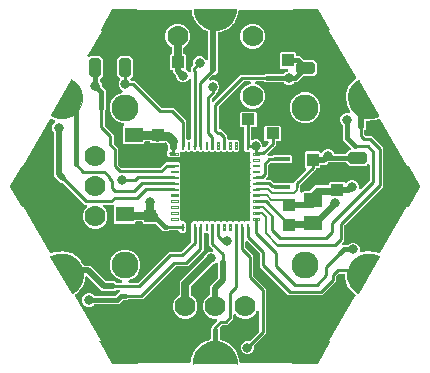
<source format=gbr>
G04 EAGLE Gerber RS-274X export*
G75*
%MOMM*%
%FSLAX34Y34*%
%LPD*%
%INBottom Copper*%
%IPPOS*%
%AMOC8*
5,1,8,0,0,1.08239X$1,22.5*%
G01*
%ADD10R,1.000000X1.100000*%
%ADD11R,1.500000X1.300000*%
%ADD12C,0.124994*%
%ADD13R,5.699988X5.699988*%
%ADD14R,1.399997X0.400000*%
%ADD15R,1.100000X1.000000*%
%ADD16C,0.499997*%
%ADD17C,0.999997*%
%ADD18C,0.100000*%
%ADD19C,1.778000*%
%ADD20C,2.286000*%
%ADD21C,0.812800*%
%ADD22C,0.609600*%
%ADD23C,0.355600*%
%ADD24C,0.457200*%
%ADD25C,0.254000*%
%ADD26C,0.381000*%
%ADD27C,0.406400*%
%ADD28C,0.635000*%
%ADD29C,0.508000*%
%ADD30C,0.762000*%
%ADD31C,0.203200*%

G36*
X93320Y68221D02*
X93320Y68221D01*
X93390Y68220D01*
X93477Y68241D01*
X93567Y68253D01*
X93631Y68278D01*
X93699Y68295D01*
X93779Y68337D01*
X93862Y68370D01*
X93919Y68411D01*
X93980Y68443D01*
X94047Y68504D01*
X94120Y68556D01*
X94164Y68610D01*
X94216Y68657D01*
X94265Y68732D01*
X94322Y68801D01*
X94352Y68865D01*
X94390Y68923D01*
X94420Y69008D01*
X94458Y69089D01*
X94471Y69158D01*
X94494Y69224D01*
X94501Y69313D01*
X94518Y69401D01*
X94513Y69471D01*
X94519Y69541D01*
X94503Y69629D01*
X94498Y69719D01*
X94476Y69785D01*
X94464Y69854D01*
X94428Y69936D01*
X94400Y70021D01*
X94363Y70080D01*
X94334Y70144D01*
X94278Y70214D01*
X94230Y70290D01*
X94179Y70338D01*
X94135Y70392D01*
X94064Y70447D01*
X93998Y70508D01*
X93937Y70542D01*
X93881Y70584D01*
X93737Y70655D01*
X89662Y72342D01*
X86017Y75987D01*
X84045Y80748D01*
X84045Y85902D01*
X86017Y90663D01*
X89662Y94308D01*
X94423Y96280D01*
X99577Y96280D01*
X104338Y94308D01*
X107983Y90663D01*
X109955Y85902D01*
X109955Y80748D01*
X107983Y75987D01*
X104338Y72342D01*
X100263Y70655D01*
X100203Y70620D01*
X100138Y70594D01*
X100065Y70542D01*
X99987Y70497D01*
X99937Y70449D01*
X99880Y70408D01*
X99823Y70338D01*
X99759Y70276D01*
X99722Y70216D01*
X99678Y70163D01*
X99639Y70081D01*
X99592Y70005D01*
X99572Y69938D01*
X99542Y69875D01*
X99525Y69787D01*
X99499Y69701D01*
X99495Y69631D01*
X99482Y69562D01*
X99488Y69473D01*
X99484Y69383D01*
X99498Y69315D01*
X99502Y69245D01*
X99530Y69160D01*
X99548Y69072D01*
X99579Y69009D01*
X99600Y68943D01*
X99648Y68867D01*
X99688Y68786D01*
X99733Y68733D01*
X99770Y68674D01*
X99836Y68612D01*
X99894Y68544D01*
X99951Y68504D01*
X100002Y68456D01*
X100080Y68413D01*
X100154Y68361D01*
X100219Y68336D01*
X100280Y68302D01*
X100367Y68280D01*
X100451Y68248D01*
X100521Y68240D01*
X100588Y68223D01*
X100749Y68213D01*
X107001Y68213D01*
X107099Y68225D01*
X107198Y68228D01*
X107256Y68245D01*
X107316Y68253D01*
X107408Y68289D01*
X107503Y68317D01*
X107556Y68347D01*
X107612Y68370D01*
X107692Y68428D01*
X107777Y68478D01*
X107853Y68544D01*
X107869Y68556D01*
X107877Y68566D01*
X107898Y68584D01*
X133688Y94375D01*
X143577Y94375D01*
X143675Y94387D01*
X143774Y94390D01*
X143832Y94407D01*
X143892Y94415D01*
X143984Y94451D01*
X144079Y94479D01*
X144132Y94509D01*
X144188Y94532D01*
X144268Y94590D01*
X144353Y94640D01*
X144429Y94706D01*
X144445Y94718D01*
X144453Y94728D01*
X144474Y94746D01*
X152534Y102806D01*
X152594Y102884D01*
X152662Y102956D01*
X152691Y103009D01*
X152728Y103057D01*
X152768Y103148D01*
X152816Y103235D01*
X152831Y103293D01*
X152855Y103349D01*
X152870Y103447D01*
X152895Y103543D01*
X152901Y103643D01*
X152905Y103663D01*
X152903Y103675D01*
X152905Y103703D01*
X152905Y117005D01*
X152915Y117043D01*
X152921Y117143D01*
X152925Y117163D01*
X152924Y117175D01*
X152925Y117203D01*
X152925Y119265D01*
X154185Y120525D01*
X157215Y120525D01*
X157303Y120438D01*
X157397Y120365D01*
X157486Y120286D01*
X157522Y120267D01*
X157554Y120243D01*
X157663Y120195D01*
X157769Y120141D01*
X157809Y120132D01*
X157846Y120116D01*
X157963Y120098D01*
X158079Y120072D01*
X158120Y120073D01*
X158160Y120066D01*
X158279Y120078D01*
X158397Y120081D01*
X158436Y120092D01*
X158476Y120096D01*
X158589Y120137D01*
X158703Y120170D01*
X158738Y120190D01*
X158776Y120204D01*
X158874Y120271D01*
X158977Y120331D01*
X159022Y120371D01*
X159039Y120382D01*
X159052Y120398D01*
X159098Y120438D01*
X159185Y120525D01*
X162215Y120525D01*
X162303Y120438D01*
X162397Y120365D01*
X162486Y120286D01*
X162522Y120267D01*
X162554Y120243D01*
X162663Y120195D01*
X162769Y120141D01*
X162809Y120132D01*
X162846Y120116D01*
X162963Y120098D01*
X163079Y120072D01*
X163120Y120073D01*
X163160Y120066D01*
X163279Y120078D01*
X163397Y120081D01*
X163436Y120092D01*
X163476Y120096D01*
X163589Y120137D01*
X163703Y120170D01*
X163738Y120190D01*
X163776Y120204D01*
X163874Y120271D01*
X163977Y120331D01*
X164022Y120371D01*
X164039Y120382D01*
X164052Y120398D01*
X164098Y120438D01*
X164185Y120525D01*
X167215Y120525D01*
X167303Y120438D01*
X167397Y120365D01*
X167486Y120286D01*
X167522Y120267D01*
X167554Y120243D01*
X167663Y120195D01*
X167769Y120141D01*
X167809Y120132D01*
X167846Y120116D01*
X167963Y120098D01*
X168079Y120072D01*
X168120Y120073D01*
X168160Y120066D01*
X168279Y120078D01*
X168397Y120081D01*
X168436Y120092D01*
X168476Y120096D01*
X168589Y120137D01*
X168703Y120170D01*
X168738Y120190D01*
X168776Y120204D01*
X168874Y120271D01*
X168977Y120331D01*
X169022Y120371D01*
X169039Y120382D01*
X169052Y120398D01*
X169098Y120438D01*
X169185Y120525D01*
X172215Y120525D01*
X172303Y120438D01*
X172397Y120365D01*
X172486Y120286D01*
X172522Y120267D01*
X172554Y120243D01*
X172663Y120195D01*
X172769Y120141D01*
X172809Y120132D01*
X172846Y120116D01*
X172963Y120098D01*
X173079Y120072D01*
X173120Y120073D01*
X173160Y120066D01*
X173279Y120078D01*
X173397Y120081D01*
X173436Y120092D01*
X173476Y120096D01*
X173589Y120137D01*
X173703Y120170D01*
X173738Y120190D01*
X173776Y120204D01*
X173874Y120271D01*
X173977Y120331D01*
X174022Y120371D01*
X174039Y120382D01*
X174052Y120398D01*
X174098Y120438D01*
X174185Y120525D01*
X177215Y120525D01*
X177303Y120438D01*
X177397Y120365D01*
X177486Y120286D01*
X177522Y120267D01*
X177554Y120243D01*
X177663Y120195D01*
X177769Y120141D01*
X177809Y120132D01*
X177846Y120116D01*
X177963Y120098D01*
X178079Y120072D01*
X178120Y120073D01*
X178160Y120066D01*
X178279Y120078D01*
X178397Y120081D01*
X178436Y120092D01*
X178476Y120096D01*
X178589Y120137D01*
X178703Y120170D01*
X178738Y120190D01*
X178776Y120204D01*
X178874Y120271D01*
X178977Y120331D01*
X179022Y120371D01*
X179039Y120382D01*
X179052Y120398D01*
X179098Y120438D01*
X179185Y120525D01*
X182215Y120525D01*
X182303Y120438D01*
X182397Y120365D01*
X182486Y120286D01*
X182522Y120267D01*
X182554Y120243D01*
X182663Y120195D01*
X182769Y120141D01*
X182809Y120132D01*
X182846Y120116D01*
X182963Y120098D01*
X183079Y120072D01*
X183120Y120073D01*
X183160Y120066D01*
X183279Y120078D01*
X183397Y120081D01*
X183436Y120092D01*
X183476Y120096D01*
X183589Y120137D01*
X183703Y120170D01*
X183738Y120190D01*
X183776Y120204D01*
X183874Y120271D01*
X183977Y120331D01*
X184022Y120371D01*
X184039Y120382D01*
X184052Y120398D01*
X184098Y120438D01*
X184185Y120525D01*
X187215Y120525D01*
X187303Y120438D01*
X187397Y120365D01*
X187486Y120286D01*
X187522Y120267D01*
X187554Y120243D01*
X187663Y120195D01*
X187769Y120141D01*
X187809Y120132D01*
X187846Y120116D01*
X187963Y120098D01*
X188079Y120072D01*
X188120Y120073D01*
X188160Y120066D01*
X188279Y120078D01*
X188397Y120081D01*
X188436Y120092D01*
X188476Y120096D01*
X188589Y120137D01*
X188703Y120170D01*
X188738Y120190D01*
X188776Y120204D01*
X188874Y120271D01*
X188977Y120331D01*
X189022Y120371D01*
X189039Y120382D01*
X189052Y120398D01*
X189098Y120438D01*
X189185Y120525D01*
X192215Y120525D01*
X192303Y120438D01*
X192397Y120365D01*
X192486Y120286D01*
X192522Y120267D01*
X192554Y120243D01*
X192663Y120195D01*
X192769Y120141D01*
X192809Y120132D01*
X192846Y120116D01*
X192963Y120098D01*
X193079Y120072D01*
X193120Y120073D01*
X193160Y120066D01*
X193279Y120078D01*
X193397Y120081D01*
X193436Y120092D01*
X193476Y120096D01*
X193589Y120137D01*
X193703Y120170D01*
X193738Y120190D01*
X193776Y120204D01*
X193874Y120271D01*
X193977Y120331D01*
X194022Y120371D01*
X194039Y120382D01*
X194052Y120398D01*
X194098Y120438D01*
X194185Y120525D01*
X197215Y120525D01*
X197303Y120438D01*
X197397Y120365D01*
X197486Y120286D01*
X197522Y120267D01*
X197554Y120243D01*
X197663Y120195D01*
X197769Y120141D01*
X197809Y120132D01*
X197846Y120116D01*
X197963Y120098D01*
X198079Y120072D01*
X198120Y120073D01*
X198160Y120066D01*
X198279Y120078D01*
X198397Y120081D01*
X198436Y120092D01*
X198476Y120096D01*
X198589Y120137D01*
X198703Y120170D01*
X198738Y120190D01*
X198776Y120204D01*
X198874Y120271D01*
X198977Y120331D01*
X199022Y120371D01*
X199039Y120382D01*
X199052Y120398D01*
X199098Y120438D01*
X199185Y120525D01*
X201406Y120525D01*
X201524Y120540D01*
X201643Y120547D01*
X201681Y120559D01*
X201722Y120565D01*
X201832Y120608D01*
X201946Y120645D01*
X201980Y120667D01*
X202017Y120682D01*
X202114Y120751D01*
X202214Y120815D01*
X202242Y120845D01*
X202275Y120868D01*
X202351Y120960D01*
X202432Y121047D01*
X202452Y121082D01*
X202477Y121113D01*
X202528Y121221D01*
X202586Y121325D01*
X202596Y121365D01*
X202613Y121401D01*
X202635Y121518D01*
X202665Y121633D01*
X202669Y121693D01*
X202673Y121713D01*
X202672Y121734D01*
X202675Y121794D01*
X202675Y124015D01*
X202762Y124103D01*
X202835Y124197D01*
X202914Y124286D01*
X202933Y124322D01*
X202957Y124354D01*
X203005Y124463D01*
X203059Y124569D01*
X203068Y124609D01*
X203084Y124646D01*
X203102Y124763D01*
X203128Y124879D01*
X203127Y124920D01*
X203134Y124960D01*
X203122Y125079D01*
X203119Y125197D01*
X203108Y125236D01*
X203104Y125276D01*
X203063Y125389D01*
X203030Y125503D01*
X203010Y125538D01*
X202996Y125576D01*
X202929Y125674D01*
X202869Y125777D01*
X202829Y125822D01*
X202818Y125839D01*
X202802Y125852D01*
X202762Y125898D01*
X202675Y125985D01*
X202675Y129015D01*
X202762Y129103D01*
X202835Y129197D01*
X202914Y129286D01*
X202933Y129322D01*
X202957Y129354D01*
X203005Y129463D01*
X203059Y129569D01*
X203068Y129609D01*
X203084Y129646D01*
X203102Y129763D01*
X203128Y129879D01*
X203127Y129920D01*
X203134Y129960D01*
X203122Y130079D01*
X203119Y130197D01*
X203108Y130236D01*
X203104Y130276D01*
X203063Y130389D01*
X203030Y130503D01*
X203010Y130538D01*
X202996Y130576D01*
X202929Y130674D01*
X202869Y130777D01*
X202829Y130822D01*
X202818Y130839D01*
X202802Y130852D01*
X202762Y130898D01*
X202675Y130985D01*
X202675Y134015D01*
X202762Y134103D01*
X202835Y134197D01*
X202914Y134286D01*
X202933Y134322D01*
X202957Y134354D01*
X203005Y134463D01*
X203059Y134569D01*
X203068Y134609D01*
X203084Y134646D01*
X203102Y134763D01*
X203128Y134879D01*
X203127Y134920D01*
X203134Y134960D01*
X203122Y135079D01*
X203119Y135197D01*
X203108Y135236D01*
X203104Y135276D01*
X203063Y135389D01*
X203030Y135503D01*
X203010Y135538D01*
X202996Y135576D01*
X202929Y135674D01*
X202869Y135777D01*
X202829Y135822D01*
X202818Y135839D01*
X202802Y135852D01*
X202762Y135898D01*
X202675Y135985D01*
X202675Y139015D01*
X202762Y139103D01*
X202835Y139197D01*
X202914Y139286D01*
X202933Y139322D01*
X202957Y139354D01*
X203005Y139463D01*
X203059Y139569D01*
X203068Y139609D01*
X203084Y139646D01*
X203102Y139763D01*
X203128Y139879D01*
X203127Y139920D01*
X203134Y139960D01*
X203122Y140079D01*
X203119Y140197D01*
X203108Y140236D01*
X203104Y140276D01*
X203063Y140389D01*
X203030Y140503D01*
X203010Y140538D01*
X202996Y140576D01*
X202929Y140674D01*
X202869Y140777D01*
X202829Y140822D01*
X202818Y140839D01*
X202802Y140852D01*
X202762Y140898D01*
X202675Y140985D01*
X202675Y144015D01*
X202762Y144103D01*
X202835Y144197D01*
X202914Y144286D01*
X202933Y144322D01*
X202957Y144354D01*
X203005Y144463D01*
X203059Y144569D01*
X203068Y144609D01*
X203084Y144646D01*
X203102Y144763D01*
X203128Y144879D01*
X203127Y144920D01*
X203134Y144960D01*
X203122Y145079D01*
X203119Y145197D01*
X203108Y145236D01*
X203104Y145276D01*
X203063Y145389D01*
X203030Y145503D01*
X203010Y145538D01*
X202996Y145576D01*
X202929Y145674D01*
X202869Y145777D01*
X202829Y145822D01*
X202818Y145839D01*
X202802Y145852D01*
X202762Y145898D01*
X202675Y145985D01*
X202675Y149015D01*
X202762Y149103D01*
X202835Y149197D01*
X202914Y149286D01*
X202933Y149322D01*
X202957Y149354D01*
X203005Y149463D01*
X203059Y149569D01*
X203068Y149609D01*
X203084Y149646D01*
X203102Y149763D01*
X203128Y149879D01*
X203127Y149920D01*
X203134Y149960D01*
X203122Y150079D01*
X203119Y150197D01*
X203108Y150236D01*
X203104Y150276D01*
X203063Y150389D01*
X203030Y150503D01*
X203010Y150538D01*
X202996Y150576D01*
X202929Y150674D01*
X202869Y150777D01*
X202829Y150822D01*
X202818Y150839D01*
X202802Y150852D01*
X202762Y150898D01*
X202675Y150985D01*
X202675Y154015D01*
X202762Y154103D01*
X202835Y154197D01*
X202914Y154286D01*
X202933Y154322D01*
X202957Y154354D01*
X203005Y154463D01*
X203059Y154569D01*
X203068Y154609D01*
X203084Y154646D01*
X203102Y154763D01*
X203128Y154879D01*
X203127Y154920D01*
X203134Y154960D01*
X203122Y155079D01*
X203119Y155197D01*
X203108Y155236D01*
X203104Y155276D01*
X203063Y155389D01*
X203030Y155503D01*
X203010Y155538D01*
X202996Y155576D01*
X202929Y155674D01*
X202869Y155777D01*
X202829Y155822D01*
X202818Y155839D01*
X202802Y155852D01*
X202762Y155898D01*
X202675Y155985D01*
X202675Y159015D01*
X202762Y159103D01*
X202835Y159197D01*
X202914Y159286D01*
X202933Y159322D01*
X202957Y159354D01*
X203005Y159463D01*
X203059Y159569D01*
X203068Y159609D01*
X203084Y159646D01*
X203102Y159763D01*
X203128Y159879D01*
X203127Y159920D01*
X203134Y159960D01*
X203122Y160079D01*
X203119Y160197D01*
X203108Y160236D01*
X203104Y160276D01*
X203063Y160389D01*
X203030Y160503D01*
X203010Y160538D01*
X202996Y160576D01*
X202929Y160674D01*
X202869Y160777D01*
X202829Y160822D01*
X202818Y160839D01*
X202802Y160852D01*
X202762Y160898D01*
X202675Y160985D01*
X202675Y164015D01*
X202762Y164103D01*
X202835Y164197D01*
X202914Y164286D01*
X202933Y164322D01*
X202957Y164354D01*
X203005Y164463D01*
X203059Y164569D01*
X203068Y164609D01*
X203084Y164646D01*
X203102Y164763D01*
X203128Y164879D01*
X203127Y164920D01*
X203134Y164960D01*
X203122Y165079D01*
X203119Y165197D01*
X203108Y165236D01*
X203104Y165276D01*
X203063Y165389D01*
X203030Y165503D01*
X203010Y165538D01*
X202996Y165576D01*
X202929Y165674D01*
X202869Y165777D01*
X202829Y165822D01*
X202818Y165839D01*
X202802Y165852D01*
X202762Y165898D01*
X202675Y165985D01*
X202675Y169015D01*
X202762Y169103D01*
X202835Y169197D01*
X202914Y169286D01*
X202933Y169322D01*
X202957Y169354D01*
X203005Y169463D01*
X203059Y169569D01*
X203068Y169609D01*
X203084Y169646D01*
X203102Y169763D01*
X203128Y169879D01*
X203127Y169920D01*
X203134Y169960D01*
X203122Y170079D01*
X203119Y170197D01*
X203108Y170236D01*
X203104Y170276D01*
X203063Y170389D01*
X203030Y170503D01*
X203010Y170538D01*
X202996Y170576D01*
X202929Y170674D01*
X202869Y170777D01*
X202829Y170822D01*
X202818Y170839D01*
X202802Y170852D01*
X202762Y170898D01*
X202675Y170985D01*
X202675Y174015D01*
X202762Y174103D01*
X202835Y174197D01*
X202914Y174286D01*
X202933Y174322D01*
X202957Y174354D01*
X203005Y174463D01*
X203059Y174569D01*
X203068Y174609D01*
X203084Y174646D01*
X203102Y174763D01*
X203128Y174879D01*
X203127Y174920D01*
X203134Y174960D01*
X203122Y175079D01*
X203119Y175197D01*
X203108Y175236D01*
X203104Y175276D01*
X203063Y175389D01*
X203030Y175503D01*
X203010Y175538D01*
X202996Y175576D01*
X202929Y175674D01*
X202869Y175777D01*
X202829Y175822D01*
X202818Y175839D01*
X202802Y175852D01*
X202762Y175898D01*
X202675Y175985D01*
X202675Y178206D01*
X202660Y178324D01*
X202653Y178443D01*
X202641Y178481D01*
X202635Y178522D01*
X202592Y178632D01*
X202555Y178746D01*
X202533Y178780D01*
X202518Y178817D01*
X202449Y178914D01*
X202385Y179014D01*
X202355Y179042D01*
X202332Y179075D01*
X202240Y179151D01*
X202153Y179232D01*
X202118Y179252D01*
X202087Y179277D01*
X201979Y179328D01*
X201875Y179386D01*
X201835Y179396D01*
X201799Y179413D01*
X201682Y179435D01*
X201567Y179465D01*
X201507Y179469D01*
X201487Y179473D01*
X201466Y179472D01*
X201406Y179475D01*
X199185Y179475D01*
X197925Y180735D01*
X197925Y182797D01*
X197913Y182895D01*
X197910Y182994D01*
X197905Y183010D01*
X197905Y198848D01*
X197890Y198966D01*
X197883Y199085D01*
X197870Y199123D01*
X197865Y199164D01*
X197822Y199274D01*
X197785Y199387D01*
X197763Y199422D01*
X197748Y199459D01*
X197679Y199555D01*
X197615Y199656D01*
X197585Y199684D01*
X197562Y199717D01*
X197470Y199793D01*
X197383Y199874D01*
X197348Y199894D01*
X197317Y199919D01*
X197209Y199970D01*
X197105Y200028D01*
X197065Y200038D01*
X197029Y200055D01*
X196912Y200077D01*
X196797Y200107D01*
X196737Y200111D01*
X196717Y200115D01*
X196696Y200113D01*
X196636Y200117D01*
X195126Y200117D01*
X194233Y201010D01*
X194233Y212274D01*
X195126Y213167D01*
X207390Y213167D01*
X208283Y212274D01*
X208283Y201010D01*
X207390Y200117D01*
X204764Y200117D01*
X204646Y200102D01*
X204527Y200095D01*
X204489Y200082D01*
X204448Y200077D01*
X204338Y200034D01*
X204225Y199997D01*
X204190Y199975D01*
X204153Y199960D01*
X204057Y199891D01*
X203956Y199827D01*
X203928Y199797D01*
X203895Y199774D01*
X203819Y199682D01*
X203738Y199595D01*
X203718Y199560D01*
X203693Y199529D01*
X203642Y199421D01*
X203584Y199317D01*
X203574Y199277D01*
X203557Y199241D01*
X203535Y199124D01*
X203505Y199009D01*
X203501Y198949D01*
X203497Y198929D01*
X203499Y198908D01*
X203495Y198848D01*
X203495Y190584D01*
X203501Y190534D01*
X203499Y190485D01*
X203521Y190377D01*
X203535Y190268D01*
X203553Y190222D01*
X203563Y190173D01*
X203611Y190075D01*
X203652Y189973D01*
X203681Y189932D01*
X203703Y189888D01*
X203774Y189804D01*
X203838Y189715D01*
X203877Y189684D01*
X203909Y189646D01*
X203999Y189583D01*
X204083Y189512D01*
X204128Y189491D01*
X204169Y189463D01*
X204272Y189424D01*
X204371Y189377D01*
X204420Y189368D01*
X204466Y189350D01*
X204576Y189338D01*
X204683Y189317D01*
X204733Y189320D01*
X204782Y189315D01*
X204891Y189330D01*
X205001Y189337D01*
X205048Y189352D01*
X205097Y189359D01*
X205250Y189411D01*
X206378Y189879D01*
X208602Y189879D01*
X210656Y189028D01*
X212228Y187456D01*
X213079Y185402D01*
X213079Y184195D01*
X213096Y184058D01*
X213109Y183919D01*
X213116Y183900D01*
X213119Y183880D01*
X213170Y183751D01*
X213217Y183620D01*
X213228Y183603D01*
X213236Y183584D01*
X213317Y183472D01*
X213395Y183357D01*
X213411Y183343D01*
X213422Y183327D01*
X213530Y183238D01*
X213634Y183146D01*
X213652Y183137D01*
X213667Y183124D01*
X213793Y183065D01*
X213917Y183001D01*
X213937Y182997D01*
X213955Y182988D01*
X214091Y182962D01*
X214227Y182932D01*
X214248Y182932D01*
X214267Y182929D01*
X214406Y182937D01*
X214545Y182941D01*
X214565Y182947D01*
X214585Y182948D01*
X214717Y182991D01*
X214851Y183030D01*
X214868Y183040D01*
X214887Y183046D01*
X215005Y183121D01*
X215125Y183191D01*
X215146Y183210D01*
X215156Y183217D01*
X215170Y183231D01*
X215245Y183298D01*
X218214Y186267D01*
X218299Y186376D01*
X218388Y186483D01*
X218397Y186502D01*
X218409Y186518D01*
X218465Y186646D01*
X218524Y186771D01*
X218527Y186791D01*
X218535Y186810D01*
X218557Y186948D01*
X218583Y187084D01*
X218582Y187104D01*
X218585Y187124D01*
X218572Y187263D01*
X218564Y187401D01*
X218557Y187420D01*
X218556Y187440D01*
X218508Y187571D01*
X218466Y187703D01*
X218455Y187721D01*
X218448Y187740D01*
X218370Y187855D01*
X218295Y187972D01*
X218281Y187986D01*
X218269Y188003D01*
X218165Y188095D01*
X218064Y188190D01*
X218046Y188200D01*
X218031Y188213D01*
X217907Y188276D01*
X217785Y188344D01*
X217766Y188349D01*
X217748Y188358D01*
X217612Y188388D01*
X217477Y188423D01*
X217449Y188425D01*
X217437Y188428D01*
X217417Y188427D01*
X217317Y188433D01*
X215718Y188433D01*
X214825Y189326D01*
X214825Y200590D01*
X215718Y201483D01*
X227982Y201483D01*
X228875Y200590D01*
X228875Y189326D01*
X227982Y188433D01*
X225914Y188433D01*
X225796Y188418D01*
X225677Y188411D01*
X225639Y188398D01*
X225598Y188393D01*
X225488Y188350D01*
X225375Y188313D01*
X225340Y188291D01*
X225303Y188276D01*
X225207Y188207D01*
X225106Y188143D01*
X225078Y188113D01*
X225045Y188090D01*
X224969Y187998D01*
X224888Y187911D01*
X224868Y187876D01*
X224843Y187845D01*
X224792Y187737D01*
X224734Y187633D01*
X224724Y187593D01*
X224707Y187557D01*
X224685Y187440D01*
X224655Y187325D01*
X224651Y187265D01*
X224647Y187245D01*
X224649Y187224D01*
X224645Y187164D01*
X224645Y184792D01*
X217674Y177821D01*
X217589Y177712D01*
X217500Y177605D01*
X217491Y177586D01*
X217479Y177570D01*
X217423Y177442D01*
X217364Y177317D01*
X217361Y177297D01*
X217353Y177278D01*
X217331Y177140D01*
X217305Y177004D01*
X217306Y176984D01*
X217303Y176964D01*
X217316Y176825D01*
X217324Y176687D01*
X217331Y176668D01*
X217332Y176648D01*
X217380Y176516D01*
X217422Y176385D01*
X217433Y176367D01*
X217440Y176348D01*
X217518Y176233D01*
X217593Y176116D01*
X217607Y176102D01*
X217619Y176085D01*
X217723Y175993D01*
X217824Y175898D01*
X217842Y175888D01*
X217857Y175875D01*
X217981Y175811D01*
X218103Y175744D01*
X218122Y175739D01*
X218140Y175730D01*
X218276Y175700D01*
X218411Y175665D01*
X218439Y175663D01*
X218451Y175660D01*
X218471Y175661D01*
X218571Y175655D01*
X220316Y175655D01*
X220415Y175667D01*
X220514Y175670D01*
X220572Y175687D01*
X220632Y175695D01*
X220724Y175731D01*
X220819Y175759D01*
X220871Y175789D01*
X220928Y175812D01*
X221008Y175870D01*
X221093Y175920D01*
X221168Y175986D01*
X221185Y175998D01*
X221193Y176008D01*
X221214Y176026D01*
X222142Y176955D01*
X237405Y176955D01*
X238298Y176062D01*
X238298Y170798D01*
X237405Y169905D01*
X222064Y169905D01*
X222012Y169928D01*
X221925Y169976D01*
X221866Y169991D01*
X221811Y170015D01*
X221713Y170030D01*
X221617Y170055D01*
X221517Y170061D01*
X221497Y170065D01*
X221484Y170063D01*
X221456Y170065D01*
X220603Y170065D01*
X220505Y170053D01*
X220406Y170050D01*
X220348Y170033D01*
X220288Y170025D01*
X220196Y169989D01*
X220101Y169961D01*
X220048Y169931D01*
X219992Y169908D01*
X219912Y169850D01*
X219827Y169800D01*
X219751Y169734D01*
X219735Y169722D01*
X219727Y169712D01*
X219706Y169694D01*
X218276Y168264D01*
X218216Y168186D01*
X218148Y168114D01*
X218119Y168061D01*
X218082Y168013D01*
X218042Y167922D01*
X217994Y167835D01*
X217979Y167777D01*
X217955Y167721D01*
X217940Y167623D01*
X217915Y167527D01*
X217909Y167427D01*
X217905Y167407D01*
X217907Y167395D01*
X217905Y167367D01*
X217905Y159002D01*
X216364Y157461D01*
X216279Y157352D01*
X216190Y157245D01*
X216181Y157226D01*
X216169Y157210D01*
X216113Y157082D01*
X216054Y156957D01*
X216051Y156937D01*
X216043Y156918D01*
X216021Y156780D01*
X215995Y156644D01*
X215996Y156624D01*
X215993Y156604D01*
X216006Y156465D01*
X216014Y156327D01*
X216021Y156308D01*
X216022Y156288D01*
X216070Y156156D01*
X216112Y156025D01*
X216123Y156007D01*
X216130Y155988D01*
X216208Y155873D01*
X216283Y155756D01*
X216297Y155742D01*
X216309Y155725D01*
X216413Y155633D01*
X216514Y155538D01*
X216532Y155528D01*
X216547Y155515D01*
X216671Y155451D01*
X216793Y155384D01*
X216812Y155379D01*
X216830Y155370D01*
X216966Y155340D01*
X217101Y155305D01*
X217129Y155303D01*
X217141Y155300D01*
X217161Y155301D01*
X217261Y155295D01*
X220118Y155295D01*
X222086Y153327D01*
X222164Y153266D01*
X222236Y153198D01*
X222289Y153169D01*
X222337Y153132D01*
X222428Y153092D01*
X222515Y153044D01*
X222573Y153029D01*
X222629Y153005D01*
X222727Y152990D01*
X222823Y152965D01*
X222923Y152959D01*
X222943Y152955D01*
X222955Y152957D01*
X222983Y152955D01*
X237405Y152955D01*
X237580Y152779D01*
X237690Y152694D01*
X237797Y152606D01*
X237816Y152597D01*
X237832Y152585D01*
X237960Y152529D01*
X238085Y152470D01*
X238105Y152466D01*
X238124Y152458D01*
X238262Y152436D01*
X238398Y152410D01*
X238418Y152412D01*
X238438Y152408D01*
X238577Y152421D01*
X238715Y152430D01*
X238734Y152436D01*
X238754Y152438D01*
X238885Y152485D01*
X239017Y152528D01*
X239035Y152539D01*
X239054Y152546D01*
X239168Y152624D01*
X239286Y152698D01*
X239300Y152713D01*
X239317Y152724D01*
X239409Y152828D01*
X239504Y152930D01*
X239514Y152948D01*
X239527Y152963D01*
X239590Y153087D01*
X239658Y153208D01*
X239663Y153228D01*
X239672Y153246D01*
X239702Y153382D01*
X239737Y153516D01*
X239739Y153544D01*
X239742Y153556D01*
X239741Y153577D01*
X239747Y153677D01*
X239747Y153698D01*
X249873Y163823D01*
X249946Y163917D01*
X250024Y164006D01*
X250043Y164042D01*
X250068Y164074D01*
X250115Y164184D01*
X250169Y164290D01*
X250178Y164329D01*
X250194Y164366D01*
X250213Y164484D01*
X250239Y164600D01*
X250238Y164640D01*
X250244Y164680D01*
X250233Y164799D01*
X250229Y164918D01*
X250218Y164957D01*
X250214Y164997D01*
X250174Y165109D01*
X250141Y165223D01*
X250120Y165258D01*
X250106Y165296D01*
X250040Y165395D01*
X249979Y165497D01*
X249939Y165542D01*
X249928Y165559D01*
X249913Y165573D01*
X249873Y165618D01*
X249134Y166356D01*
X249134Y178620D01*
X250027Y179513D01*
X261291Y179513D01*
X261968Y178836D01*
X262007Y178805D01*
X262041Y178768D01*
X262133Y178708D01*
X262219Y178641D01*
X262265Y178621D01*
X262307Y178593D01*
X262411Y178558D01*
X262511Y178514D01*
X262560Y178506D01*
X262608Y178490D01*
X262717Y178482D01*
X262825Y178464D01*
X262875Y178469D01*
X262925Y178465D01*
X263033Y178484D01*
X263142Y178494D01*
X263189Y178511D01*
X263238Y178520D01*
X263338Y178565D01*
X263441Y178602D01*
X263482Y178630D01*
X263528Y178650D01*
X263613Y178719D01*
X263704Y178780D01*
X263737Y178818D01*
X263776Y178849D01*
X263842Y178937D01*
X263915Y179019D01*
X263918Y179026D01*
X265538Y180646D01*
X267592Y181497D01*
X269816Y181497D01*
X271870Y180646D01*
X273442Y179074D01*
X273692Y178470D01*
X273707Y178445D01*
X273716Y178417D01*
X273785Y178307D01*
X273849Y178194D01*
X273870Y178173D01*
X273886Y178148D01*
X273980Y178059D01*
X274071Y177966D01*
X274096Y177950D01*
X274117Y177930D01*
X274231Y177867D01*
X274342Y177799D01*
X274370Y177791D01*
X274396Y177776D01*
X274522Y177744D01*
X274646Y177706D01*
X274675Y177704D01*
X274704Y177697D01*
X274865Y177687D01*
X283189Y177687D01*
X283287Y177699D01*
X283386Y177702D01*
X283445Y177719D01*
X283505Y177727D01*
X283597Y177763D01*
X283692Y177791D01*
X283744Y177821D01*
X283800Y177844D01*
X283880Y177902D01*
X283966Y177952D01*
X284041Y178018D01*
X284058Y178030D01*
X284066Y178040D01*
X284087Y178058D01*
X286683Y180655D01*
X286851Y180655D01*
X286989Y180672D01*
X287127Y180685D01*
X287147Y180692D01*
X287167Y180695D01*
X287296Y180746D01*
X287427Y180793D01*
X287444Y180804D01*
X287462Y180812D01*
X287575Y180893D01*
X287690Y180971D01*
X287703Y180987D01*
X287720Y180998D01*
X287808Y181106D01*
X287900Y181210D01*
X287910Y181228D01*
X287922Y181243D01*
X287982Y181369D01*
X288045Y181493D01*
X288049Y181513D01*
X288058Y181531D01*
X288084Y181667D01*
X288115Y181803D01*
X288114Y181824D01*
X288118Y181843D01*
X288109Y181982D01*
X288105Y182121D01*
X288099Y182141D01*
X288098Y182161D01*
X288055Y182293D01*
X288017Y182427D01*
X288006Y182444D01*
X288000Y182463D01*
X287925Y182581D01*
X287855Y182701D01*
X287836Y182722D01*
X287830Y182732D01*
X287815Y182746D01*
X287749Y182821D01*
X285893Y184677D01*
X285871Y184751D01*
X285841Y184804D01*
X285818Y184860D01*
X285760Y184940D01*
X285710Y185025D01*
X285644Y185101D01*
X285632Y185117D01*
X285622Y185125D01*
X285604Y185146D01*
X281276Y189473D01*
X281276Y201388D01*
X281264Y201487D01*
X281261Y201586D01*
X281244Y201644D01*
X281236Y201704D01*
X281200Y201796D01*
X281172Y201891D01*
X281142Y201943D01*
X281119Y202000D01*
X281061Y202080D01*
X281011Y202165D01*
X280945Y202240D01*
X280933Y202257D01*
X280923Y202265D01*
X280905Y202286D01*
X279968Y203222D01*
X279117Y205276D01*
X279117Y207500D01*
X279968Y209554D01*
X281540Y211126D01*
X283594Y211977D01*
X285818Y211977D01*
X285830Y211972D01*
X285886Y211956D01*
X285938Y211932D01*
X286038Y211915D01*
X286136Y211888D01*
X286194Y211887D01*
X286252Y211877D01*
X286353Y211884D01*
X286454Y211883D01*
X286511Y211896D01*
X286569Y211901D01*
X286665Y211933D01*
X286764Y211957D01*
X286815Y211984D01*
X286870Y212003D01*
X286955Y212058D01*
X287045Y212106D01*
X287088Y212145D01*
X287136Y212176D01*
X287205Y212251D01*
X287280Y212319D01*
X287312Y212368D01*
X287351Y212411D01*
X287399Y212500D01*
X287455Y212585D01*
X287474Y212640D01*
X287501Y212691D01*
X287525Y212790D01*
X287558Y212886D01*
X287563Y212944D01*
X287577Y213000D01*
X287575Y213102D01*
X287583Y213203D01*
X287573Y213260D01*
X287573Y213318D01*
X287546Y213416D01*
X287529Y213516D01*
X287505Y213569D01*
X287490Y213625D01*
X287420Y213770D01*
X284549Y218836D01*
X283610Y226442D01*
X284129Y228320D01*
X284142Y228410D01*
X284152Y228446D01*
X284155Y228453D01*
X284198Y228577D01*
X284203Y228588D01*
X284204Y228594D01*
X284208Y228605D01*
X285653Y233829D01*
X290368Y239872D01*
X291722Y240640D01*
X291821Y240714D01*
X291925Y240782D01*
X291948Y240809D01*
X291977Y240830D01*
X292055Y240926D01*
X292138Y241019D01*
X292154Y241050D01*
X292176Y241077D01*
X292228Y241190D01*
X292285Y241300D01*
X292293Y241335D01*
X292308Y241367D01*
X292330Y241489D01*
X292358Y241610D01*
X292358Y241645D01*
X292364Y241680D01*
X292354Y241804D01*
X292352Y241928D01*
X292343Y241962D01*
X292340Y241997D01*
X292300Y242114D01*
X292267Y242234D01*
X292244Y242281D01*
X292238Y242298D01*
X292226Y242316D01*
X292195Y242378D01*
X269409Y281846D01*
X269885Y282036D01*
X269921Y282060D01*
X269962Y282075D01*
X270004Y282114D01*
X270052Y282146D01*
X270076Y282181D01*
X270107Y282211D01*
X270130Y282263D01*
X270162Y282311D01*
X270170Y282353D01*
X270188Y282393D01*
X270189Y282450D01*
X270199Y282506D01*
X270190Y282549D01*
X270191Y282592D01*
X270166Y282658D01*
X270157Y282701D01*
X270144Y282720D01*
X270133Y282748D01*
X260133Y300248D01*
X260082Y300307D01*
X260035Y300370D01*
X260017Y300381D01*
X260002Y300397D01*
X259931Y300432D01*
X259864Y300472D01*
X259841Y300476D01*
X259823Y300484D01*
X259778Y300486D01*
X259700Y300499D01*
X239700Y300499D01*
X239665Y300492D01*
X239628Y300494D01*
X239568Y300472D01*
X239505Y300460D01*
X239475Y300439D01*
X239441Y300427D01*
X239394Y300383D01*
X239341Y300347D01*
X239322Y300317D01*
X239295Y300292D01*
X239269Y300234D01*
X239234Y300180D01*
X239228Y300144D01*
X239213Y300111D01*
X239209Y300028D01*
X239201Y299983D01*
X239205Y299967D01*
X239204Y299945D01*
X239282Y299245D01*
X193994Y299245D01*
X193876Y299230D01*
X193757Y299223D01*
X193719Y299210D01*
X193678Y299205D01*
X193568Y299162D01*
X193455Y299125D01*
X193420Y299103D01*
X193383Y299088D01*
X193287Y299019D01*
X193186Y298955D01*
X193158Y298925D01*
X193125Y298902D01*
X193049Y298810D01*
X192968Y298723D01*
X192948Y298688D01*
X192923Y298657D01*
X192872Y298549D01*
X192814Y298445D01*
X192804Y298405D01*
X192787Y298369D01*
X192765Y298252D01*
X192735Y298137D01*
X192731Y298077D01*
X192727Y298057D01*
X192729Y298036D01*
X192725Y297976D01*
X192725Y297840D01*
X192728Y297816D01*
X192725Y297770D01*
X192725Y296116D01*
X191733Y293722D01*
X191728Y293703D01*
X191719Y293686D01*
X191671Y293532D01*
X191593Y293206D01*
X191551Y293151D01*
X191454Y293021D01*
X191453Y293020D01*
X191453Y293019D01*
X191383Y292877D01*
X191094Y292180D01*
X191047Y292006D01*
X191010Y291874D01*
X191010Y291873D01*
X191009Y291797D01*
X190835Y291512D01*
X190827Y291495D01*
X190815Y291479D01*
X190744Y291335D01*
X189752Y288940D01*
X188583Y287771D01*
X188573Y287758D01*
X188567Y287751D01*
X188534Y287721D01*
X187865Y287053D01*
X187835Y287014D01*
X187798Y286981D01*
X187738Y286889D01*
X187670Y286802D01*
X187651Y286757D01*
X187624Y286715D01*
X187623Y286712D01*
X187086Y286254D01*
X187074Y286240D01*
X187058Y286229D01*
X186946Y286114D01*
X186476Y285564D01*
X186447Y285547D01*
X186348Y285498D01*
X186310Y285466D01*
X186268Y285441D01*
X186147Y285335D01*
X185479Y284666D01*
X185464Y284648D01*
X185429Y284617D01*
X184260Y283448D01*
X181865Y282456D01*
X181849Y282446D01*
X181830Y282441D01*
X181688Y282365D01*
X181402Y282190D01*
X181326Y282180D01*
X181172Y282158D01*
X181171Y282157D01*
X181170Y282157D01*
X181020Y282106D01*
X180325Y281818D01*
X180323Y281817D01*
X180190Y281741D01*
X180048Y281660D01*
X180047Y281660D01*
X179992Y281607D01*
X179668Y281529D01*
X179650Y281522D01*
X179631Y281519D01*
X179478Y281467D01*
X177084Y280475D01*
X176502Y280475D01*
X176384Y280460D01*
X176265Y280453D01*
X176227Y280440D01*
X176186Y280435D01*
X176076Y280392D01*
X175963Y280355D01*
X175928Y280333D01*
X175891Y280318D01*
X175795Y280249D01*
X175694Y280185D01*
X175666Y280155D01*
X175633Y280132D01*
X175557Y280040D01*
X175476Y279953D01*
X175456Y279918D01*
X175431Y279887D01*
X175380Y279779D01*
X175322Y279675D01*
X175312Y279635D01*
X175295Y279599D01*
X175273Y279482D01*
X175243Y279367D01*
X175239Y279307D01*
X175235Y279287D01*
X175237Y279266D01*
X175233Y279206D01*
X175233Y246614D01*
X172852Y244233D01*
X171581Y244233D01*
X171483Y244221D01*
X171384Y244218D01*
X171326Y244201D01*
X171266Y244193D01*
X171174Y244157D01*
X171079Y244129D01*
X171026Y244099D01*
X170970Y244076D01*
X170890Y244018D01*
X170805Y243968D01*
X170729Y243902D01*
X170713Y243890D01*
X170705Y243880D01*
X170684Y243862D01*
X168472Y241649D01*
X168429Y241594D01*
X168379Y241546D01*
X168332Y241469D01*
X168277Y241398D01*
X168249Y241334D01*
X168213Y241275D01*
X168186Y241189D01*
X168150Y241106D01*
X168140Y241037D01*
X168119Y240971D01*
X168115Y240881D01*
X168101Y240792D01*
X168107Y240723D01*
X168104Y240653D01*
X168122Y240565D01*
X168130Y240476D01*
X168154Y240410D01*
X168168Y240342D01*
X168208Y240261D01*
X168238Y240176D01*
X168277Y240119D01*
X168308Y240056D01*
X168366Y239987D01*
X168417Y239913D01*
X168469Y239867D01*
X168514Y239814D01*
X168588Y239762D01*
X168655Y239703D01*
X168717Y239671D01*
X168774Y239631D01*
X168858Y239599D01*
X168938Y239558D01*
X169006Y239543D01*
X169072Y239518D01*
X169161Y239508D01*
X169249Y239488D01*
X169318Y239491D01*
X169388Y239483D01*
X169477Y239495D01*
X169566Y239498D01*
X169634Y239518D01*
X169703Y239527D01*
X169855Y239579D01*
X170056Y239663D01*
X172280Y239663D01*
X174334Y238812D01*
X175906Y237240D01*
X176757Y235186D01*
X176757Y232962D01*
X175906Y230908D01*
X174334Y229337D01*
X174274Y229259D01*
X174206Y229186D01*
X174177Y229133D01*
X174140Y229086D01*
X174100Y228995D01*
X174052Y228908D01*
X174037Y228849D01*
X174013Y228794D01*
X173998Y228696D01*
X173973Y228600D01*
X173967Y228500D01*
X173963Y228480D01*
X173965Y228467D01*
X173963Y228439D01*
X173963Y228090D01*
X170524Y224652D01*
X170464Y224574D01*
X170396Y224502D01*
X170367Y224449D01*
X170330Y224401D01*
X170290Y224310D01*
X170242Y224223D01*
X170227Y224165D01*
X170203Y224109D01*
X170188Y224011D01*
X170163Y223915D01*
X170157Y223815D01*
X170153Y223795D01*
X170155Y223783D01*
X170153Y223755D01*
X170153Y222803D01*
X170170Y222666D01*
X170183Y222527D01*
X170190Y222508D01*
X170193Y222488D01*
X170244Y222359D01*
X170291Y222228D01*
X170302Y222211D01*
X170310Y222192D01*
X170391Y222080D01*
X170469Y221965D01*
X170485Y221951D01*
X170496Y221935D01*
X170604Y221846D01*
X170708Y221754D01*
X170726Y221745D01*
X170741Y221732D01*
X170867Y221673D01*
X170991Y221609D01*
X171011Y221605D01*
X171029Y221596D01*
X171165Y221570D01*
X171301Y221540D01*
X171322Y221540D01*
X171341Y221537D01*
X171480Y221545D01*
X171619Y221549D01*
X171639Y221555D01*
X171659Y221556D01*
X171791Y221599D01*
X171925Y221638D01*
X171942Y221648D01*
X171961Y221654D01*
X172079Y221729D01*
X172199Y221799D01*
X172220Y221818D01*
X172230Y221825D01*
X172244Y221839D01*
X172319Y221906D01*
X192894Y242480D01*
X194902Y244489D01*
X214381Y244489D01*
X214479Y244501D01*
X214578Y244504D01*
X214636Y244521D01*
X214697Y244529D01*
X214789Y244565D01*
X214884Y244593D01*
X214936Y244623D01*
X214992Y244646D01*
X215072Y244704D01*
X215158Y244754D01*
X215233Y244820D01*
X215250Y244832D01*
X215257Y244842D01*
X215279Y244860D01*
X215669Y245251D01*
X230811Y245251D01*
X230910Y245263D01*
X231009Y245266D01*
X231067Y245283D01*
X231127Y245291D01*
X231219Y245327D01*
X231314Y245355D01*
X231366Y245385D01*
X231423Y245408D01*
X231503Y245466D01*
X231588Y245516D01*
X231663Y245582D01*
X231680Y245594D01*
X231688Y245604D01*
X231709Y245622D01*
X232518Y246432D01*
X234405Y247213D01*
X234466Y247248D01*
X234530Y247274D01*
X234603Y247326D01*
X234681Y247371D01*
X234731Y247419D01*
X234788Y247460D01*
X234845Y247530D01*
X234910Y247592D01*
X234946Y247652D01*
X234991Y247705D01*
X235029Y247787D01*
X235076Y247863D01*
X235096Y247930D01*
X235126Y247993D01*
X235143Y248081D01*
X235169Y248167D01*
X235173Y248237D01*
X235186Y248306D01*
X235180Y248395D01*
X235185Y248485D01*
X235170Y248553D01*
X235166Y248623D01*
X235139Y248708D01*
X235120Y248796D01*
X235090Y248859D01*
X235068Y248925D01*
X235020Y249001D01*
X234981Y249082D01*
X234935Y249135D01*
X234898Y249194D01*
X234833Y249256D01*
X234774Y249324D01*
X234717Y249364D01*
X234666Y249412D01*
X234588Y249455D01*
X234514Y249507D01*
X234449Y249532D01*
X234388Y249566D01*
X234301Y249588D01*
X234217Y249620D01*
X234147Y249628D01*
X234080Y249645D01*
X233919Y249655D01*
X229228Y249655D01*
X228335Y250548D01*
X228335Y262812D01*
X229228Y263705D01*
X240491Y263705D01*
X241384Y262812D01*
X241384Y261506D01*
X241399Y261388D01*
X241407Y261269D01*
X241419Y261231D01*
X241424Y261190D01*
X241468Y261080D01*
X241505Y260967D01*
X241526Y260932D01*
X241541Y260895D01*
X241611Y260799D01*
X241675Y260698D01*
X241704Y260670D01*
X241728Y260637D01*
X241820Y260561D01*
X241907Y260480D01*
X241942Y260460D01*
X241973Y260435D01*
X242081Y260384D01*
X242185Y260326D01*
X242224Y260316D01*
X242261Y260299D01*
X242378Y260277D01*
X242493Y260247D01*
X242553Y260243D01*
X242573Y260239D01*
X242593Y260241D01*
X242654Y260237D01*
X244777Y260237D01*
X247232Y257781D01*
X247233Y257781D01*
X248041Y256972D01*
X248120Y256912D01*
X248192Y256844D01*
X248245Y256815D01*
X248293Y256778D01*
X248384Y256738D01*
X248470Y256690D01*
X248529Y256675D01*
X248585Y256651D01*
X248683Y256636D01*
X248778Y256611D01*
X248878Y256605D01*
X248899Y256601D01*
X248911Y256602D01*
X248939Y256601D01*
X257075Y256601D01*
X259433Y254243D01*
X259433Y245909D01*
X257075Y243551D01*
X248431Y243551D01*
X248333Y243539D01*
X248234Y243536D01*
X248176Y243519D01*
X248115Y243511D01*
X248023Y243475D01*
X247928Y243447D01*
X247876Y243417D01*
X247820Y243394D01*
X247740Y243336D01*
X247654Y243286D01*
X247579Y243220D01*
X247562Y243208D01*
X247555Y243198D01*
X247534Y243180D01*
X242491Y238137D01*
X240557Y238137D01*
X240458Y238125D01*
X240359Y238122D01*
X240301Y238105D01*
X240241Y238097D01*
X240149Y238061D01*
X240054Y238033D01*
X240002Y238003D01*
X239945Y237980D01*
X239865Y237922D01*
X239780Y237872D01*
X239705Y237806D01*
X239688Y237794D01*
X239680Y237784D01*
X239659Y237766D01*
X238850Y236956D01*
X236796Y236105D01*
X234572Y236105D01*
X232518Y236956D01*
X231709Y237766D01*
X231631Y237826D01*
X231558Y237894D01*
X231505Y237923D01*
X231458Y237960D01*
X231367Y238000D01*
X231280Y238048D01*
X231221Y238063D01*
X231166Y238087D01*
X231068Y238102D01*
X230972Y238127D01*
X230872Y238133D01*
X230852Y238137D01*
X230839Y238135D01*
X230811Y238137D01*
X215669Y238137D01*
X215279Y238528D01*
X215200Y238588D01*
X215128Y238656D01*
X215075Y238685D01*
X215027Y238722D01*
X214936Y238762D01*
X214850Y238810D01*
X214791Y238825D01*
X214735Y238849D01*
X214637Y238864D01*
X214542Y238889D01*
X214442Y238895D01*
X214421Y238899D01*
X214409Y238897D01*
X214381Y238899D01*
X207887Y238899D01*
X207818Y238891D01*
X207748Y238892D01*
X207661Y238871D01*
X207572Y238859D01*
X207507Y238834D01*
X207439Y238817D01*
X207359Y238775D01*
X207276Y238742D01*
X207220Y238701D01*
X207158Y238669D01*
X207091Y238608D01*
X207019Y238556D01*
X206974Y238502D01*
X206922Y238455D01*
X206873Y238380D01*
X206816Y238311D01*
X206786Y238247D01*
X206748Y238189D01*
X206719Y238104D01*
X206680Y238023D01*
X206667Y237954D01*
X206645Y237888D01*
X206637Y237799D01*
X206621Y237711D01*
X206625Y237641D01*
X206619Y237571D01*
X206635Y237483D01*
X206640Y237393D01*
X206662Y237327D01*
X206674Y237258D01*
X206711Y237176D01*
X206738Y237091D01*
X206776Y237032D01*
X206804Y236968D01*
X206860Y236898D01*
X206908Y236822D01*
X206959Y236774D01*
X207003Y236720D01*
X207075Y236665D01*
X207140Y236604D01*
X207201Y236570D01*
X207257Y236528D01*
X207401Y236457D01*
X210849Y235029D01*
X213779Y232099D01*
X215365Y228272D01*
X215365Y224128D01*
X213779Y220301D01*
X210849Y217371D01*
X207022Y215785D01*
X202878Y215785D01*
X199051Y217371D01*
X196121Y220301D01*
X194535Y224128D01*
X194535Y228272D01*
X196121Y232099D01*
X199051Y235029D01*
X202499Y236457D01*
X202559Y236492D01*
X202624Y236518D01*
X202697Y236570D01*
X202775Y236615D01*
X202825Y236664D01*
X202881Y236704D01*
X202939Y236774D01*
X203003Y236836D01*
X203040Y236896D01*
X203084Y236949D01*
X203122Y237031D01*
X203169Y237107D01*
X203190Y237174D01*
X203220Y237237D01*
X203237Y237325D01*
X203263Y237411D01*
X203266Y237481D01*
X203279Y237550D01*
X203274Y237639D01*
X203278Y237729D01*
X203264Y237797D01*
X203260Y237867D01*
X203232Y237952D01*
X203214Y238040D01*
X203183Y238103D01*
X203162Y238169D01*
X203114Y238245D01*
X203074Y238326D01*
X203029Y238379D01*
X202992Y238438D01*
X202926Y238500D01*
X202868Y238568D01*
X202811Y238608D01*
X202760Y238656D01*
X202681Y238699D01*
X202608Y238751D01*
X202542Y238776D01*
X202481Y238810D01*
X202395Y238832D01*
X202310Y238864D01*
X202241Y238872D01*
X202173Y238889D01*
X202013Y238899D01*
X197743Y238899D01*
X197645Y238887D01*
X197546Y238884D01*
X197488Y238867D01*
X197428Y238859D01*
X197336Y238823D01*
X197241Y238795D01*
X197188Y238765D01*
X197132Y238742D01*
X197052Y238684D01*
X196967Y238634D01*
X196891Y238568D01*
X196875Y238556D01*
X196867Y238546D01*
X196846Y238528D01*
X176620Y218302D01*
X176560Y218224D01*
X176492Y218152D01*
X176463Y218099D01*
X176426Y218051D01*
X176386Y217960D01*
X176338Y217873D01*
X176323Y217815D01*
X176299Y217759D01*
X176284Y217661D01*
X176259Y217565D01*
X176253Y217465D01*
X176249Y217445D01*
X176251Y217433D01*
X176249Y217405D01*
X176249Y199530D01*
X176264Y199412D01*
X176271Y199293D01*
X176284Y199255D01*
X176289Y199214D01*
X176332Y199104D01*
X176369Y198991D01*
X176391Y198956D01*
X176406Y198919D01*
X176475Y198823D01*
X176539Y198722D01*
X176569Y198694D01*
X176592Y198661D01*
X176684Y198585D01*
X176771Y198504D01*
X176806Y198484D01*
X176837Y198459D01*
X176945Y198408D01*
X177049Y198350D01*
X177089Y198340D01*
X177125Y198323D01*
X177242Y198301D01*
X177357Y198271D01*
X177417Y198267D01*
X177437Y198263D01*
X177458Y198265D01*
X177518Y198261D01*
X178422Y198261D01*
X183495Y193188D01*
X183495Y190794D01*
X183510Y190676D01*
X183517Y190557D01*
X183530Y190519D01*
X183535Y190479D01*
X183578Y190368D01*
X183615Y190255D01*
X183637Y190220D01*
X183652Y190183D01*
X183721Y190087D01*
X183785Y189986D01*
X183815Y189958D01*
X183838Y189925D01*
X183930Y189850D01*
X184017Y189768D01*
X184052Y189748D01*
X184083Y189723D01*
X184191Y189672D01*
X184295Y189614D01*
X184335Y189604D01*
X184371Y189587D01*
X184488Y189565D01*
X184603Y189535D01*
X184663Y189531D01*
X184683Y189527D01*
X184704Y189529D01*
X184764Y189525D01*
X187215Y189525D01*
X187302Y189438D01*
X187397Y189365D01*
X187486Y189286D01*
X187522Y189268D01*
X187554Y189243D01*
X187663Y189195D01*
X187769Y189141D01*
X187808Y189132D01*
X187846Y189116D01*
X187963Y189098D01*
X188079Y189072D01*
X188120Y189073D01*
X188160Y189067D01*
X188278Y189078D01*
X188397Y189081D01*
X188436Y189093D01*
X188476Y189096D01*
X188588Y189137D01*
X188703Y189170D01*
X188738Y189190D01*
X188776Y189204D01*
X188874Y189271D01*
X188977Y189331D01*
X189022Y189371D01*
X189039Y189383D01*
X189052Y189398D01*
X189097Y189438D01*
X189185Y189525D01*
X192215Y189525D01*
X193475Y188266D01*
X193475Y180735D01*
X192215Y179475D01*
X189185Y179475D01*
X189097Y179562D01*
X189003Y179635D01*
X188914Y179714D01*
X188878Y179733D01*
X188846Y179757D01*
X188737Y179805D01*
X188631Y179859D01*
X188591Y179868D01*
X188554Y179884D01*
X188437Y179902D01*
X188321Y179928D01*
X188280Y179927D01*
X188240Y179934D01*
X188121Y179922D01*
X188003Y179919D01*
X187964Y179908D01*
X187924Y179904D01*
X187811Y179863D01*
X187697Y179830D01*
X187662Y179810D01*
X187624Y179796D01*
X187526Y179729D01*
X187423Y179669D01*
X187378Y179629D01*
X187361Y179618D01*
X187348Y179602D01*
X187302Y179562D01*
X187215Y179475D01*
X184185Y179475D01*
X184097Y179562D01*
X184003Y179635D01*
X183914Y179714D01*
X183878Y179733D01*
X183846Y179757D01*
X183737Y179805D01*
X183631Y179859D01*
X183591Y179868D01*
X183554Y179884D01*
X183437Y179902D01*
X183321Y179928D01*
X183280Y179927D01*
X183240Y179934D01*
X183121Y179922D01*
X183003Y179919D01*
X182964Y179908D01*
X182924Y179904D01*
X182811Y179863D01*
X182697Y179830D01*
X182662Y179810D01*
X182624Y179796D01*
X182526Y179729D01*
X182423Y179669D01*
X182378Y179629D01*
X182361Y179618D01*
X182348Y179602D01*
X182302Y179562D01*
X182215Y179475D01*
X179185Y179475D01*
X179097Y179562D01*
X179003Y179635D01*
X178914Y179714D01*
X178878Y179733D01*
X178846Y179757D01*
X178737Y179805D01*
X178631Y179859D01*
X178591Y179868D01*
X178554Y179884D01*
X178437Y179902D01*
X178321Y179928D01*
X178280Y179927D01*
X178240Y179934D01*
X178121Y179922D01*
X178003Y179919D01*
X177964Y179908D01*
X177924Y179904D01*
X177811Y179863D01*
X177697Y179830D01*
X177662Y179810D01*
X177624Y179796D01*
X177526Y179729D01*
X177423Y179669D01*
X177378Y179629D01*
X177361Y179618D01*
X177348Y179602D01*
X177302Y179562D01*
X177215Y179475D01*
X174185Y179475D01*
X174097Y179562D01*
X174003Y179635D01*
X173914Y179714D01*
X173878Y179733D01*
X173846Y179757D01*
X173737Y179805D01*
X173631Y179859D01*
X173591Y179868D01*
X173554Y179884D01*
X173437Y179902D01*
X173321Y179928D01*
X173280Y179927D01*
X173240Y179934D01*
X173121Y179922D01*
X173003Y179919D01*
X172964Y179908D01*
X172924Y179904D01*
X172811Y179863D01*
X172697Y179830D01*
X172662Y179810D01*
X172624Y179796D01*
X172526Y179729D01*
X172423Y179669D01*
X172378Y179629D01*
X172361Y179618D01*
X172348Y179602D01*
X172302Y179562D01*
X172215Y179475D01*
X169185Y179475D01*
X169097Y179562D01*
X169003Y179635D01*
X168914Y179714D01*
X168878Y179733D01*
X168846Y179757D01*
X168737Y179805D01*
X168631Y179859D01*
X168591Y179868D01*
X168554Y179884D01*
X168437Y179902D01*
X168321Y179928D01*
X168280Y179927D01*
X168240Y179934D01*
X168121Y179922D01*
X168003Y179919D01*
X167964Y179908D01*
X167924Y179904D01*
X167811Y179863D01*
X167697Y179830D01*
X167662Y179810D01*
X167624Y179796D01*
X167526Y179729D01*
X167423Y179669D01*
X167378Y179629D01*
X167361Y179618D01*
X167348Y179602D01*
X167302Y179562D01*
X167215Y179475D01*
X164185Y179475D01*
X164097Y179562D01*
X164003Y179635D01*
X163914Y179714D01*
X163878Y179733D01*
X163846Y179757D01*
X163737Y179805D01*
X163631Y179859D01*
X163591Y179868D01*
X163554Y179884D01*
X163437Y179902D01*
X163321Y179928D01*
X163280Y179927D01*
X163240Y179934D01*
X163121Y179922D01*
X163003Y179919D01*
X162964Y179908D01*
X162924Y179904D01*
X162811Y179863D01*
X162697Y179830D01*
X162662Y179810D01*
X162624Y179796D01*
X162526Y179729D01*
X162423Y179669D01*
X162378Y179629D01*
X162361Y179618D01*
X162348Y179602D01*
X162302Y179562D01*
X162215Y179475D01*
X159185Y179475D01*
X159097Y179562D01*
X159003Y179635D01*
X158914Y179714D01*
X158878Y179733D01*
X158846Y179757D01*
X158737Y179805D01*
X158631Y179859D01*
X158591Y179868D01*
X158554Y179884D01*
X158437Y179902D01*
X158321Y179928D01*
X158280Y179927D01*
X158240Y179934D01*
X158121Y179922D01*
X158003Y179919D01*
X157964Y179908D01*
X157924Y179904D01*
X157811Y179863D01*
X157697Y179830D01*
X157662Y179810D01*
X157624Y179796D01*
X157526Y179729D01*
X157423Y179669D01*
X157378Y179629D01*
X157361Y179618D01*
X157348Y179602D01*
X157302Y179562D01*
X157215Y179475D01*
X154185Y179475D01*
X154097Y179562D01*
X154003Y179635D01*
X153914Y179714D01*
X153878Y179733D01*
X153846Y179757D01*
X153737Y179805D01*
X153631Y179859D01*
X153591Y179868D01*
X153554Y179884D01*
X153437Y179902D01*
X153321Y179928D01*
X153280Y179927D01*
X153240Y179934D01*
X153121Y179922D01*
X153003Y179919D01*
X152964Y179908D01*
X152924Y179904D01*
X152811Y179863D01*
X152697Y179830D01*
X152662Y179810D01*
X152624Y179796D01*
X152526Y179729D01*
X152423Y179669D01*
X152378Y179629D01*
X152361Y179618D01*
X152348Y179602D01*
X152302Y179562D01*
X152215Y179475D01*
X149185Y179475D01*
X149097Y179562D01*
X149003Y179635D01*
X148914Y179714D01*
X148878Y179733D01*
X148846Y179757D01*
X148737Y179805D01*
X148631Y179859D01*
X148591Y179868D01*
X148554Y179884D01*
X148437Y179902D01*
X148321Y179928D01*
X148280Y179927D01*
X148240Y179934D01*
X148121Y179922D01*
X148003Y179919D01*
X147964Y179908D01*
X147924Y179904D01*
X147811Y179863D01*
X147697Y179830D01*
X147662Y179810D01*
X147624Y179796D01*
X147526Y179729D01*
X147423Y179669D01*
X147378Y179629D01*
X147361Y179618D01*
X147348Y179602D01*
X147302Y179562D01*
X147215Y179475D01*
X144994Y179475D01*
X144876Y179460D01*
X144757Y179453D01*
X144719Y179441D01*
X144678Y179435D01*
X144568Y179392D01*
X144454Y179355D01*
X144420Y179333D01*
X144383Y179318D01*
X144286Y179249D01*
X144186Y179185D01*
X144158Y179155D01*
X144125Y179132D01*
X144049Y179040D01*
X143968Y178953D01*
X143948Y178918D01*
X143923Y178887D01*
X143872Y178779D01*
X143814Y178675D01*
X143804Y178635D01*
X143787Y178599D01*
X143765Y178482D01*
X143735Y178367D01*
X143731Y178307D01*
X143727Y178287D01*
X143728Y178266D01*
X143725Y178206D01*
X143725Y175985D01*
X142465Y174725D01*
X140403Y174725D01*
X140305Y174713D01*
X140206Y174710D01*
X140190Y174705D01*
X134382Y174705D01*
X132305Y176782D01*
X132305Y179098D01*
X132803Y179595D01*
X132876Y179689D01*
X132955Y179779D01*
X132973Y179815D01*
X132998Y179847D01*
X133045Y179956D01*
X133099Y180062D01*
X133108Y180101D01*
X133124Y180138D01*
X133143Y180256D01*
X133169Y180372D01*
X133168Y180413D01*
X133174Y180452D01*
X133163Y180571D01*
X133159Y180690D01*
X133148Y180729D01*
X133144Y180769D01*
X133104Y180881D01*
X133071Y180996D01*
X133067Y181002D01*
X133067Y184283D01*
X133066Y184292D01*
X133067Y184301D01*
X133046Y184450D01*
X133027Y184599D01*
X133024Y184607D01*
X133023Y184616D01*
X132971Y184769D01*
X132386Y186181D01*
X132381Y186190D01*
X132378Y186199D01*
X132302Y186327D01*
X132228Y186458D01*
X132221Y186464D01*
X132217Y186472D01*
X132110Y186593D01*
X131890Y186813D01*
X131796Y186886D01*
X131707Y186965D01*
X131671Y186983D01*
X131639Y187008D01*
X131530Y187055D01*
X131424Y187110D01*
X131384Y187118D01*
X131347Y187134D01*
X131229Y187153D01*
X131114Y187179D01*
X131073Y187178D01*
X131033Y187184D01*
X130914Y187173D01*
X130796Y187169D01*
X130757Y187158D01*
X130716Y187154D01*
X130604Y187114D01*
X130490Y187081D01*
X130455Y187061D01*
X130417Y187047D01*
X130319Y186980D01*
X130216Y186920D01*
X130171Y186880D01*
X130154Y186868D01*
X130141Y186853D01*
X130095Y186813D01*
X130064Y186781D01*
X124317Y186781D01*
X124218Y186769D01*
X124118Y186765D01*
X124026Y186745D01*
X123758Y186774D01*
X123742Y186774D01*
X123622Y186781D01*
X118800Y186781D01*
X117703Y187879D01*
X117681Y187909D01*
X117617Y188010D01*
X117587Y188038D01*
X117564Y188071D01*
X117472Y188147D01*
X117385Y188228D01*
X117350Y188248D01*
X117319Y188273D01*
X117211Y188324D01*
X117107Y188382D01*
X117067Y188392D01*
X117031Y188409D01*
X116914Y188431D01*
X116799Y188461D01*
X116739Y188465D01*
X116719Y188469D01*
X116698Y188467D01*
X116638Y188471D01*
X114406Y188471D01*
X114288Y188456D01*
X114169Y188449D01*
X114131Y188436D01*
X114090Y188431D01*
X113980Y188388D01*
X113867Y188351D01*
X113832Y188329D01*
X113795Y188314D01*
X113699Y188245D01*
X113598Y188181D01*
X113570Y188151D01*
X113537Y188128D01*
X113461Y188036D01*
X113380Y187949D01*
X113360Y187914D01*
X113335Y187883D01*
X113284Y187775D01*
X113226Y187671D01*
X113216Y187631D01*
X113199Y187595D01*
X113177Y187478D01*
X113147Y187363D01*
X113143Y187303D01*
X113139Y187283D01*
X113141Y187262D01*
X113137Y187202D01*
X113137Y186720D01*
X112244Y185826D01*
X95980Y185826D01*
X95087Y186720D01*
X95087Y200983D01*
X95658Y201554D01*
X95743Y201663D01*
X95832Y201770D01*
X95841Y201789D01*
X95853Y201805D01*
X95908Y201933D01*
X95967Y202058D01*
X95971Y202078D01*
X95979Y202097D01*
X96001Y202235D01*
X96027Y202371D01*
X96026Y202391D01*
X96029Y202411D01*
X96016Y202550D01*
X96007Y202688D01*
X96001Y202707D01*
X95999Y202727D01*
X95952Y202859D01*
X95909Y202990D01*
X95899Y203008D01*
X95892Y203027D01*
X95814Y203142D01*
X95739Y203259D01*
X95724Y203273D01*
X95713Y203290D01*
X95609Y203382D01*
X95508Y203477D01*
X95490Y203487D01*
X95475Y203500D01*
X95351Y203563D01*
X95229Y203631D01*
X95210Y203636D01*
X95191Y203645D01*
X95056Y203675D01*
X94921Y203710D01*
X94893Y203712D01*
X94881Y203715D01*
X94861Y203714D01*
X94761Y203720D01*
X94423Y203720D01*
X89662Y205692D01*
X86017Y209337D01*
X84045Y214098D01*
X84045Y219252D01*
X86017Y224013D01*
X89662Y227658D01*
X94009Y229458D01*
X94130Y229527D01*
X94253Y229592D01*
X94268Y229606D01*
X94286Y229616D01*
X94386Y229713D01*
X94488Y229806D01*
X94499Y229823D01*
X94514Y229837D01*
X94587Y229956D01*
X94663Y230072D01*
X94670Y230091D01*
X94680Y230108D01*
X94721Y230241D01*
X94766Y230373D01*
X94768Y230393D01*
X94774Y230412D01*
X94780Y230551D01*
X94791Y230690D01*
X94788Y230710D01*
X94789Y230730D01*
X94761Y230866D01*
X94737Y231003D01*
X94729Y231021D01*
X94725Y231041D01*
X94663Y231167D01*
X94607Y231293D01*
X94594Y231309D01*
X94585Y231327D01*
X94494Y231433D01*
X94408Y231541D01*
X94392Y231554D01*
X94379Y231569D01*
X94264Y231650D01*
X94154Y231733D01*
X94129Y231745D01*
X94119Y231752D01*
X94099Y231759D01*
X94009Y231804D01*
X93834Y231876D01*
X92262Y233448D01*
X91411Y235502D01*
X91411Y237726D01*
X92262Y239780D01*
X92290Y239807D01*
X92363Y239902D01*
X92442Y239991D01*
X92460Y240027D01*
X92485Y240059D01*
X92532Y240168D01*
X92586Y240274D01*
X92595Y240313D01*
X92611Y240350D01*
X92630Y240468D01*
X92656Y240584D01*
X92655Y240625D01*
X92661Y240665D01*
X92650Y240783D01*
X92646Y240902D01*
X92635Y240941D01*
X92631Y240981D01*
X92591Y241093D01*
X92558Y241208D01*
X92537Y241242D01*
X92524Y241280D01*
X92457Y241379D01*
X92396Y241482D01*
X92356Y241527D01*
X92345Y241544D01*
X92330Y241557D01*
X92290Y241602D01*
X90475Y243417D01*
X90475Y257751D01*
X92833Y260109D01*
X101167Y260109D01*
X103525Y257751D01*
X103525Y243417D01*
X101710Y241602D01*
X101637Y241508D01*
X101558Y241419D01*
X101540Y241383D01*
X101515Y241351D01*
X101468Y241242D01*
X101414Y241136D01*
X101405Y241096D01*
X101389Y241059D01*
X101370Y240942D01*
X101344Y240826D01*
X101345Y240785D01*
X101339Y240745D01*
X101350Y240627D01*
X101354Y240508D01*
X101365Y240469D01*
X101369Y240429D01*
X101409Y240316D01*
X101442Y240202D01*
X101463Y240167D01*
X101476Y240129D01*
X101543Y240031D01*
X101604Y239928D01*
X101644Y239883D01*
X101655Y239866D01*
X101670Y239853D01*
X101710Y239807D01*
X101737Y239780D01*
X101815Y239720D01*
X101888Y239652D01*
X101941Y239623D01*
X101988Y239586D01*
X102079Y239546D01*
X102166Y239498D01*
X102225Y239483D01*
X102280Y239459D01*
X102378Y239444D01*
X102474Y239419D01*
X102574Y239413D01*
X102594Y239409D01*
X102607Y239411D01*
X102635Y239409D01*
X104508Y239409D01*
X126996Y216920D01*
X127074Y216860D01*
X127146Y216792D01*
X127199Y216763D01*
X127247Y216726D01*
X127338Y216686D01*
X127425Y216638D01*
X127483Y216623D01*
X127539Y216599D01*
X127637Y216584D01*
X127733Y216559D01*
X127833Y216553D01*
X127853Y216549D01*
X127865Y216551D01*
X127893Y216549D01*
X137782Y216549D01*
X148495Y205836D01*
X148495Y190794D01*
X148510Y190676D01*
X148517Y190557D01*
X148530Y190519D01*
X148535Y190479D01*
X148578Y190368D01*
X148615Y190255D01*
X148637Y190220D01*
X148652Y190183D01*
X148721Y190087D01*
X148785Y189986D01*
X148815Y189958D01*
X148838Y189925D01*
X148930Y189850D01*
X149017Y189768D01*
X149052Y189748D01*
X149083Y189723D01*
X149191Y189672D01*
X149295Y189614D01*
X149335Y189604D01*
X149371Y189587D01*
X149488Y189565D01*
X149603Y189535D01*
X149663Y189531D01*
X149683Y189527D01*
X149704Y189529D01*
X149764Y189525D01*
X151636Y189525D01*
X151754Y189540D01*
X151873Y189547D01*
X151911Y189560D01*
X151952Y189565D01*
X152062Y189608D01*
X152175Y189645D01*
X152210Y189667D01*
X152247Y189682D01*
X152343Y189752D01*
X152444Y189815D01*
X152472Y189845D01*
X152505Y189869D01*
X152581Y189960D01*
X152662Y190047D01*
X152682Y190082D01*
X152707Y190113D01*
X152758Y190221D01*
X152816Y190325D01*
X152826Y190365D01*
X152843Y190401D01*
X152865Y190518D01*
X152895Y190633D01*
X152899Y190694D01*
X152903Y190714D01*
X152901Y190734D01*
X152905Y190794D01*
X152905Y239641D01*
X152888Y239779D01*
X152875Y239918D01*
X152868Y239937D01*
X152865Y239957D01*
X152814Y240086D01*
X152767Y240217D01*
X152756Y240234D01*
X152748Y240253D01*
X152667Y240365D01*
X152589Y240480D01*
X152573Y240494D01*
X152562Y240510D01*
X152454Y240599D01*
X152350Y240691D01*
X152332Y240700D01*
X152317Y240713D01*
X152191Y240772D01*
X152067Y240835D01*
X152047Y240840D01*
X152029Y240848D01*
X151892Y240874D01*
X151757Y240905D01*
X151736Y240904D01*
X151717Y240908D01*
X151578Y240899D01*
X151439Y240895D01*
X151419Y240890D01*
X151399Y240888D01*
X151267Y240846D01*
X151133Y240807D01*
X151116Y240797D01*
X151097Y240790D01*
X150979Y240716D01*
X150859Y240645D01*
X150838Y240627D01*
X150828Y240620D01*
X150814Y240605D01*
X150739Y240539D01*
X149188Y238988D01*
X147134Y238137D01*
X144910Y238137D01*
X142856Y238988D01*
X141284Y240560D01*
X140433Y242614D01*
X140433Y243041D01*
X140421Y243139D01*
X140418Y243238D01*
X140401Y243296D01*
X140393Y243356D01*
X140357Y243448D01*
X140329Y243543D01*
X140299Y243595D01*
X140276Y243652D01*
X140218Y243732D01*
X140168Y243817D01*
X140102Y243893D01*
X140090Y243909D01*
X140080Y243917D01*
X140062Y243938D01*
X137757Y246242D01*
X137757Y247616D01*
X137742Y247734D01*
X137735Y247853D01*
X137722Y247891D01*
X137717Y247932D01*
X137674Y248042D01*
X137637Y248155D01*
X137615Y248190D01*
X137600Y248227D01*
X137531Y248323D01*
X137467Y248424D01*
X137437Y248452D01*
X137414Y248485D01*
X137322Y248561D01*
X137235Y248642D01*
X137200Y248662D01*
X137169Y248687D01*
X137061Y248738D01*
X136957Y248796D01*
X136917Y248806D01*
X136881Y248823D01*
X136764Y248845D01*
X136649Y248875D01*
X136589Y248879D01*
X136569Y248883D01*
X136548Y248881D01*
X136488Y248885D01*
X135690Y248885D01*
X134797Y249778D01*
X134797Y261042D01*
X135712Y261957D01*
X135718Y261957D01*
X135756Y261970D01*
X135797Y261975D01*
X135907Y262018D01*
X136020Y262055D01*
X136055Y262077D01*
X136092Y262092D01*
X136188Y262161D01*
X136289Y262225D01*
X136317Y262255D01*
X136350Y262278D01*
X136426Y262370D01*
X136507Y262457D01*
X136527Y262492D01*
X136552Y262523D01*
X136603Y262631D01*
X136661Y262735D01*
X136671Y262775D01*
X136688Y262811D01*
X136710Y262928D01*
X136740Y263043D01*
X136744Y263103D01*
X136748Y263123D01*
X136746Y263144D01*
X136750Y263204D01*
X136750Y266826D01*
X136747Y266855D01*
X136749Y266885D01*
X136727Y267012D01*
X136710Y267141D01*
X136700Y267169D01*
X136695Y267198D01*
X136641Y267317D01*
X136593Y267437D01*
X136576Y267461D01*
X136564Y267488D01*
X136483Y267589D01*
X136407Y267694D01*
X136384Y267713D01*
X136365Y267736D01*
X136262Y267814D01*
X136162Y267897D01*
X136135Y267910D01*
X136111Y267928D01*
X135967Y267998D01*
X135551Y268171D01*
X132621Y271101D01*
X131035Y274928D01*
X131035Y279072D01*
X132621Y282899D01*
X135551Y285829D01*
X139378Y287415D01*
X143522Y287415D01*
X147349Y285829D01*
X150279Y282899D01*
X151865Y279072D01*
X151865Y274928D01*
X150279Y271101D01*
X147349Y268171D01*
X146933Y267998D01*
X146908Y267984D01*
X146880Y267975D01*
X146770Y267905D01*
X146657Y267841D01*
X146636Y267820D01*
X146611Y267805D01*
X146522Y267710D01*
X146429Y267620D01*
X146413Y267594D01*
X146393Y267573D01*
X146330Y267459D01*
X146262Y267349D01*
X146254Y267320D01*
X146239Y267294D01*
X146207Y267169D01*
X146169Y267045D01*
X146167Y267015D01*
X146160Y266986D01*
X146150Y266826D01*
X146150Y263204D01*
X146165Y263086D01*
X146172Y262967D01*
X146185Y262929D01*
X146190Y262888D01*
X146233Y262778D01*
X146270Y262665D01*
X146292Y262630D01*
X146307Y262593D01*
X146376Y262497D01*
X146440Y262396D01*
X146470Y262368D01*
X146493Y262335D01*
X146585Y262259D01*
X146672Y262178D01*
X146707Y262158D01*
X146738Y262133D01*
X146846Y262082D01*
X146950Y262024D01*
X146990Y262014D01*
X147026Y261997D01*
X147143Y261975D01*
X147258Y261945D01*
X147318Y261941D01*
X147338Y261937D01*
X147359Y261939D01*
X147419Y261935D01*
X147954Y261935D01*
X148847Y261042D01*
X148847Y249331D01*
X148859Y249232D01*
X148862Y249133D01*
X148879Y249075D01*
X148887Y249015D01*
X148923Y248923D01*
X148951Y248828D01*
X148981Y248776D01*
X149004Y248719D01*
X149062Y248639D01*
X149112Y248554D01*
X149178Y248479D01*
X149190Y248462D01*
X149200Y248454D01*
X149218Y248433D01*
X150713Y246939D01*
X150822Y246854D01*
X150929Y246765D01*
X150948Y246757D01*
X150964Y246744D01*
X151092Y246689D01*
X151217Y246630D01*
X151237Y246626D01*
X151256Y246618D01*
X151394Y246596D01*
X151530Y246570D01*
X151550Y246571D01*
X151570Y246568D01*
X151709Y246581D01*
X151847Y246590D01*
X151866Y246596D01*
X151886Y246598D01*
X152018Y246645D01*
X152149Y246688D01*
X152167Y246699D01*
X152186Y246705D01*
X152301Y246783D01*
X152418Y246858D01*
X152432Y246873D01*
X152449Y246884D01*
X152541Y246988D01*
X152636Y247089D01*
X152646Y247107D01*
X152659Y247122D01*
X152723Y247246D01*
X152790Y247368D01*
X152795Y247388D01*
X152804Y247406D01*
X152834Y247541D01*
X152869Y247676D01*
X152871Y247704D01*
X152874Y247716D01*
X152873Y247736D01*
X152879Y247837D01*
X152879Y251234D01*
X154032Y252386D01*
X154092Y252464D01*
X154160Y252536D01*
X154189Y252589D01*
X154226Y252637D01*
X154266Y252728D01*
X154314Y252815D01*
X154329Y252873D01*
X154353Y252929D01*
X154368Y253027D01*
X154393Y253123D01*
X154399Y253223D01*
X154403Y253243D01*
X154401Y253255D01*
X154403Y253283D01*
X154403Y255506D01*
X155254Y257560D01*
X156826Y259132D01*
X158880Y259983D01*
X161104Y259983D01*
X163158Y259132D01*
X164790Y257500D01*
X164819Y257449D01*
X164867Y257399D01*
X164908Y257342D01*
X164978Y257285D01*
X165040Y257221D01*
X165100Y257184D01*
X165153Y257139D01*
X165234Y257101D01*
X165311Y257054D01*
X165378Y257034D01*
X165441Y257004D01*
X165529Y256987D01*
X165615Y256961D01*
X165685Y256957D01*
X165754Y256944D01*
X165843Y256950D01*
X165933Y256945D01*
X166001Y256960D01*
X166071Y256964D01*
X166156Y256992D01*
X166244Y257010D01*
X166307Y257040D01*
X166373Y257062D01*
X166449Y257110D01*
X166530Y257149D01*
X166583Y257195D01*
X166642Y257232D01*
X166704Y257298D01*
X166772Y257356D01*
X166812Y257413D01*
X166860Y257464D01*
X166903Y257542D01*
X166955Y257616D01*
X166980Y257681D01*
X167014Y257742D01*
X167036Y257829D01*
X167068Y257913D01*
X167076Y257982D01*
X167093Y258050D01*
X167103Y258211D01*
X167103Y280439D01*
X167087Y280567D01*
X167077Y280695D01*
X167067Y280724D01*
X167063Y280755D01*
X167016Y280874D01*
X166974Y280996D01*
X166958Y281022D01*
X166946Y281050D01*
X166871Y281154D01*
X166800Y281262D01*
X166777Y281283D01*
X166760Y281308D01*
X166660Y281390D01*
X166565Y281477D01*
X166538Y281491D01*
X166515Y281510D01*
X166509Y281513D01*
X166475Y281555D01*
X166474Y281556D01*
X166336Y281660D01*
X166221Y281746D01*
X166220Y281747D01*
X166219Y281748D01*
X166076Y281817D01*
X165380Y282106D01*
X165220Y282149D01*
X165074Y282190D01*
X165073Y282190D01*
X164997Y282191D01*
X164712Y282365D01*
X164695Y282373D01*
X164679Y282385D01*
X164535Y282456D01*
X162140Y283448D01*
X160971Y284617D01*
X160958Y284627D01*
X160951Y284633D01*
X160921Y284666D01*
X160253Y285335D01*
X160214Y285365D01*
X160181Y285402D01*
X160089Y285462D01*
X160002Y285530D01*
X159957Y285549D01*
X159915Y285576D01*
X159912Y285577D01*
X159454Y286114D01*
X159440Y286126D01*
X159429Y286142D01*
X159314Y286254D01*
X158764Y286724D01*
X158747Y286753D01*
X158698Y286852D01*
X158666Y286890D01*
X158641Y286932D01*
X158535Y287053D01*
X157866Y287721D01*
X157848Y287736D01*
X157817Y287771D01*
X156648Y288940D01*
X155656Y291335D01*
X155646Y291352D01*
X155641Y291370D01*
X155565Y291512D01*
X155390Y291798D01*
X155381Y291863D01*
X155358Y292028D01*
X155357Y292029D01*
X155357Y292030D01*
X155306Y292180D01*
X155018Y292875D01*
X155018Y292876D01*
X155017Y292877D01*
X154946Y293002D01*
X154860Y293152D01*
X154860Y293153D01*
X154807Y293208D01*
X154729Y293532D01*
X154722Y293550D01*
X154719Y293569D01*
X154667Y293722D01*
X153675Y296116D01*
X153675Y297770D01*
X153673Y297785D01*
X153673Y297796D01*
X153675Y297840D01*
X153675Y297976D01*
X153660Y298094D01*
X153653Y298213D01*
X153640Y298251D01*
X153635Y298292D01*
X153592Y298402D01*
X153555Y298515D01*
X153533Y298550D01*
X153518Y298587D01*
X153449Y298683D01*
X153385Y298784D01*
X153355Y298812D01*
X153332Y298845D01*
X153240Y298921D01*
X153153Y299002D01*
X153118Y299022D01*
X153087Y299047D01*
X152979Y299098D01*
X152875Y299156D01*
X152835Y299166D01*
X152799Y299183D01*
X152682Y299205D01*
X152567Y299235D01*
X152507Y299239D01*
X152487Y299243D01*
X152466Y299241D01*
X152406Y299245D01*
X107089Y299245D01*
X107193Y299924D01*
X107191Y299968D01*
X107194Y299987D01*
X107194Y299988D01*
X107199Y300017D01*
X107187Y300069D01*
X107184Y300123D01*
X107164Y300165D01*
X107153Y300210D01*
X107121Y300253D01*
X107098Y300302D01*
X107063Y300333D01*
X107035Y300370D01*
X106989Y300398D01*
X106948Y300433D01*
X106904Y300448D01*
X106864Y300472D01*
X106800Y300482D01*
X106760Y300496D01*
X106734Y300494D01*
X106700Y300499D01*
X86700Y300499D01*
X86623Y300484D01*
X86545Y300475D01*
X86526Y300464D01*
X86505Y300460D01*
X86440Y300415D01*
X86372Y300376D01*
X86357Y300358D01*
X86341Y300347D01*
X86317Y300309D01*
X86267Y300248D01*
X76267Y282748D01*
X76255Y282712D01*
X76235Y282681D01*
X76224Y282619D01*
X76204Y282559D01*
X76207Y282522D01*
X76201Y282485D01*
X76215Y282424D01*
X76221Y282361D01*
X76238Y282328D01*
X76246Y282292D01*
X76284Y282241D01*
X76313Y282185D01*
X76342Y282161D01*
X76363Y282131D01*
X76432Y282087D01*
X76467Y282059D01*
X76484Y282053D01*
X76503Y282041D01*
X76984Y281835D01*
X65174Y261379D01*
X65115Y261237D01*
X65055Y261098D01*
X65053Y261092D01*
X65051Y261086D01*
X65029Y260935D01*
X65005Y260784D01*
X65005Y260778D01*
X65004Y260771D01*
X65020Y260619D01*
X65035Y260468D01*
X65037Y260461D01*
X65038Y260455D01*
X65091Y260310D01*
X65142Y260168D01*
X65146Y260163D01*
X65148Y260157D01*
X65236Y260030D01*
X65321Y259905D01*
X65326Y259901D01*
X65330Y259895D01*
X65446Y259795D01*
X65559Y259695D01*
X65565Y259692D01*
X65570Y259687D01*
X65707Y259619D01*
X65842Y259550D01*
X65849Y259549D01*
X65855Y259546D01*
X66005Y259514D01*
X66153Y259481D01*
X66159Y259481D01*
X66166Y259479D01*
X66320Y259486D01*
X66471Y259490D01*
X66477Y259492D01*
X66484Y259492D01*
X66631Y259537D01*
X66776Y259579D01*
X66782Y259582D01*
X66788Y259584D01*
X66919Y259663D01*
X67050Y259740D01*
X67057Y259746D01*
X67061Y259748D01*
X67068Y259756D01*
X67171Y259847D01*
X67433Y260109D01*
X75767Y260109D01*
X78125Y257751D01*
X78125Y243417D01*
X75675Y240967D01*
X75602Y240873D01*
X75523Y240784D01*
X75505Y240748D01*
X75480Y240716D01*
X75433Y240607D01*
X75379Y240501D01*
X75370Y240461D01*
X75354Y240424D01*
X75335Y240307D01*
X75309Y240191D01*
X75310Y240150D01*
X75304Y240110D01*
X75315Y239992D01*
X75319Y239873D01*
X75330Y239834D01*
X75334Y239794D01*
X75374Y239681D01*
X75407Y239567D01*
X75428Y239532D01*
X75441Y239494D01*
X75508Y239396D01*
X75569Y239293D01*
X75609Y239248D01*
X75620Y239231D01*
X75635Y239218D01*
X75675Y239172D01*
X76338Y238510D01*
X77189Y236456D01*
X77189Y235311D01*
X77201Y235213D01*
X77204Y235114D01*
X77221Y235056D01*
X77229Y234995D01*
X77265Y234903D01*
X77293Y234808D01*
X77323Y234756D01*
X77346Y234700D01*
X77404Y234620D01*
X77454Y234534D01*
X77520Y234459D01*
X77532Y234442D01*
X77542Y234435D01*
X77560Y234413D01*
X80491Y231483D01*
X80491Y215075D01*
X80100Y214685D01*
X80040Y214606D01*
X79972Y214534D01*
X79943Y214481D01*
X79906Y214433D01*
X79866Y214342D01*
X79818Y214256D01*
X79803Y214197D01*
X79779Y214141D01*
X79764Y214043D01*
X79739Y213948D01*
X79733Y213848D01*
X79729Y213827D01*
X79731Y213815D01*
X79729Y213787D01*
X79729Y201975D01*
X79741Y201877D01*
X79744Y201778D01*
X79761Y201720D01*
X79769Y201660D01*
X79805Y201568D01*
X79833Y201473D01*
X79863Y201420D01*
X79886Y201364D01*
X79944Y201284D01*
X79994Y201199D01*
X80060Y201123D01*
X80072Y201107D01*
X80082Y201099D01*
X80100Y201078D01*
X87349Y193830D01*
X87349Y186735D01*
X87361Y186637D01*
X87364Y186538D01*
X87381Y186480D01*
X87389Y186420D01*
X87425Y186328D01*
X87453Y186233D01*
X87483Y186180D01*
X87506Y186124D01*
X87564Y186044D01*
X87614Y185959D01*
X87680Y185883D01*
X87692Y185867D01*
X87702Y185859D01*
X87720Y185838D01*
X90905Y182654D01*
X90905Y168701D01*
X90917Y168603D01*
X90920Y168504D01*
X90937Y168446D01*
X90945Y168386D01*
X90981Y168294D01*
X91009Y168199D01*
X91039Y168146D01*
X91062Y168090D01*
X91120Y168010D01*
X91170Y167925D01*
X91236Y167849D01*
X91248Y167833D01*
X91258Y167825D01*
X91276Y167804D01*
X93214Y165866D01*
X93292Y165806D01*
X93364Y165738D01*
X93417Y165709D01*
X93465Y165672D01*
X93556Y165632D01*
X93643Y165584D01*
X93701Y165569D01*
X93757Y165545D01*
X93855Y165530D01*
X93951Y165505D01*
X94051Y165499D01*
X94071Y165495D01*
X94083Y165497D01*
X94111Y165495D01*
X126051Y165495D01*
X126149Y165507D01*
X126248Y165510D01*
X126306Y165527D01*
X126366Y165535D01*
X126458Y165571D01*
X126553Y165599D01*
X126606Y165629D01*
X126662Y165652D01*
X126742Y165710D01*
X126827Y165760D01*
X126903Y165826D01*
X126919Y165838D01*
X126927Y165848D01*
X126948Y165866D01*
X131376Y170295D01*
X140205Y170295D01*
X140243Y170285D01*
X140343Y170279D01*
X140363Y170275D01*
X140375Y170276D01*
X140403Y170275D01*
X142465Y170275D01*
X143725Y169015D01*
X143725Y165985D01*
X143638Y165897D01*
X143565Y165803D01*
X143486Y165714D01*
X143467Y165678D01*
X143443Y165646D01*
X143395Y165537D01*
X143341Y165431D01*
X143332Y165391D01*
X143316Y165354D01*
X143298Y165237D01*
X143272Y165121D01*
X143273Y165080D01*
X143266Y165040D01*
X143278Y164921D01*
X143281Y164803D01*
X143292Y164764D01*
X143296Y164724D01*
X143337Y164611D01*
X143370Y164497D01*
X143390Y164462D01*
X143404Y164424D01*
X143471Y164326D01*
X143531Y164223D01*
X143571Y164178D01*
X143582Y164161D01*
X143598Y164148D01*
X143638Y164102D01*
X143725Y164015D01*
X143725Y160985D01*
X143638Y160897D01*
X143565Y160803D01*
X143486Y160714D01*
X143467Y160678D01*
X143443Y160646D01*
X143395Y160537D01*
X143341Y160431D01*
X143332Y160391D01*
X143316Y160354D01*
X143298Y160237D01*
X143272Y160121D01*
X143273Y160080D01*
X143266Y160040D01*
X143278Y159921D01*
X143281Y159803D01*
X143292Y159764D01*
X143296Y159724D01*
X143337Y159611D01*
X143370Y159497D01*
X143390Y159462D01*
X143404Y159424D01*
X143471Y159326D01*
X143531Y159223D01*
X143571Y159178D01*
X143582Y159161D01*
X143598Y159148D01*
X143638Y159102D01*
X143725Y159015D01*
X143725Y155985D01*
X143638Y155897D01*
X143565Y155803D01*
X143486Y155714D01*
X143467Y155678D01*
X143443Y155646D01*
X143395Y155537D01*
X143341Y155431D01*
X143332Y155391D01*
X143316Y155354D01*
X143298Y155237D01*
X143272Y155121D01*
X143273Y155080D01*
X143266Y155040D01*
X143278Y154921D01*
X143281Y154803D01*
X143292Y154764D01*
X143296Y154724D01*
X143337Y154611D01*
X143370Y154497D01*
X143390Y154462D01*
X143404Y154424D01*
X143471Y154326D01*
X143531Y154223D01*
X143571Y154178D01*
X143582Y154161D01*
X143598Y154148D01*
X143638Y154102D01*
X143725Y154015D01*
X143725Y150985D01*
X143638Y150897D01*
X143565Y150803D01*
X143486Y150714D01*
X143467Y150678D01*
X143443Y150646D01*
X143395Y150537D01*
X143341Y150431D01*
X143332Y150391D01*
X143316Y150354D01*
X143298Y150237D01*
X143272Y150121D01*
X143273Y150080D01*
X143266Y150040D01*
X143278Y149921D01*
X143281Y149803D01*
X143292Y149764D01*
X143296Y149724D01*
X143337Y149611D01*
X143370Y149497D01*
X143390Y149462D01*
X143404Y149424D01*
X143471Y149326D01*
X143531Y149223D01*
X143571Y149178D01*
X143582Y149161D01*
X143598Y149148D01*
X143638Y149102D01*
X143725Y149015D01*
X143725Y145985D01*
X143638Y145897D01*
X143565Y145803D01*
X143486Y145714D01*
X143467Y145678D01*
X143443Y145646D01*
X143395Y145537D01*
X143341Y145431D01*
X143332Y145391D01*
X143316Y145354D01*
X143298Y145237D01*
X143272Y145121D01*
X143273Y145080D01*
X143266Y145040D01*
X143278Y144921D01*
X143281Y144803D01*
X143292Y144764D01*
X143296Y144724D01*
X143337Y144611D01*
X143370Y144497D01*
X143390Y144462D01*
X143404Y144424D01*
X143471Y144326D01*
X143531Y144223D01*
X143571Y144178D01*
X143582Y144161D01*
X143598Y144148D01*
X143638Y144102D01*
X143725Y144015D01*
X143725Y140985D01*
X143638Y140897D01*
X143565Y140803D01*
X143486Y140714D01*
X143467Y140678D01*
X143443Y140646D01*
X143395Y140537D01*
X143341Y140431D01*
X143332Y140391D01*
X143316Y140354D01*
X143298Y140237D01*
X143272Y140121D01*
X143273Y140080D01*
X143266Y140040D01*
X143278Y139921D01*
X143281Y139803D01*
X143292Y139764D01*
X143296Y139724D01*
X143337Y139611D01*
X143370Y139497D01*
X143390Y139462D01*
X143404Y139424D01*
X143471Y139326D01*
X143531Y139223D01*
X143571Y139178D01*
X143582Y139161D01*
X143598Y139148D01*
X143638Y139102D01*
X143725Y139015D01*
X143725Y135985D01*
X143638Y135897D01*
X143565Y135803D01*
X143486Y135714D01*
X143467Y135678D01*
X143443Y135646D01*
X143395Y135537D01*
X143341Y135431D01*
X143332Y135391D01*
X143316Y135354D01*
X143298Y135237D01*
X143272Y135121D01*
X143273Y135080D01*
X143266Y135040D01*
X143278Y134921D01*
X143281Y134803D01*
X143292Y134764D01*
X143296Y134724D01*
X143337Y134611D01*
X143370Y134497D01*
X143390Y134462D01*
X143404Y134424D01*
X143471Y134326D01*
X143531Y134223D01*
X143571Y134178D01*
X143582Y134161D01*
X143598Y134148D01*
X143638Y134102D01*
X143725Y134015D01*
X143725Y130985D01*
X143638Y130897D01*
X143565Y130803D01*
X143486Y130714D01*
X143467Y130678D01*
X143443Y130646D01*
X143395Y130537D01*
X143341Y130431D01*
X143332Y130391D01*
X143316Y130354D01*
X143298Y130237D01*
X143272Y130121D01*
X143273Y130080D01*
X143266Y130040D01*
X143278Y129921D01*
X143281Y129803D01*
X143292Y129764D01*
X143296Y129724D01*
X143337Y129611D01*
X143370Y129497D01*
X143390Y129462D01*
X143404Y129424D01*
X143471Y129326D01*
X143531Y129223D01*
X143571Y129178D01*
X143582Y129161D01*
X143598Y129148D01*
X143638Y129102D01*
X143725Y129015D01*
X143725Y125985D01*
X143638Y125897D01*
X143565Y125803D01*
X143486Y125714D01*
X143467Y125678D01*
X143443Y125646D01*
X143395Y125537D01*
X143341Y125431D01*
X143332Y125391D01*
X143316Y125354D01*
X143298Y125237D01*
X143272Y125121D01*
X143273Y125080D01*
X143266Y125040D01*
X143278Y124921D01*
X143281Y124803D01*
X143292Y124764D01*
X143296Y124724D01*
X143337Y124611D01*
X143370Y124497D01*
X143390Y124462D01*
X143404Y124424D01*
X143471Y124326D01*
X143531Y124223D01*
X143571Y124178D01*
X143582Y124161D01*
X143598Y124148D01*
X143638Y124102D01*
X143725Y124015D01*
X143725Y121794D01*
X143740Y121676D01*
X143747Y121557D01*
X143759Y121519D01*
X143765Y121478D01*
X143808Y121368D01*
X143845Y121254D01*
X143867Y121220D01*
X143882Y121183D01*
X143951Y121086D01*
X144015Y120986D01*
X144045Y120958D01*
X144068Y120925D01*
X144160Y120849D01*
X144247Y120768D01*
X144282Y120748D01*
X144313Y120723D01*
X144421Y120672D01*
X144525Y120614D01*
X144565Y120604D01*
X144601Y120587D01*
X144718Y120565D01*
X144833Y120535D01*
X144893Y120531D01*
X144913Y120527D01*
X144934Y120528D01*
X144994Y120525D01*
X147215Y120525D01*
X148475Y119265D01*
X148475Y117203D01*
X148487Y117105D01*
X148490Y117005D01*
X148495Y116990D01*
X148495Y113995D01*
X148485Y113957D01*
X148479Y113858D01*
X148475Y113838D01*
X148476Y113825D01*
X148475Y113797D01*
X148475Y111734D01*
X147215Y110475D01*
X144185Y110475D01*
X142871Y111789D01*
X142842Y111862D01*
X142805Y111975D01*
X142783Y112010D01*
X142768Y112047D01*
X142699Y112143D01*
X142635Y112244D01*
X142605Y112272D01*
X142582Y112305D01*
X142490Y112380D01*
X142403Y112462D01*
X142368Y112482D01*
X142337Y112507D01*
X142229Y112558D01*
X142125Y112616D01*
X142085Y112626D01*
X142049Y112643D01*
X141932Y112665D01*
X141817Y112695D01*
X141757Y112699D01*
X141737Y112703D01*
X141716Y112701D01*
X141656Y112705D01*
X134721Y112705D01*
X134623Y112693D01*
X134524Y112690D01*
X134465Y112673D01*
X134405Y112665D01*
X134313Y112629D01*
X134218Y112601D01*
X134166Y112571D01*
X134110Y112548D01*
X134030Y112490D01*
X133944Y112440D01*
X133869Y112373D01*
X133852Y112361D01*
X133845Y112352D01*
X133823Y112333D01*
X133433Y111943D01*
X129265Y111943D01*
X123379Y117830D01*
X123300Y117890D01*
X123228Y117958D01*
X123175Y117987D01*
X123127Y118024D01*
X123036Y118064D01*
X122950Y118112D01*
X122891Y118127D01*
X122835Y118151D01*
X122737Y118166D01*
X122642Y118191D01*
X122542Y118197D01*
X122521Y118201D01*
X122509Y118199D01*
X122481Y118201D01*
X112704Y118201D01*
X111811Y119094D01*
X111811Y119257D01*
X111796Y119375D01*
X111789Y119494D01*
X111776Y119532D01*
X111771Y119573D01*
X111728Y119683D01*
X111691Y119796D01*
X111669Y119831D01*
X111654Y119868D01*
X111585Y119964D01*
X111521Y120065D01*
X111491Y120093D01*
X111468Y120126D01*
X111376Y120202D01*
X111289Y120283D01*
X111254Y120303D01*
X111223Y120328D01*
X111115Y120379D01*
X111011Y120437D01*
X110971Y120447D01*
X110935Y120464D01*
X110818Y120486D01*
X110703Y120516D01*
X110643Y120520D01*
X110623Y120524D01*
X110602Y120522D01*
X110542Y120526D01*
X106786Y120526D01*
X106668Y120511D01*
X106549Y120504D01*
X106511Y120491D01*
X106470Y120486D01*
X106360Y120443D01*
X106247Y120406D01*
X106212Y120384D01*
X106175Y120369D01*
X106079Y120300D01*
X105978Y120236D01*
X105950Y120206D01*
X105917Y120183D01*
X105841Y120091D01*
X105760Y120004D01*
X105740Y119969D01*
X105715Y119938D01*
X105664Y119830D01*
X105606Y119726D01*
X105596Y119686D01*
X105579Y119650D01*
X105557Y119533D01*
X105527Y119418D01*
X105523Y119358D01*
X105522Y119354D01*
X104624Y118455D01*
X88360Y118455D01*
X87467Y119348D01*
X87467Y133236D01*
X87452Y133354D01*
X87445Y133473D01*
X87432Y133511D01*
X87427Y133552D01*
X87384Y133662D01*
X87347Y133775D01*
X87325Y133810D01*
X87310Y133847D01*
X87241Y133943D01*
X87177Y134044D01*
X87147Y134072D01*
X87124Y134105D01*
X87032Y134181D01*
X86945Y134262D01*
X86910Y134282D01*
X86879Y134307D01*
X86771Y134358D01*
X86667Y134416D01*
X86627Y134426D01*
X86591Y134443D01*
X86474Y134465D01*
X86359Y134495D01*
X86299Y134499D01*
X86279Y134503D01*
X86258Y134501D01*
X86198Y134505D01*
X79488Y134505D01*
X79350Y134488D01*
X79211Y134475D01*
X79192Y134468D01*
X79172Y134465D01*
X79043Y134414D01*
X78912Y134367D01*
X78895Y134356D01*
X78876Y134348D01*
X78764Y134267D01*
X78649Y134189D01*
X78635Y134173D01*
X78619Y134162D01*
X78530Y134054D01*
X78438Y133950D01*
X78429Y133932D01*
X78416Y133917D01*
X78357Y133791D01*
X78294Y133667D01*
X78289Y133647D01*
X78281Y133629D01*
X78254Y133492D01*
X78224Y133357D01*
X78225Y133336D01*
X78221Y133317D01*
X78230Y133178D01*
X78234Y133039D01*
X78239Y133019D01*
X78241Y132999D01*
X78283Y132867D01*
X78322Y132733D01*
X78332Y132716D01*
X78339Y132697D01*
X78413Y132579D01*
X78484Y132459D01*
X78502Y132438D01*
X78509Y132428D01*
X78524Y132414D01*
X78590Y132339D01*
X80429Y130499D01*
X82015Y126672D01*
X82015Y122528D01*
X80429Y118701D01*
X77499Y115771D01*
X73672Y114185D01*
X69528Y114185D01*
X65701Y115771D01*
X62771Y118701D01*
X61185Y122528D01*
X61185Y126672D01*
X62771Y130499D01*
X64610Y132339D01*
X64695Y132448D01*
X64784Y132555D01*
X64792Y132574D01*
X64805Y132590D01*
X64860Y132718D01*
X64919Y132843D01*
X64923Y132863D01*
X64931Y132882D01*
X64953Y133020D01*
X64979Y133156D01*
X64978Y133176D01*
X64981Y133196D01*
X64968Y133335D01*
X64959Y133473D01*
X64953Y133492D01*
X64951Y133512D01*
X64904Y133644D01*
X64861Y133775D01*
X64850Y133793D01*
X64844Y133812D01*
X64766Y133927D01*
X64691Y134044D01*
X64676Y134058D01*
X64665Y134075D01*
X64561Y134167D01*
X64460Y134262D01*
X64442Y134272D01*
X64427Y134285D01*
X64302Y134349D01*
X64181Y134416D01*
X64161Y134421D01*
X64143Y134430D01*
X64008Y134460D01*
X63873Y134495D01*
X63845Y134497D01*
X63833Y134500D01*
X63813Y134499D01*
X63712Y134505D01*
X62822Y134505D01*
X44652Y152676D01*
X44574Y152736D01*
X44502Y152804D01*
X44449Y152833D01*
X44401Y152870D01*
X44310Y152910D01*
X44223Y152958D01*
X44165Y152973D01*
X44109Y152997D01*
X44011Y153012D01*
X43915Y153037D01*
X43815Y153043D01*
X43795Y153047D01*
X43783Y153045D01*
X43755Y153047D01*
X42484Y153047D01*
X36801Y158730D01*
X36801Y195165D01*
X36789Y195264D01*
X36786Y195363D01*
X36769Y195421D01*
X36761Y195481D01*
X36725Y195573D01*
X36697Y195668D01*
X36667Y195720D01*
X36644Y195777D01*
X36586Y195857D01*
X36536Y195942D01*
X36470Y196017D01*
X36458Y196034D01*
X36448Y196042D01*
X36430Y196063D01*
X36128Y196364D01*
X35277Y198418D01*
X35277Y200642D01*
X36128Y202696D01*
X37641Y204209D01*
X37679Y204258D01*
X37724Y204300D01*
X37767Y204368D01*
X37813Y204423D01*
X37821Y204440D01*
X37836Y204460D01*
X37861Y204517D01*
X37893Y204569D01*
X37920Y204651D01*
X37948Y204711D01*
X37951Y204725D01*
X37962Y204752D01*
X37972Y204813D01*
X37991Y204871D01*
X37997Y204964D01*
X38008Y205023D01*
X38007Y205035D01*
X38012Y205066D01*
X38007Y205127D01*
X38010Y205189D01*
X37992Y205285D01*
X37988Y205341D01*
X37986Y205349D01*
X37983Y205383D01*
X37962Y205441D01*
X37950Y205501D01*
X37908Y205590D01*
X37903Y205603D01*
X37890Y205643D01*
X37887Y205649D01*
X37875Y205682D01*
X37840Y205733D01*
X37814Y205788D01*
X37751Y205864D01*
X37739Y205882D01*
X37720Y205912D01*
X37716Y205916D01*
X37696Y205945D01*
X37650Y205986D01*
X37611Y206033D01*
X37532Y206091D01*
X37513Y206107D01*
X37488Y206130D01*
X37484Y206132D01*
X37458Y206156D01*
X37403Y206184D01*
X37353Y206220D01*
X37262Y206256D01*
X37243Y206265D01*
X37210Y206284D01*
X37205Y206285D01*
X37175Y206300D01*
X37115Y206314D01*
X37062Y206334D01*
X35395Y207279D01*
X35289Y207323D01*
X35187Y207373D01*
X35142Y207383D01*
X35100Y207400D01*
X34988Y207416D01*
X34876Y207440D01*
X34831Y207438D01*
X34785Y207444D01*
X34672Y207431D01*
X34558Y207427D01*
X34515Y207414D01*
X34469Y207408D01*
X34363Y207368D01*
X34254Y207335D01*
X34215Y207311D01*
X34172Y207295D01*
X34079Y207230D01*
X33982Y207171D01*
X33950Y207138D01*
X33912Y207112D01*
X33839Y207025D01*
X33759Y206944D01*
X33720Y206886D01*
X33706Y206870D01*
X33698Y206853D01*
X33670Y206810D01*
X10640Y166919D01*
X10000Y167399D01*
X9962Y167417D01*
X9929Y167444D01*
X9873Y167460D01*
X9820Y167485D01*
X9778Y167486D01*
X9738Y167498D01*
X9680Y167491D01*
X9621Y167493D01*
X9582Y167478D01*
X9540Y167473D01*
X9490Y167444D01*
X9435Y167423D01*
X9405Y167394D01*
X9368Y167373D01*
X9323Y167317D01*
X9291Y167286D01*
X9282Y167266D01*
X9264Y167244D01*
X-236Y150244D01*
X-257Y150176D01*
X-287Y150112D01*
X-287Y150082D01*
X-296Y150054D01*
X-290Y149984D01*
X-292Y149913D01*
X-280Y149882D01*
X-278Y149856D01*
X-258Y149819D01*
X-236Y149756D01*
X9264Y132756D01*
X9291Y132725D01*
X9311Y132687D01*
X9356Y132650D01*
X9394Y132606D01*
X9431Y132587D01*
X9464Y132560D01*
X9520Y132543D01*
X9572Y132517D01*
X9614Y132515D01*
X9654Y132503D01*
X9712Y132509D01*
X9771Y132506D01*
X9810Y132520D01*
X9852Y132524D01*
X9916Y132558D01*
X9958Y132572D01*
X9974Y132588D01*
X10000Y132601D01*
X10640Y133081D01*
X33317Y93800D01*
X33390Y93704D01*
X33457Y93604D01*
X33486Y93578D01*
X33510Y93547D01*
X33604Y93472D01*
X33694Y93391D01*
X33728Y93373D01*
X33759Y93349D01*
X33869Y93300D01*
X33976Y93245D01*
X34014Y93236D01*
X34049Y93220D01*
X34169Y93200D01*
X34286Y93172D01*
X34325Y93173D01*
X34363Y93167D01*
X34484Y93177D01*
X34604Y93179D01*
X34641Y93190D01*
X34680Y93193D01*
X34794Y93233D01*
X34910Y93265D01*
X34961Y93291D01*
X34980Y93298D01*
X34998Y93309D01*
X35054Y93337D01*
X36615Y94243D01*
X37882Y94413D01*
X37896Y94417D01*
X37910Y94418D01*
X38050Y94458D01*
X38189Y94495D01*
X38202Y94502D01*
X38216Y94506D01*
X38248Y94525D01*
X38566Y94525D01*
X38567Y94525D01*
X38569Y94525D01*
X38723Y94545D01*
X38881Y94565D01*
X38883Y94565D01*
X38884Y94565D01*
X39037Y94616D01*
X39247Y94699D01*
X39271Y94690D01*
X39328Y94683D01*
X39384Y94667D01*
X39486Y94664D01*
X39586Y94652D01*
X39681Y94659D01*
X39702Y94658D01*
X39715Y94661D01*
X39747Y94664D01*
X44480Y95299D01*
X47237Y94567D01*
X47238Y94567D01*
X47240Y94567D01*
X52151Y93264D01*
X58459Y88448D01*
X59543Y86580D01*
X59594Y86513D01*
X59637Y86441D01*
X59731Y86335D01*
X59736Y86328D01*
X59739Y86325D01*
X59743Y86320D01*
X59764Y86300D01*
X59765Y86294D01*
X59799Y86207D01*
X59824Y86116D01*
X59875Y86015D01*
X59882Y85998D01*
X59887Y85990D01*
X59896Y85972D01*
X61334Y83497D01*
X61397Y83414D01*
X61452Y83326D01*
X61493Y83288D01*
X61526Y83244D01*
X61608Y83179D01*
X61684Y83108D01*
X61733Y83081D01*
X61776Y83047D01*
X61872Y83005D01*
X61963Y82954D01*
X62016Y82941D01*
X62067Y82918D01*
X62170Y82901D01*
X62271Y82875D01*
X62359Y82869D01*
X62381Y82866D01*
X62395Y82867D01*
X62431Y82865D01*
X67440Y82865D01*
X80450Y69854D01*
X80528Y69794D01*
X80600Y69726D01*
X80653Y69697D01*
X80701Y69660D01*
X80792Y69620D01*
X80879Y69572D01*
X80937Y69557D01*
X80993Y69533D01*
X81091Y69518D01*
X81187Y69493D01*
X81287Y69487D01*
X81307Y69483D01*
X81319Y69485D01*
X81347Y69483D01*
X88270Y69483D01*
X89168Y68584D01*
X89246Y68524D01*
X89318Y68456D01*
X89371Y68427D01*
X89419Y68390D01*
X89510Y68350D01*
X89597Y68302D01*
X89655Y68287D01*
X89711Y68263D01*
X89809Y68248D01*
X89905Y68223D01*
X90005Y68217D01*
X90025Y68213D01*
X90037Y68215D01*
X90065Y68213D01*
X93251Y68213D01*
X93320Y68221D01*
G37*
G36*
X107735Y-492D02*
X107735Y-492D01*
X107772Y-494D01*
X107832Y-472D01*
X107895Y-460D01*
X107925Y-439D01*
X107959Y-427D01*
X108006Y-383D01*
X108059Y-347D01*
X108078Y-317D01*
X108105Y-292D01*
X108131Y-234D01*
X108166Y-180D01*
X108172Y-144D01*
X108187Y-111D01*
X108191Y-28D01*
X108199Y17D01*
X108195Y33D01*
X108196Y55D01*
X108118Y755D01*
X151406Y755D01*
X151524Y770D01*
X151643Y777D01*
X151681Y790D01*
X151722Y795D01*
X151832Y838D01*
X151945Y875D01*
X151980Y897D01*
X152017Y912D01*
X152113Y981D01*
X152214Y1045D01*
X152242Y1075D01*
X152275Y1098D01*
X152351Y1190D01*
X152432Y1277D01*
X152452Y1312D01*
X152477Y1343D01*
X152528Y1451D01*
X152586Y1555D01*
X152596Y1595D01*
X152613Y1631D01*
X152635Y1748D01*
X152665Y1863D01*
X152669Y1923D01*
X152673Y1943D01*
X152671Y1964D01*
X152675Y2024D01*
X152675Y4083D01*
X153721Y6607D01*
X153726Y6625D01*
X153735Y6642D01*
X153752Y6696D01*
X153757Y6708D01*
X153760Y6725D01*
X153782Y6796D01*
X153857Y7108D01*
X153882Y7141D01*
X153991Y7285D01*
X153991Y7286D01*
X153992Y7288D01*
X154062Y7430D01*
X154414Y8279D01*
X154455Y8431D01*
X154497Y8585D01*
X154497Y8586D01*
X154499Y8655D01*
X154664Y8925D01*
X154672Y8942D01*
X154684Y8958D01*
X154755Y9102D01*
X155800Y11626D01*
X157828Y13654D01*
X157858Y13693D01*
X157894Y13726D01*
X157955Y13818D01*
X158022Y13905D01*
X158042Y13951D01*
X158069Y13992D01*
X158070Y13995D01*
X158606Y14453D01*
X158619Y14467D01*
X158635Y14478D01*
X158747Y14594D01*
X159216Y15143D01*
X159246Y15160D01*
X159345Y15209D01*
X159383Y15241D01*
X159425Y15266D01*
X159546Y15372D01*
X161574Y17400D01*
X164098Y18445D01*
X164114Y18455D01*
X164133Y18461D01*
X164275Y18536D01*
X164548Y18703D01*
X164595Y18710D01*
X164769Y18734D01*
X164769Y18735D01*
X164770Y18735D01*
X164771Y18735D01*
X164921Y18786D01*
X165769Y19138D01*
X165770Y19138D01*
X165905Y19215D01*
X166045Y19295D01*
X166046Y19296D01*
X166047Y19296D01*
X166096Y19344D01*
X166404Y19418D01*
X166422Y19424D01*
X166441Y19427D01*
X166593Y19479D01*
X168606Y20313D01*
X168631Y20327D01*
X168659Y20337D01*
X168769Y20406D01*
X168882Y20470D01*
X168903Y20491D01*
X168928Y20507D01*
X169017Y20601D01*
X169110Y20692D01*
X169126Y20717D01*
X169146Y20738D01*
X169209Y20852D01*
X169277Y20963D01*
X169285Y20991D01*
X169300Y21017D01*
X169332Y21142D01*
X169370Y21267D01*
X169372Y21296D01*
X169379Y21325D01*
X169389Y21485D01*
X169389Y29658D01*
X170034Y30303D01*
X170094Y30381D01*
X170162Y30453D01*
X170191Y30506D01*
X170228Y30554D01*
X170268Y30645D01*
X170316Y30732D01*
X170331Y30790D01*
X170355Y30846D01*
X170370Y30944D01*
X170395Y31040D01*
X170400Y31124D01*
X170403Y31136D01*
X170402Y31144D01*
X170405Y31160D01*
X170403Y31172D01*
X170405Y31200D01*
X170405Y31778D01*
X172414Y33786D01*
X174446Y35819D01*
X174531Y35928D01*
X174620Y36035D01*
X174629Y36054D01*
X174641Y36070D01*
X174697Y36198D01*
X174756Y36323D01*
X174759Y36343D01*
X174767Y36362D01*
X174789Y36500D01*
X174815Y36636D01*
X174814Y36656D01*
X174817Y36676D01*
X174804Y36815D01*
X174796Y36953D01*
X174789Y36972D01*
X174788Y36992D01*
X174740Y37124D01*
X174698Y37255D01*
X174687Y37273D01*
X174680Y37292D01*
X174602Y37406D01*
X174527Y37524D01*
X174513Y37538D01*
X174501Y37555D01*
X174397Y37647D01*
X174296Y37742D01*
X174278Y37752D01*
X174263Y37765D01*
X174139Y37829D01*
X174017Y37896D01*
X173998Y37901D01*
X173980Y37910D01*
X173844Y37940D01*
X173709Y37975D01*
X173681Y37977D01*
X173669Y37980D01*
X173649Y37979D01*
X173549Y37985D01*
X171128Y37985D01*
X167301Y39571D01*
X164371Y42501D01*
X162785Y46328D01*
X162785Y50472D01*
X164371Y54299D01*
X167301Y57229D01*
X167844Y57454D01*
X167869Y57469D01*
X167897Y57478D01*
X168007Y57547D01*
X168120Y57612D01*
X168141Y57632D01*
X168166Y57648D01*
X168255Y57743D01*
X168348Y57833D01*
X168364Y57858D01*
X168384Y57880D01*
X168447Y57993D01*
X168515Y58104D01*
X168523Y58132D01*
X168538Y58158D01*
X168570Y58284D01*
X168608Y58408D01*
X168610Y58438D01*
X168617Y58466D01*
X168627Y58627D01*
X168627Y65324D01*
X175114Y71810D01*
X175174Y71888D01*
X175242Y71960D01*
X175271Y72013D01*
X175308Y72061D01*
X175348Y72152D01*
X175396Y72239D01*
X175411Y72297D01*
X175435Y72353D01*
X175450Y72451D01*
X175475Y72547D01*
X175481Y72647D01*
X175485Y72667D01*
X175483Y72679D01*
X175485Y72707D01*
X175485Y84167D01*
X175468Y84305D01*
X175455Y84444D01*
X175448Y84463D01*
X175445Y84483D01*
X175394Y84612D01*
X175347Y84743D01*
X175336Y84760D01*
X175328Y84779D01*
X175247Y84891D01*
X175169Y85006D01*
X175153Y85020D01*
X175142Y85036D01*
X175034Y85125D01*
X174930Y85217D01*
X174912Y85226D01*
X174897Y85239D01*
X174771Y85298D01*
X174647Y85361D01*
X174627Y85366D01*
X174609Y85374D01*
X174472Y85400D01*
X174337Y85431D01*
X174316Y85430D01*
X174297Y85434D01*
X174158Y85425D01*
X174019Y85421D01*
X173999Y85416D01*
X173979Y85414D01*
X173847Y85372D01*
X173713Y85333D01*
X173696Y85323D01*
X173677Y85316D01*
X173559Y85242D01*
X173439Y85171D01*
X173418Y85153D01*
X173408Y85146D01*
X173394Y85131D01*
X173319Y85065D01*
X172556Y84302D01*
X170643Y83510D01*
X170635Y83505D01*
X170626Y83503D01*
X170497Y83427D01*
X170367Y83352D01*
X170360Y83346D01*
X170352Y83341D01*
X170231Y83235D01*
X152871Y65875D01*
X152811Y65797D01*
X152743Y65725D01*
X152714Y65672D01*
X152677Y65624D01*
X152637Y65533D01*
X152589Y65446D01*
X152574Y65388D01*
X152550Y65332D01*
X152535Y65234D01*
X152510Y65138D01*
X152504Y65038D01*
X152500Y65018D01*
X152502Y65006D01*
X152500Y64978D01*
X152500Y58574D01*
X152503Y58545D01*
X152501Y58515D01*
X152523Y58388D01*
X152540Y58259D01*
X152550Y58231D01*
X152555Y58202D01*
X152609Y58083D01*
X152657Y57963D01*
X152674Y57939D01*
X152686Y57912D01*
X152767Y57811D01*
X152843Y57706D01*
X152866Y57687D01*
X152885Y57664D01*
X152988Y57586D01*
X153088Y57503D01*
X153115Y57490D01*
X153139Y57472D01*
X153283Y57402D01*
X153699Y57229D01*
X156629Y54299D01*
X158215Y50472D01*
X158215Y46328D01*
X156629Y42501D01*
X153699Y39571D01*
X149872Y37985D01*
X145728Y37985D01*
X141901Y39571D01*
X138971Y42501D01*
X137385Y46328D01*
X137385Y50472D01*
X138971Y54299D01*
X141901Y57229D01*
X142317Y57402D01*
X142342Y57416D01*
X142370Y57425D01*
X142480Y57495D01*
X142593Y57559D01*
X142614Y57580D01*
X142639Y57595D01*
X142728Y57690D01*
X142821Y57780D01*
X142837Y57806D01*
X142857Y57827D01*
X142920Y57941D01*
X142988Y58051D01*
X142996Y58080D01*
X143011Y58106D01*
X143043Y58231D01*
X143081Y58355D01*
X143083Y58385D01*
X143090Y58414D01*
X143100Y58574D01*
X143100Y69397D01*
X146225Y72521D01*
X163585Y89881D01*
X163590Y89888D01*
X163598Y89894D01*
X163688Y90014D01*
X163780Y90132D01*
X163783Y90141D01*
X163789Y90148D01*
X163860Y90293D01*
X164652Y92206D01*
X166224Y93778D01*
X168278Y94629D01*
X170247Y94629D01*
X170384Y94646D01*
X170523Y94659D01*
X170542Y94666D01*
X170562Y94669D01*
X170691Y94720D01*
X170822Y94767D01*
X170839Y94778D01*
X170858Y94786D01*
X170970Y94867D01*
X171085Y94945D01*
X171099Y94961D01*
X171115Y94972D01*
X171204Y95080D01*
X171296Y95184D01*
X171305Y95202D01*
X171318Y95217D01*
X171377Y95343D01*
X171441Y95467D01*
X171445Y95487D01*
X171454Y95505D01*
X171480Y95641D01*
X171510Y95777D01*
X171510Y95798D01*
X171513Y95817D01*
X171505Y95956D01*
X171501Y96095D01*
X171495Y96115D01*
X171494Y96135D01*
X171451Y96267D01*
X171412Y96401D01*
X171402Y96418D01*
X171396Y96437D01*
X171321Y96555D01*
X171251Y96675D01*
X171232Y96696D01*
X171225Y96706D01*
X171210Y96720D01*
X171144Y96795D01*
X167905Y100034D01*
X167905Y109206D01*
X167890Y109324D01*
X167883Y109443D01*
X167870Y109481D01*
X167865Y109521D01*
X167822Y109632D01*
X167785Y109745D01*
X167763Y109780D01*
X167748Y109817D01*
X167679Y109913D01*
X167615Y110014D01*
X167585Y110042D01*
X167562Y110075D01*
X167470Y110150D01*
X167383Y110232D01*
X167348Y110252D01*
X167317Y110277D01*
X167209Y110328D01*
X167105Y110386D01*
X167065Y110396D01*
X167029Y110413D01*
X166912Y110435D01*
X166797Y110465D01*
X166737Y110469D01*
X166717Y110473D01*
X166696Y110471D01*
X166636Y110475D01*
X164764Y110475D01*
X164646Y110460D01*
X164527Y110453D01*
X164489Y110440D01*
X164448Y110435D01*
X164338Y110392D01*
X164225Y110355D01*
X164190Y110333D01*
X164153Y110318D01*
X164057Y110248D01*
X163956Y110185D01*
X163928Y110155D01*
X163895Y110131D01*
X163819Y110040D01*
X163738Y109953D01*
X163718Y109918D01*
X163693Y109887D01*
X163642Y109779D01*
X163584Y109675D01*
X163574Y109635D01*
X163557Y109599D01*
X163535Y109482D01*
X163505Y109367D01*
X163501Y109306D01*
X163497Y109286D01*
X163499Y109266D01*
X163495Y109206D01*
X163495Y95702D01*
X149974Y82181D01*
X140339Y82181D01*
X140241Y82169D01*
X140142Y82166D01*
X140084Y82149D01*
X140024Y82141D01*
X139932Y82105D01*
X139837Y82077D01*
X139784Y82047D01*
X139728Y82024D01*
X139648Y81966D01*
X139563Y81916D01*
X139487Y81850D01*
X139471Y81838D01*
X139463Y81828D01*
X139442Y81810D01*
X113882Y56250D01*
X111874Y54241D01*
X100015Y54241D01*
X99917Y54229D01*
X99818Y54226D01*
X99760Y54209D01*
X99699Y54201D01*
X99607Y54165D01*
X99512Y54137D01*
X99460Y54107D01*
X99404Y54084D01*
X99324Y54026D01*
X99238Y53976D01*
X99163Y53910D01*
X99146Y53898D01*
X99139Y53888D01*
X99117Y53870D01*
X98727Y53479D01*
X95697Y53479D01*
X95599Y53467D01*
X95500Y53464D01*
X95442Y53447D01*
X95381Y53439D01*
X95289Y53403D01*
X95194Y53375D01*
X95142Y53345D01*
X95086Y53322D01*
X95006Y53264D01*
X94920Y53214D01*
X94845Y53148D01*
X94828Y53136D01*
X94821Y53126D01*
X94799Y53108D01*
X91869Y50177D01*
X71139Y50177D01*
X71040Y50165D01*
X70941Y50162D01*
X70883Y50145D01*
X70823Y50137D01*
X70731Y50101D01*
X70636Y50073D01*
X70584Y50043D01*
X70527Y50020D01*
X70447Y49962D01*
X70362Y49912D01*
X70287Y49846D01*
X70270Y49834D01*
X70262Y49824D01*
X70241Y49806D01*
X69432Y48996D01*
X67378Y48145D01*
X65154Y48145D01*
X63100Y48996D01*
X61528Y50568D01*
X60677Y52622D01*
X60677Y54846D01*
X61528Y56900D01*
X63100Y58472D01*
X65154Y59323D01*
X67378Y59323D01*
X69432Y58472D01*
X70241Y57662D01*
X70319Y57602D01*
X70392Y57534D01*
X70445Y57505D01*
X70492Y57468D01*
X70583Y57428D01*
X70670Y57380D01*
X70729Y57365D01*
X70784Y57341D01*
X70882Y57326D01*
X70978Y57301D01*
X71078Y57295D01*
X71098Y57291D01*
X71111Y57293D01*
X71139Y57291D01*
X88397Y57291D01*
X88495Y57303D01*
X88594Y57306D01*
X88652Y57323D01*
X88713Y57331D01*
X88805Y57367D01*
X88900Y57395D01*
X88952Y57425D01*
X89008Y57448D01*
X89088Y57506D01*
X89174Y57556D01*
X89249Y57622D01*
X89266Y57634D01*
X89273Y57644D01*
X89295Y57662D01*
X92089Y60457D01*
X92174Y60566D01*
X92262Y60673D01*
X92271Y60692D01*
X92284Y60708D01*
X92339Y60836D01*
X92398Y60961D01*
X92402Y60981D01*
X92410Y61000D01*
X92432Y61138D01*
X92458Y61274D01*
X92457Y61294D01*
X92460Y61314D01*
X92447Y61453D01*
X92438Y61591D01*
X92432Y61610D01*
X92430Y61630D01*
X92383Y61762D01*
X92340Y61893D01*
X92329Y61911D01*
X92322Y61930D01*
X92244Y62045D01*
X92170Y62162D01*
X92155Y62176D01*
X92144Y62193D01*
X92039Y62285D01*
X91938Y62380D01*
X91921Y62390D01*
X91905Y62403D01*
X91781Y62467D01*
X91660Y62534D01*
X91640Y62539D01*
X91622Y62548D01*
X91486Y62578D01*
X91352Y62613D01*
X91324Y62615D01*
X91312Y62618D01*
X91291Y62617D01*
X91191Y62623D01*
X90065Y62623D01*
X89967Y62611D01*
X89868Y62608D01*
X89810Y62591D01*
X89750Y62583D01*
X89658Y62547D01*
X89563Y62519D01*
X89511Y62489D01*
X89454Y62466D01*
X89374Y62408D01*
X89289Y62358D01*
X89213Y62292D01*
X89197Y62280D01*
X89189Y62270D01*
X89168Y62252D01*
X88270Y61353D01*
X77454Y61353D01*
X65391Y73417D01*
X65285Y73499D01*
X65183Y73585D01*
X65160Y73596D01*
X65140Y73612D01*
X65016Y73665D01*
X64896Y73723D01*
X64871Y73728D01*
X64848Y73738D01*
X64715Y73759D01*
X64584Y73785D01*
X64559Y73784D01*
X64534Y73788D01*
X64400Y73775D01*
X64267Y73768D01*
X64242Y73761D01*
X64217Y73758D01*
X64091Y73713D01*
X63963Y73673D01*
X63942Y73659D01*
X63918Y73651D01*
X63807Y73575D01*
X63693Y73505D01*
X63676Y73486D01*
X63655Y73472D01*
X63566Y73372D01*
X63473Y73275D01*
X63461Y73253D01*
X63444Y73234D01*
X63383Y73114D01*
X63318Y72998D01*
X63306Y72964D01*
X63299Y72950D01*
X63295Y72929D01*
X63266Y72845D01*
X63011Y71884D01*
X63010Y71871D01*
X63005Y71858D01*
X62991Y71734D01*
X62971Y71687D01*
X62970Y71682D01*
X62967Y71677D01*
X62916Y71524D01*
X62767Y70963D01*
X62756Y70879D01*
X62735Y70798D01*
X62726Y70656D01*
X62725Y70647D01*
X62725Y70644D01*
X62725Y70637D01*
X62725Y70606D01*
X62720Y70601D01*
X62683Y70515D01*
X62637Y70433D01*
X62601Y70326D01*
X62594Y70309D01*
X62593Y70300D01*
X62586Y70280D01*
X61464Y66049D01*
X59711Y63754D01*
X59708Y63749D01*
X59702Y63742D01*
X56648Y59741D01*
X54996Y58782D01*
X54903Y58711D01*
X54805Y58646D01*
X54777Y58615D01*
X54744Y58590D01*
X54671Y58497D01*
X54592Y58410D01*
X54573Y58373D01*
X54547Y58340D01*
X54499Y58232D01*
X54445Y58128D01*
X54435Y58087D01*
X54418Y58049D01*
X54398Y57933D01*
X54372Y57819D01*
X54372Y57777D01*
X54365Y57735D01*
X54376Y57618D01*
X54378Y57501D01*
X54389Y57460D01*
X54393Y57418D01*
X54432Y57308D01*
X54463Y57194D01*
X54491Y57138D01*
X54498Y57118D01*
X54509Y57102D01*
X54535Y57050D01*
X76317Y19321D01*
X75497Y18956D01*
X75466Y18934D01*
X75431Y18920D01*
X75386Y18877D01*
X75335Y18841D01*
X75315Y18809D01*
X75288Y18782D01*
X75264Y18725D01*
X75231Y18672D01*
X75225Y18634D01*
X75211Y18599D01*
X75211Y18537D01*
X75201Y18475D01*
X75211Y18438D01*
X75211Y18400D01*
X75240Y18326D01*
X75251Y18282D01*
X75262Y18267D01*
X75263Y18266D01*
X75264Y18262D01*
X75265Y18261D01*
X75271Y18245D01*
X86271Y-255D01*
X86321Y-310D01*
X86365Y-370D01*
X86387Y-383D01*
X86405Y-402D01*
X86472Y-434D01*
X86536Y-472D01*
X86565Y-476D01*
X86585Y-486D01*
X86629Y-487D01*
X86700Y-499D01*
X107700Y-499D01*
X107735Y-492D01*
G37*
G36*
X259778Y-483D02*
X259778Y-483D01*
X259856Y-474D01*
X259874Y-464D01*
X259895Y-460D01*
X259960Y-415D01*
X260029Y-375D01*
X260044Y-357D01*
X260059Y-347D01*
X260083Y-309D01*
X260134Y-246D01*
X270634Y18254D01*
X270644Y18283D01*
X270650Y18293D01*
X270651Y18296D01*
X270665Y18319D01*
X270676Y18382D01*
X270696Y18443D01*
X270693Y18479D01*
X270699Y18515D01*
X270684Y18577D01*
X270679Y18641D01*
X270662Y18673D01*
X270654Y18708D01*
X270616Y18760D01*
X270586Y18817D01*
X270558Y18839D01*
X270537Y18869D01*
X270467Y18914D01*
X270432Y18942D01*
X270415Y18947D01*
X270397Y18959D01*
X269978Y19138D01*
X291865Y57050D01*
X291911Y57158D01*
X291964Y57263D01*
X291972Y57305D01*
X291989Y57343D01*
X292006Y57460D01*
X292031Y57574D01*
X292029Y57616D01*
X292035Y57658D01*
X292023Y57775D01*
X292018Y57892D01*
X292006Y57932D01*
X292002Y57974D01*
X291961Y58084D01*
X291928Y58197D01*
X291906Y58233D01*
X291891Y58272D01*
X291824Y58369D01*
X291764Y58470D01*
X291734Y58499D01*
X291710Y58534D01*
X291621Y58610D01*
X291537Y58693D01*
X291485Y58728D01*
X291469Y58742D01*
X291451Y58750D01*
X291404Y58782D01*
X289752Y59741D01*
X288103Y61901D01*
X288083Y61921D01*
X288068Y61945D01*
X288061Y61952D01*
X288037Y61988D01*
X287082Y63238D01*
X287080Y63241D01*
X287077Y63245D01*
X286993Y63341D01*
X286915Y63458D01*
X284936Y66049D01*
X283814Y70280D01*
X283779Y70367D01*
X283753Y70457D01*
X283719Y70514D01*
X283695Y70575D01*
X283675Y70601D01*
X283675Y70637D01*
X283665Y70721D01*
X283664Y70805D01*
X283637Y70944D01*
X283635Y70953D01*
X283634Y70956D01*
X283633Y70963D01*
X283453Y71641D01*
X283450Y71647D01*
X283408Y71778D01*
X283381Y71913D01*
X282901Y73720D01*
X283026Y74647D01*
X283026Y74692D01*
X283034Y74736D01*
X283027Y74850D01*
X283028Y74965D01*
X283018Y75008D01*
X283015Y75053D01*
X282979Y75162D01*
X282952Y75274D01*
X282930Y75313D01*
X282917Y75355D01*
X282855Y75453D01*
X282801Y75554D01*
X282770Y75587D01*
X282747Y75624D01*
X282663Y75703D01*
X282585Y75787D01*
X282547Y75812D01*
X282515Y75842D01*
X282414Y75897D01*
X282318Y75960D01*
X282275Y75974D01*
X282236Y75996D01*
X282125Y76024D01*
X282016Y76061D01*
X281972Y76064D01*
X281928Y76075D01*
X281768Y76085D01*
X278515Y76085D01*
X278417Y76073D01*
X278318Y76070D01*
X278260Y76053D01*
X278200Y76045D01*
X278108Y76009D01*
X278013Y75981D01*
X277960Y75951D01*
X277904Y75928D01*
X277824Y75870D01*
X277739Y75820D01*
X277663Y75754D01*
X277647Y75742D01*
X277639Y75732D01*
X277618Y75714D01*
X275934Y74030D01*
X275874Y73952D01*
X275806Y73880D01*
X275777Y73827D01*
X275740Y73779D01*
X275700Y73688D01*
X275652Y73601D01*
X275637Y73543D01*
X275613Y73487D01*
X275598Y73389D01*
X275573Y73293D01*
X275567Y73193D01*
X275563Y73173D01*
X275565Y73161D01*
X275563Y73133D01*
X275563Y69848D01*
X263766Y58051D01*
X235034Y58051D01*
X211045Y82040D01*
X211045Y92437D01*
X211033Y92535D01*
X211030Y92634D01*
X211013Y92692D01*
X211005Y92752D01*
X210969Y92844D01*
X210941Y92939D01*
X210911Y92992D01*
X210888Y93048D01*
X210830Y93128D01*
X210780Y93213D01*
X210714Y93289D01*
X210702Y93305D01*
X210692Y93313D01*
X210674Y93334D01*
X200661Y103346D01*
X200552Y103431D01*
X200445Y103520D01*
X200426Y103529D01*
X200410Y103541D01*
X200282Y103597D01*
X200157Y103656D01*
X200137Y103659D01*
X200118Y103667D01*
X199980Y103689D01*
X199844Y103715D01*
X199824Y103714D01*
X199804Y103717D01*
X199665Y103704D01*
X199527Y103696D01*
X199508Y103689D01*
X199488Y103688D01*
X199356Y103640D01*
X199225Y103598D01*
X199207Y103587D01*
X199188Y103580D01*
X199073Y103502D01*
X198956Y103427D01*
X198942Y103413D01*
X198925Y103401D01*
X198833Y103297D01*
X198738Y103196D01*
X198728Y103178D01*
X198715Y103163D01*
X198651Y103039D01*
X198584Y102917D01*
X198579Y102898D01*
X198570Y102880D01*
X198540Y102744D01*
X198505Y102609D01*
X198503Y102581D01*
X198500Y102569D01*
X198501Y102549D01*
X198495Y102449D01*
X198495Y98957D01*
X198507Y98859D01*
X198510Y98760D01*
X198527Y98702D01*
X198535Y98642D01*
X198571Y98550D01*
X198599Y98455D01*
X198629Y98402D01*
X198652Y98346D01*
X198710Y98266D01*
X198760Y98181D01*
X198826Y98105D01*
X198838Y98089D01*
X198848Y98081D01*
X198866Y98060D01*
X203196Y93730D01*
X205205Y91722D01*
X205205Y74721D01*
X205217Y74623D01*
X205220Y74524D01*
X205237Y74466D01*
X205245Y74406D01*
X205281Y74314D01*
X205309Y74219D01*
X205339Y74166D01*
X205362Y74110D01*
X205420Y74030D01*
X205470Y73945D01*
X205536Y73869D01*
X205548Y73853D01*
X205558Y73845D01*
X205576Y73824D01*
X216127Y63274D01*
X216127Y25144D01*
X206338Y15356D01*
X206278Y15278D01*
X206210Y15206D01*
X206181Y15153D01*
X206144Y15105D01*
X206104Y15014D01*
X206056Y14927D01*
X206041Y14869D01*
X206017Y14813D01*
X206002Y14715D01*
X205977Y14619D01*
X205971Y14519D01*
X205967Y14499D01*
X205969Y14487D01*
X205967Y14459D01*
X205967Y12236D01*
X205116Y10182D01*
X203544Y8610D01*
X201490Y7759D01*
X199266Y7759D01*
X197212Y8610D01*
X195640Y10182D01*
X194789Y12236D01*
X194789Y14460D01*
X195640Y16514D01*
X197212Y18086D01*
X199266Y18937D01*
X201489Y18937D01*
X201587Y18949D01*
X201686Y18952D01*
X201744Y18969D01*
X201804Y18977D01*
X201896Y19013D01*
X201991Y19041D01*
X202044Y19071D01*
X202100Y19094D01*
X202180Y19152D01*
X202265Y19202D01*
X202341Y19268D01*
X202357Y19280D01*
X202365Y19290D01*
X202386Y19308D01*
X210166Y27088D01*
X210226Y27166D01*
X210294Y27238D01*
X210323Y27291D01*
X210360Y27339D01*
X210400Y27430D01*
X210448Y27517D01*
X210463Y27575D01*
X210487Y27631D01*
X210502Y27729D01*
X210527Y27825D01*
X210533Y27925D01*
X210537Y27945D01*
X210535Y27957D01*
X210537Y27985D01*
X210537Y43623D01*
X210529Y43692D01*
X210530Y43762D01*
X210509Y43850D01*
X210497Y43939D01*
X210472Y44004D01*
X210455Y44071D01*
X210413Y44151D01*
X210380Y44234D01*
X210339Y44291D01*
X210307Y44353D01*
X210246Y44419D01*
X210194Y44492D01*
X210140Y44536D01*
X210093Y44588D01*
X210018Y44637D01*
X209949Y44695D01*
X209885Y44724D01*
X209827Y44763D01*
X209742Y44792D01*
X209661Y44830D01*
X209592Y44843D01*
X209526Y44866D01*
X209437Y44873D01*
X209349Y44890D01*
X209279Y44886D01*
X209209Y44891D01*
X209121Y44876D01*
X209031Y44870D01*
X208965Y44849D01*
X208896Y44837D01*
X208814Y44800D01*
X208729Y44772D01*
X208670Y44735D01*
X208606Y44706D01*
X208536Y44650D01*
X208460Y44602D01*
X208412Y44551D01*
X208358Y44508D01*
X208303Y44436D01*
X208242Y44370D01*
X208208Y44309D01*
X208166Y44253D01*
X208095Y44109D01*
X207429Y42501D01*
X204499Y39571D01*
X200672Y37985D01*
X196528Y37985D01*
X192701Y39571D01*
X190861Y41410D01*
X190752Y41495D01*
X190645Y41584D01*
X190626Y41592D01*
X190610Y41605D01*
X190482Y41660D01*
X190357Y41719D01*
X190337Y41723D01*
X190318Y41731D01*
X190180Y41753D01*
X190044Y41779D01*
X190024Y41778D01*
X190004Y41781D01*
X189865Y41768D01*
X189727Y41759D01*
X189708Y41753D01*
X189688Y41751D01*
X189556Y41704D01*
X189425Y41661D01*
X189407Y41650D01*
X189388Y41644D01*
X189273Y41566D01*
X189156Y41491D01*
X189142Y41476D01*
X189125Y41465D01*
X189033Y41361D01*
X188938Y41260D01*
X188928Y41242D01*
X188915Y41227D01*
X188851Y41102D01*
X188784Y40981D01*
X188779Y40961D01*
X188770Y40943D01*
X188740Y40808D01*
X188705Y40673D01*
X188703Y40645D01*
X188700Y40633D01*
X188701Y40613D01*
X188695Y40512D01*
X188695Y37844D01*
X183248Y32397D01*
X179455Y32397D01*
X179357Y32385D01*
X179258Y32382D01*
X179200Y32365D01*
X179140Y32357D01*
X179048Y32321D01*
X178953Y32293D01*
X178900Y32263D01*
X178844Y32240D01*
X178764Y32182D01*
X178679Y32132D01*
X178603Y32066D01*
X178587Y32054D01*
X178579Y32044D01*
X178558Y32026D01*
X177382Y30850D01*
X177322Y30772D01*
X177254Y30700D01*
X177226Y30649D01*
X177209Y30628D01*
X177206Y30623D01*
X177188Y30599D01*
X177148Y30508D01*
X177100Y30421D01*
X177087Y30371D01*
X177073Y30340D01*
X177071Y30330D01*
X177061Y30307D01*
X177046Y30209D01*
X177021Y30113D01*
X177017Y30045D01*
X177013Y30028D01*
X177014Y30012D01*
X177011Y29993D01*
X177013Y29981D01*
X177011Y29953D01*
X177011Y21485D01*
X177014Y21456D01*
X177012Y21427D01*
X177034Y21299D01*
X177051Y21170D01*
X177061Y21142D01*
X177066Y21113D01*
X177120Y20995D01*
X177168Y20874D01*
X177185Y20850D01*
X177197Y20823D01*
X177278Y20722D01*
X177354Y20617D01*
X177377Y20598D01*
X177396Y20575D01*
X177499Y20497D01*
X177599Y20414D01*
X177626Y20401D01*
X177650Y20384D01*
X177794Y20313D01*
X179807Y19479D01*
X179825Y19474D01*
X179842Y19465D01*
X179996Y19418D01*
X180308Y19343D01*
X180354Y19308D01*
X180485Y19209D01*
X180486Y19209D01*
X180488Y19208D01*
X180630Y19138D01*
X181478Y18787D01*
X181479Y18786D01*
X181635Y18744D01*
X181785Y18703D01*
X181786Y18703D01*
X181855Y18701D01*
X182125Y18536D01*
X182142Y18528D01*
X182158Y18516D01*
X182302Y18445D01*
X184826Y17400D01*
X186854Y15372D01*
X186893Y15342D01*
X186926Y15306D01*
X187018Y15245D01*
X187105Y15178D01*
X187151Y15158D01*
X187192Y15131D01*
X187195Y15130D01*
X187653Y14594D01*
X187667Y14581D01*
X187678Y14565D01*
X187794Y14453D01*
X188343Y13984D01*
X188360Y13954D01*
X188409Y13855D01*
X188441Y13817D01*
X188466Y13775D01*
X188572Y13654D01*
X190600Y11626D01*
X191645Y9102D01*
X191655Y9086D01*
X191661Y9067D01*
X191736Y8925D01*
X191903Y8652D01*
X191913Y8586D01*
X191934Y8432D01*
X191935Y8431D01*
X191935Y8430D01*
X191935Y8429D01*
X191986Y8279D01*
X192338Y7430D01*
X192421Y7284D01*
X192495Y7154D01*
X192496Y7154D01*
X192496Y7153D01*
X192544Y7104D01*
X192618Y6796D01*
X192624Y6778D01*
X192627Y6759D01*
X192679Y6607D01*
X193725Y4083D01*
X193725Y2024D01*
X193740Y1906D01*
X193747Y1787D01*
X193760Y1749D01*
X193765Y1708D01*
X193808Y1598D01*
X193845Y1485D01*
X193867Y1450D01*
X193882Y1413D01*
X193951Y1317D01*
X194015Y1216D01*
X194045Y1188D01*
X194068Y1155D01*
X194160Y1079D01*
X194247Y998D01*
X194282Y978D01*
X194313Y953D01*
X194421Y902D01*
X194525Y844D01*
X194565Y834D01*
X194601Y817D01*
X194718Y795D01*
X194833Y765D01*
X194893Y761D01*
X194913Y757D01*
X194934Y759D01*
X194994Y755D01*
X238282Y755D01*
X238204Y55D01*
X238207Y19D01*
X238201Y-17D01*
X238216Y-79D01*
X238222Y-143D01*
X238239Y-175D01*
X238247Y-210D01*
X238285Y-262D01*
X238315Y-318D01*
X238344Y-341D01*
X238365Y-370D01*
X238420Y-403D01*
X238470Y-443D01*
X238505Y-453D01*
X238536Y-472D01*
X238618Y-485D01*
X238661Y-498D01*
X238679Y-496D01*
X238700Y-499D01*
X259700Y-499D01*
X259778Y-483D01*
G37*
G36*
X312073Y93178D02*
X312073Y93178D01*
X312194Y93183D01*
X312231Y93194D01*
X312270Y93198D01*
X312383Y93240D01*
X312498Y93275D01*
X312532Y93295D01*
X312568Y93308D01*
X312667Y93377D01*
X312771Y93439D01*
X312798Y93467D01*
X312830Y93489D01*
X312909Y93580D01*
X312993Y93666D01*
X313025Y93714D01*
X313038Y93729D01*
X313048Y93748D01*
X313083Y93800D01*
X335760Y133081D01*
X336400Y132601D01*
X336438Y132583D01*
X336471Y132556D01*
X336527Y132540D01*
X336580Y132515D01*
X336622Y132514D01*
X336662Y132502D01*
X336720Y132509D01*
X336779Y132507D01*
X336818Y132522D01*
X336860Y132527D01*
X336910Y132556D01*
X336965Y132577D01*
X336995Y132606D01*
X337032Y132627D01*
X337077Y132683D01*
X337109Y132714D01*
X337118Y132734D01*
X337136Y132756D01*
X346636Y149756D01*
X346645Y149784D01*
X346652Y149795D01*
X346656Y149818D01*
X346657Y149824D01*
X346687Y149888D01*
X346687Y149918D01*
X346696Y149946D01*
X346690Y150016D01*
X346692Y150087D01*
X346680Y150118D01*
X346678Y150144D01*
X346658Y150181D01*
X346636Y150244D01*
X337136Y167244D01*
X337118Y167265D01*
X337106Y167291D01*
X337053Y167340D01*
X337006Y167394D01*
X336981Y167407D01*
X336960Y167426D01*
X336893Y167451D01*
X336828Y167483D01*
X336800Y167484D01*
X336774Y167494D01*
X336701Y167490D01*
X336630Y167494D01*
X336603Y167485D01*
X336575Y167483D01*
X336481Y167442D01*
X336442Y167428D01*
X336435Y167421D01*
X336423Y167415D01*
X335738Y166959D01*
X312730Y206810D01*
X312662Y206900D01*
X312599Y206996D01*
X312566Y207027D01*
X312538Y207063D01*
X312449Y207134D01*
X312365Y207211D01*
X312325Y207232D01*
X312289Y207261D01*
X312185Y207307D01*
X312084Y207361D01*
X312040Y207371D01*
X311998Y207390D01*
X311886Y207409D01*
X311775Y207436D01*
X311730Y207435D01*
X311685Y207443D01*
X311571Y207434D01*
X311457Y207432D01*
X311413Y207420D01*
X311368Y207417D01*
X311260Y207379D01*
X311150Y207350D01*
X311088Y207319D01*
X311068Y207312D01*
X311052Y207302D01*
X311005Y207279D01*
X309364Y206349D01*
X306430Y205987D01*
X306409Y205982D01*
X306387Y205981D01*
X306355Y205971D01*
X306259Y205966D01*
X301678Y205400D01*
X301638Y205390D01*
X301597Y205387D01*
X301485Y205351D01*
X301370Y205322D01*
X301334Y205302D01*
X301295Y205289D01*
X301195Y205226D01*
X301091Y205170D01*
X301061Y205141D01*
X301026Y205119D01*
X300945Y205033D01*
X300859Y204953D01*
X300836Y204918D01*
X300808Y204888D01*
X300751Y204784D01*
X300687Y204685D01*
X300674Y204645D01*
X300654Y204609D01*
X300625Y204495D01*
X300588Y204382D01*
X300585Y204341D01*
X300575Y204301D01*
X300565Y204140D01*
X300565Y198498D01*
X299666Y197600D01*
X299606Y197522D01*
X299538Y197450D01*
X299509Y197397D01*
X299472Y197349D01*
X299432Y197258D01*
X299384Y197171D01*
X299369Y197113D01*
X299345Y197057D01*
X299330Y196959D01*
X299305Y196863D01*
X299299Y196763D01*
X299295Y196743D01*
X299297Y196731D01*
X299295Y196703D01*
X299295Y194245D01*
X299307Y194147D01*
X299310Y194048D01*
X299327Y193990D01*
X299335Y193930D01*
X299371Y193838D01*
X299399Y193743D01*
X299429Y193690D01*
X299452Y193634D01*
X299510Y193554D01*
X299560Y193469D01*
X299626Y193393D01*
X299638Y193377D01*
X299648Y193369D01*
X299666Y193348D01*
X299970Y193044D01*
X300048Y192984D01*
X300120Y192916D01*
X300173Y192887D01*
X300221Y192850D01*
X300312Y192810D01*
X300399Y192762D01*
X300457Y192747D01*
X300513Y192723D01*
X300611Y192708D01*
X300707Y192683D01*
X300807Y192677D01*
X300827Y192673D01*
X300839Y192675D01*
X300867Y192673D01*
X305676Y192673D01*
X315441Y182908D01*
X315441Y149858D01*
X282792Y117210D01*
X282732Y117132D01*
X282664Y117060D01*
X282635Y117007D01*
X282598Y116959D01*
X282558Y116868D01*
X282510Y116781D01*
X282495Y116723D01*
X282471Y116667D01*
X282456Y116569D01*
X282431Y116473D01*
X282425Y116373D01*
X282421Y116353D01*
X282423Y116341D01*
X282421Y116313D01*
X282421Y104138D01*
X280539Y102256D01*
X280454Y102147D01*
X280365Y102040D01*
X280356Y102021D01*
X280344Y102005D01*
X280288Y101877D01*
X280229Y101752D01*
X280226Y101732D01*
X280218Y101713D01*
X280196Y101575D01*
X280170Y101439D01*
X280171Y101419D01*
X280168Y101399D01*
X280181Y101260D01*
X280189Y101122D01*
X280196Y101103D01*
X280197Y101083D01*
X280245Y100951D01*
X280287Y100820D01*
X280298Y100802D01*
X280305Y100783D01*
X280383Y100668D01*
X280458Y100551D01*
X280472Y100537D01*
X280484Y100520D01*
X280588Y100428D01*
X280689Y100333D01*
X280707Y100323D01*
X280722Y100310D01*
X280846Y100246D01*
X280968Y100179D01*
X280987Y100174D01*
X281005Y100165D01*
X281141Y100135D01*
X281276Y100100D01*
X281304Y100098D01*
X281316Y100095D01*
X281336Y100096D01*
X281436Y100090D01*
X285040Y100090D01*
X285139Y100102D01*
X285238Y100105D01*
X285296Y100122D01*
X285356Y100130D01*
X285448Y100166D01*
X285543Y100194D01*
X285595Y100224D01*
X285652Y100247D01*
X285732Y100305D01*
X285817Y100355D01*
X285892Y100421D01*
X285909Y100433D01*
X285917Y100443D01*
X285938Y100461D01*
X286874Y101398D01*
X288928Y102249D01*
X291152Y102249D01*
X293206Y101398D01*
X294778Y99826D01*
X295629Y97772D01*
X295629Y95379D01*
X295623Y95348D01*
X295630Y95243D01*
X295629Y95138D01*
X295642Y95085D01*
X295645Y95030D01*
X295678Y94931D01*
X295703Y94829D01*
X295729Y94781D01*
X295746Y94729D01*
X295803Y94641D01*
X295852Y94548D01*
X295889Y94507D01*
X295918Y94461D01*
X295995Y94390D01*
X296065Y94313D01*
X296111Y94283D01*
X296152Y94245D01*
X296244Y94196D01*
X296331Y94138D01*
X296383Y94120D01*
X296431Y94094D01*
X296533Y94069D01*
X296632Y94035D01*
X296687Y94030D01*
X296740Y94017D01*
X296845Y94018D01*
X296949Y94010D01*
X297003Y94019D01*
X297058Y94019D01*
X297216Y94051D01*
X301920Y95299D01*
X309785Y94243D01*
X311346Y93337D01*
X311457Y93290D01*
X311565Y93236D01*
X311603Y93228D01*
X311639Y93213D01*
X311758Y93195D01*
X311876Y93170D01*
X311915Y93172D01*
X311953Y93166D01*
X312073Y93178D01*
G37*
G36*
X246410Y144747D02*
X246410Y144747D01*
X246549Y144751D01*
X246569Y144757D01*
X246589Y144758D01*
X246721Y144801D01*
X246855Y144840D01*
X246872Y144850D01*
X246891Y144856D01*
X247009Y144931D01*
X247129Y145001D01*
X247150Y145020D01*
X247160Y145027D01*
X247174Y145042D01*
X247249Y145108D01*
X248204Y146063D01*
X252440Y146063D01*
X252538Y146075D01*
X252637Y146078D01*
X252696Y146095D01*
X252756Y146103D01*
X252848Y146139D01*
X252943Y146167D01*
X252995Y146197D01*
X253051Y146220D01*
X253131Y146278D01*
X253217Y146328D01*
X253292Y146394D01*
X253309Y146406D01*
X253317Y146416D01*
X253338Y146435D01*
X257666Y150763D01*
X268284Y150763D01*
X268402Y150778D01*
X268521Y150785D01*
X268559Y150798D01*
X268600Y150803D01*
X268710Y150846D01*
X268823Y150883D01*
X268858Y150905D01*
X268895Y150920D01*
X268991Y150989D01*
X269092Y151053D01*
X269120Y151083D01*
X269153Y151106D01*
X269229Y151198D01*
X269310Y151285D01*
X269330Y151320D01*
X269355Y151351D01*
X269406Y151459D01*
X269464Y151563D01*
X269474Y151603D01*
X269491Y151639D01*
X269513Y151756D01*
X269543Y151871D01*
X269547Y151931D01*
X269551Y151951D01*
X269549Y151972D01*
X269553Y152032D01*
X269553Y152720D01*
X270446Y153613D01*
X282710Y153613D01*
X283078Y153244D01*
X283172Y153172D01*
X283261Y153093D01*
X283297Y153074D01*
X283329Y153050D01*
X283438Y153002D01*
X283544Y152948D01*
X283584Y152939D01*
X283621Y152923D01*
X283739Y152904D01*
X283855Y152878D01*
X283895Y152880D01*
X283935Y152873D01*
X284054Y152884D01*
X284173Y152888D01*
X284211Y152899D01*
X284252Y152903D01*
X284364Y152943D01*
X284478Y152977D01*
X284513Y152997D01*
X284551Y153011D01*
X284649Y153078D01*
X284752Y153138D01*
X284797Y153178D01*
X284814Y153189D01*
X284828Y153205D01*
X284873Y153244D01*
X285858Y154230D01*
X287912Y155081D01*
X290136Y155081D01*
X292190Y154230D01*
X293762Y152658D01*
X294613Y150604D01*
X294613Y148635D01*
X294630Y148497D01*
X294643Y148359D01*
X294650Y148340D01*
X294653Y148320D01*
X294704Y148191D01*
X294751Y148060D01*
X294762Y148043D01*
X294770Y148024D01*
X294851Y147912D01*
X294929Y147797D01*
X294945Y147783D01*
X294956Y147767D01*
X295064Y147678D01*
X295168Y147586D01*
X295186Y147577D01*
X295201Y147564D01*
X295327Y147505D01*
X295451Y147441D01*
X295471Y147437D01*
X295489Y147428D01*
X295625Y147402D01*
X295761Y147372D01*
X295782Y147372D01*
X295801Y147369D01*
X295940Y147377D01*
X296079Y147381D01*
X296099Y147387D01*
X296119Y147388D01*
X296251Y147431D01*
X296385Y147470D01*
X296402Y147480D01*
X296421Y147486D01*
X296539Y147561D01*
X296659Y147631D01*
X296680Y147650D01*
X296690Y147657D01*
X296704Y147672D01*
X296779Y147738D01*
X303638Y154596D01*
X303698Y154674D01*
X303766Y154746D01*
X303795Y154799D01*
X303832Y154847D01*
X303872Y154938D01*
X303920Y155025D01*
X303935Y155083D01*
X303959Y155139D01*
X303974Y155237D01*
X303999Y155333D01*
X304005Y155433D01*
X304009Y155453D01*
X304007Y155465D01*
X304009Y155493D01*
X304009Y167533D01*
X303992Y167671D01*
X303979Y167810D01*
X303972Y167829D01*
X303969Y167849D01*
X303918Y167978D01*
X303871Y168109D01*
X303860Y168126D01*
X303852Y168144D01*
X303771Y168257D01*
X303693Y168372D01*
X303677Y168385D01*
X303666Y168402D01*
X303558Y168491D01*
X303454Y168583D01*
X303436Y168592D01*
X303421Y168605D01*
X303295Y168664D01*
X303171Y168727D01*
X303151Y168732D01*
X303133Y168740D01*
X302996Y168766D01*
X302861Y168797D01*
X302840Y168796D01*
X302821Y168800D01*
X302682Y168791D01*
X302543Y168787D01*
X302523Y168781D01*
X302503Y168780D01*
X302371Y168737D01*
X302237Y168699D01*
X302220Y168688D01*
X302201Y168682D01*
X302083Y168608D01*
X301963Y168537D01*
X301942Y168519D01*
X301932Y168512D01*
X301918Y168497D01*
X301843Y168431D01*
X301017Y167605D01*
X286683Y167605D01*
X284087Y170202D01*
X284008Y170262D01*
X283936Y170330D01*
X283883Y170359D01*
X283835Y170396D01*
X283744Y170436D01*
X283658Y170484D01*
X283599Y170499D01*
X283544Y170523D01*
X283446Y170538D01*
X283350Y170563D01*
X283250Y170569D01*
X283229Y170573D01*
X283217Y170571D01*
X283189Y170573D01*
X270681Y170573D01*
X270672Y170572D01*
X270663Y170573D01*
X270514Y170552D01*
X270366Y170533D01*
X270357Y170530D01*
X270348Y170529D01*
X270196Y170477D01*
X269816Y170319D01*
X269389Y170319D01*
X269291Y170307D01*
X269192Y170304D01*
X269134Y170287D01*
X269074Y170279D01*
X268982Y170243D01*
X268887Y170215D01*
X268835Y170185D01*
X268778Y170162D01*
X268698Y170104D01*
X268613Y170054D01*
X268537Y169988D01*
X268521Y169976D01*
X268513Y169966D01*
X268492Y169948D01*
X266968Y168423D01*
X263453Y168423D01*
X263335Y168408D01*
X263216Y168401D01*
X263178Y168388D01*
X263138Y168383D01*
X263027Y168340D01*
X262914Y168303D01*
X262879Y168281D01*
X262842Y168266D01*
X262746Y168197D01*
X262645Y168133D01*
X262617Y168103D01*
X262584Y168080D01*
X262509Y167988D01*
X262427Y167901D01*
X262407Y167866D01*
X262382Y167835D01*
X262331Y167727D01*
X262273Y167623D01*
X262263Y167583D01*
X262246Y167547D01*
X262224Y167430D01*
X262194Y167315D01*
X262190Y167255D01*
X262186Y167235D01*
X262188Y167214D01*
X262184Y167154D01*
X262184Y166356D01*
X261291Y165463D01*
X259723Y165463D01*
X259605Y165448D01*
X259486Y165441D01*
X259448Y165428D01*
X259408Y165423D01*
X259297Y165380D01*
X259184Y165343D01*
X259149Y165321D01*
X259112Y165306D01*
X259016Y165237D01*
X258915Y165173D01*
X258887Y165143D01*
X258854Y165120D01*
X258779Y165028D01*
X258697Y164941D01*
X258677Y164906D01*
X258652Y164875D01*
X258601Y164767D01*
X258543Y164663D01*
X258533Y164623D01*
X258516Y164587D01*
X258510Y164556D01*
X245708Y151754D01*
X245648Y151676D01*
X245580Y151604D01*
X245551Y151551D01*
X245514Y151503D01*
X245474Y151412D01*
X245426Y151325D01*
X245411Y151267D01*
X245387Y151211D01*
X245372Y151113D01*
X245347Y151017D01*
X245341Y150917D01*
X245337Y150897D01*
X245339Y150885D01*
X245337Y150857D01*
X245337Y148567D01*
X245326Y148556D01*
X245297Y148503D01*
X245260Y148455D01*
X245220Y148364D01*
X245172Y148277D01*
X245157Y148219D01*
X245133Y148163D01*
X245118Y148065D01*
X245093Y147969D01*
X245087Y147869D01*
X245083Y147849D01*
X245085Y147837D01*
X245083Y147809D01*
X245083Y146005D01*
X245100Y145867D01*
X245113Y145729D01*
X245120Y145710D01*
X245123Y145690D01*
X245174Y145561D01*
X245221Y145430D01*
X245232Y145413D01*
X245240Y145394D01*
X245321Y145282D01*
X245399Y145167D01*
X245415Y145153D01*
X245426Y145137D01*
X245534Y145048D01*
X245638Y144956D01*
X245656Y144947D01*
X245671Y144934D01*
X245797Y144875D01*
X245921Y144811D01*
X245941Y144807D01*
X245959Y144798D01*
X246096Y144772D01*
X246231Y144742D01*
X246252Y144742D01*
X246271Y144739D01*
X246410Y144747D01*
G37*
G36*
X191728Y-494D02*
X191728Y-494D01*
X191756Y-496D01*
X191824Y-474D01*
X191895Y-460D01*
X191918Y-444D01*
X191945Y-435D01*
X191999Y-388D01*
X192059Y-347D01*
X192074Y-323D01*
X192095Y-305D01*
X192127Y-240D01*
X192166Y-180D01*
X192171Y-152D01*
X192183Y-127D01*
X192192Y-25D01*
X192199Y17D01*
X192197Y27D01*
X192198Y39D01*
X191970Y2933D01*
X191961Y2965D01*
X191958Y3011D01*
X191280Y5833D01*
X191266Y5864D01*
X191256Y5908D01*
X190145Y8590D01*
X190126Y8617D01*
X190109Y8660D01*
X188593Y11135D01*
X188570Y11159D01*
X188546Y11198D01*
X186661Y13406D01*
X186635Y13426D01*
X186606Y13461D01*
X184398Y15346D01*
X184369Y15363D01*
X184335Y15393D01*
X181860Y16909D01*
X181829Y16921D01*
X181790Y16945D01*
X179108Y18056D01*
X179075Y18062D01*
X179033Y18080D01*
X176211Y18758D01*
X176177Y18759D01*
X176133Y18770D01*
X173239Y18998D01*
X173206Y18994D01*
X173161Y18998D01*
X170267Y18770D01*
X170235Y18761D01*
X170189Y18758D01*
X167367Y18080D01*
X167336Y18066D01*
X167292Y18056D01*
X164610Y16945D01*
X164597Y16936D01*
X164593Y16935D01*
X164577Y16924D01*
X164540Y16909D01*
X162065Y15393D01*
X162041Y15370D01*
X162002Y15346D01*
X159794Y13461D01*
X159774Y13435D01*
X159739Y13406D01*
X157854Y11198D01*
X157837Y11169D01*
X157808Y11135D01*
X156291Y8660D01*
X156279Y8629D01*
X156255Y8590D01*
X155144Y5908D01*
X155138Y5875D01*
X155120Y5833D01*
X154442Y3011D01*
X154441Y2977D01*
X154430Y2933D01*
X154202Y39D01*
X154206Y11D01*
X154201Y-17D01*
X154218Y-87D01*
X154226Y-158D01*
X154241Y-183D01*
X154247Y-210D01*
X154290Y-268D01*
X154326Y-330D01*
X154348Y-347D01*
X154365Y-370D01*
X154427Y-407D01*
X154484Y-450D01*
X154512Y-457D01*
X154536Y-472D01*
X154637Y-489D01*
X154677Y-499D01*
X154687Y-497D01*
X154700Y-499D01*
X191700Y-499D01*
X191728Y-494D01*
G37*
G36*
X52229Y59009D02*
X52229Y59009D01*
X52279Y59007D01*
X52326Y59025D01*
X52376Y59033D01*
X52427Y59063D01*
X52465Y59077D01*
X52486Y59097D01*
X52520Y59116D01*
X55520Y61616D01*
X55535Y61636D01*
X55554Y61649D01*
X55562Y61661D01*
X55579Y61675D01*
X58579Y65175D01*
X58594Y65202D01*
X58661Y65308D01*
X61161Y71308D01*
X61164Y71323D01*
X61172Y71336D01*
X61199Y71500D01*
X61199Y78000D01*
X61191Y78043D01*
X61180Y78137D01*
X60180Y81637D01*
X60165Y81666D01*
X60162Y81677D01*
X60160Y81681D01*
X60147Y81723D01*
X58147Y85723D01*
X58133Y85741D01*
X58053Y85853D01*
X55053Y88853D01*
X55024Y88872D01*
X54990Y88906D01*
X51490Y91406D01*
X51479Y91411D01*
X51343Y91478D01*
X46343Y92978D01*
X46303Y92982D01*
X46200Y92999D01*
X39200Y92999D01*
X39189Y92997D01*
X39177Y92999D01*
X39015Y92964D01*
X34015Y90964D01*
X33977Y90939D01*
X33935Y90923D01*
X33895Y90885D01*
X33848Y90854D01*
X33824Y90817D01*
X33791Y90786D01*
X33769Y90735D01*
X33738Y90689D01*
X33730Y90645D01*
X33712Y90604D01*
X33711Y90548D01*
X33701Y90494D01*
X33710Y90450D01*
X33710Y90405D01*
X33734Y90341D01*
X33743Y90299D01*
X33757Y90279D01*
X33768Y90249D01*
X51768Y59249D01*
X51802Y59212D01*
X51827Y59168D01*
X51867Y59138D01*
X51900Y59101D01*
X51946Y59079D01*
X51986Y59049D01*
X52035Y59037D01*
X52080Y59015D01*
X52130Y59013D01*
X52180Y59001D01*
X52229Y59009D01*
G37*
%LPC*%
G36*
X246823Y203720D02*
X246823Y203720D01*
X242062Y205692D01*
X238417Y209337D01*
X236445Y214098D01*
X236445Y219252D01*
X238417Y224013D01*
X242062Y227658D01*
X246823Y229630D01*
X251977Y229630D01*
X256738Y227658D01*
X260383Y224013D01*
X262355Y219252D01*
X262355Y214098D01*
X260383Y209337D01*
X256738Y205692D01*
X251977Y203720D01*
X246823Y203720D01*
G37*
%LPD*%
G36*
X294209Y59009D02*
X294209Y59009D01*
X294263Y59005D01*
X294306Y59019D01*
X294352Y59024D01*
X294400Y59051D01*
X294452Y59069D01*
X294486Y59099D01*
X294525Y59121D01*
X294568Y59173D01*
X294600Y59201D01*
X294611Y59224D01*
X294632Y59249D01*
X312632Y90249D01*
X312651Y90306D01*
X312679Y90358D01*
X312682Y90399D01*
X312695Y90438D01*
X312691Y90497D01*
X312696Y90556D01*
X312683Y90595D01*
X312680Y90636D01*
X312653Y90689D01*
X312635Y90745D01*
X312608Y90776D01*
X312589Y90813D01*
X312544Y90851D01*
X312505Y90895D01*
X312463Y90918D01*
X312436Y90940D01*
X312402Y90950D01*
X312358Y90974D01*
X309358Y91974D01*
X309341Y91976D01*
X309321Y91984D01*
X305321Y92984D01*
X305276Y92986D01*
X305200Y92999D01*
X302700Y92999D01*
X302670Y92993D01*
X302629Y92994D01*
X299129Y92494D01*
X299095Y92482D01*
X299042Y92474D01*
X297542Y91974D01*
X297531Y91967D01*
X297515Y91964D01*
X295015Y90964D01*
X294986Y90945D01*
X294943Y90928D01*
X292443Y89428D01*
X292422Y89409D01*
X292388Y89390D01*
X289888Y87390D01*
X289860Y87356D01*
X289794Y87290D01*
X287294Y83790D01*
X287276Y83750D01*
X287236Y83685D01*
X286236Y81185D01*
X286231Y81157D01*
X286229Y81152D01*
X286226Y81147D01*
X286225Y81143D01*
X286216Y81121D01*
X285216Y77121D01*
X285214Y77076D01*
X285201Y77000D01*
X285201Y71500D01*
X285203Y71489D01*
X285201Y71477D01*
X285236Y71315D01*
X287236Y66315D01*
X287250Y66294D01*
X287253Y66280D01*
X287263Y66267D01*
X287272Y66243D01*
X288772Y63743D01*
X288802Y63710D01*
X288847Y63647D01*
X291347Y61147D01*
X291361Y61138D01*
X291369Y61127D01*
X291378Y61121D01*
X291388Y61110D01*
X293888Y59110D01*
X293929Y59089D01*
X293964Y59060D01*
X294016Y59044D01*
X294065Y59019D01*
X294111Y59016D01*
X294154Y59003D01*
X294209Y59009D01*
G37*
G36*
X175977Y282218D02*
X175977Y282218D01*
X176009Y282227D01*
X176054Y282230D01*
X178724Y282871D01*
X178755Y282885D01*
X178799Y282895D01*
X181336Y283946D01*
X181363Y283965D01*
X181406Y283982D01*
X183747Y285417D01*
X183771Y285439D01*
X183811Y285463D01*
X185899Y287246D01*
X185919Y287272D01*
X185954Y287301D01*
X187737Y289390D01*
X187754Y289419D01*
X187784Y289453D01*
X189218Y291794D01*
X189230Y291825D01*
X189254Y291864D01*
X190305Y294401D01*
X190311Y294434D01*
X190329Y294476D01*
X190970Y297146D01*
X190971Y297179D01*
X190982Y297223D01*
X191198Y299961D01*
X191195Y299981D01*
X191197Y299990D01*
X191196Y299996D01*
X191199Y300017D01*
X191182Y300087D01*
X191174Y300158D01*
X191159Y300183D01*
X191153Y300210D01*
X191110Y300268D01*
X191074Y300330D01*
X191052Y300347D01*
X191035Y300370D01*
X190973Y300407D01*
X190916Y300450D01*
X190888Y300457D01*
X190864Y300472D01*
X190763Y300489D01*
X190723Y300499D01*
X190713Y300497D01*
X190700Y300499D01*
X155700Y300499D01*
X155672Y300494D01*
X155644Y300496D01*
X155576Y300474D01*
X155505Y300460D01*
X155482Y300444D01*
X155455Y300435D01*
X155401Y300388D01*
X155341Y300347D01*
X155326Y300323D01*
X155305Y300305D01*
X155273Y300240D01*
X155234Y300180D01*
X155229Y300152D01*
X155217Y300127D01*
X155208Y300025D01*
X155201Y299983D01*
X155203Y299973D01*
X155202Y299961D01*
X155418Y297223D01*
X155427Y297191D01*
X155430Y297146D01*
X156071Y294476D01*
X156085Y294446D01*
X156095Y294401D01*
X157146Y291864D01*
X157165Y291837D01*
X157182Y291794D01*
X158617Y289453D01*
X158639Y289429D01*
X158663Y289390D01*
X160446Y287301D01*
X160472Y287281D01*
X160501Y287246D01*
X162590Y285463D01*
X162619Y285446D01*
X162653Y285417D01*
X164994Y283982D01*
X165025Y283970D01*
X165064Y283946D01*
X167601Y282895D01*
X167634Y282889D01*
X167676Y282871D01*
X170346Y282230D01*
X170379Y282229D01*
X170423Y282218D01*
X173161Y282002D01*
X173194Y282006D01*
X173239Y282002D01*
X175977Y282218D01*
G37*
G36*
X305239Y207509D02*
X305239Y207509D01*
X305298Y207510D01*
X307798Y208010D01*
X307829Y208024D01*
X307875Y208033D01*
X311875Y209533D01*
X311881Y209536D01*
X311887Y209537D01*
X311918Y209559D01*
X311960Y209574D01*
X311999Y209610D01*
X312044Y209638D01*
X312071Y209677D01*
X312106Y209709D01*
X312128Y209758D01*
X312158Y209801D01*
X312168Y209847D01*
X312187Y209891D01*
X312188Y209944D01*
X312199Y209995D01*
X312190Y210042D01*
X312191Y210090D01*
X312169Y210150D01*
X312161Y210191D01*
X312146Y210213D01*
X312134Y210246D01*
X295134Y240246D01*
X295117Y240266D01*
X295106Y240291D01*
X295052Y240341D01*
X295004Y240396D01*
X294980Y240408D01*
X294960Y240426D01*
X294891Y240451D01*
X294825Y240483D01*
X294799Y240485D01*
X294774Y240494D01*
X294700Y240490D01*
X294627Y240494D01*
X294602Y240485D01*
X294575Y240483D01*
X294477Y240440D01*
X294440Y240426D01*
X294433Y240420D01*
X294423Y240415D01*
X292923Y239415D01*
X292895Y239387D01*
X292847Y239353D01*
X290347Y236853D01*
X290334Y236833D01*
X290310Y236812D01*
X288310Y234312D01*
X288291Y234275D01*
X288253Y234223D01*
X286753Y231223D01*
X286744Y231187D01*
X286720Y231137D01*
X285720Y227637D01*
X285717Y227594D01*
X285701Y227500D01*
X285701Y224500D01*
X285707Y224471D01*
X285705Y224459D01*
X285706Y224451D01*
X285706Y224429D01*
X286206Y220929D01*
X286218Y220895D01*
X286226Y220842D01*
X287226Y217842D01*
X287242Y217816D01*
X287253Y217777D01*
X288253Y215777D01*
X288276Y215748D01*
X288301Y215700D01*
X289801Y213700D01*
X289823Y213680D01*
X289847Y213647D01*
X291847Y211647D01*
X291864Y211636D01*
X291872Y211624D01*
X291880Y211620D01*
X291888Y211610D01*
X294388Y209610D01*
X294413Y209597D01*
X294525Y209533D01*
X298525Y208033D01*
X298533Y208031D01*
X298539Y208028D01*
X298559Y208024D01*
X298579Y208016D01*
X300579Y207516D01*
X300624Y207514D01*
X300700Y207501D01*
X305200Y207501D01*
X305239Y207509D01*
G37*
G36*
X45244Y207510D02*
X45244Y207510D01*
X45321Y207516D01*
X49321Y208516D01*
X49355Y208532D01*
X49389Y208539D01*
X49411Y208554D01*
X49457Y208572D01*
X54457Y211572D01*
X54461Y211575D01*
X54466Y211577D01*
X54526Y211631D01*
X54549Y211647D01*
X54556Y211658D01*
X54590Y211688D01*
X58590Y216688D01*
X58597Y216703D01*
X58669Y216829D01*
X60669Y222329D01*
X60670Y222333D01*
X60672Y222336D01*
X60699Y222500D01*
X60699Y227000D01*
X60695Y227022D01*
X60674Y227158D01*
X58674Y233158D01*
X58666Y233172D01*
X58665Y233172D01*
X58664Y233174D01*
X58662Y233177D01*
X58599Y233300D01*
X55599Y237300D01*
X55568Y237328D01*
X55525Y237379D01*
X52025Y240379D01*
X51975Y240407D01*
X51932Y240442D01*
X51890Y240454D01*
X51851Y240476D01*
X51795Y240482D01*
X51741Y240498D01*
X51697Y240492D01*
X51653Y240497D01*
X51599Y240481D01*
X51543Y240474D01*
X51505Y240452D01*
X51463Y240440D01*
X51420Y240403D01*
X51371Y240375D01*
X51338Y240335D01*
X51310Y240312D01*
X51295Y240282D01*
X51266Y240246D01*
X34266Y210246D01*
X34253Y210206D01*
X34231Y210170D01*
X34222Y210112D01*
X34204Y210057D01*
X34208Y210015D01*
X34201Y209973D01*
X34216Y209917D01*
X34221Y209859D01*
X34241Y209822D01*
X34251Y209781D01*
X34287Y209735D01*
X34314Y209683D01*
X34347Y209657D01*
X34373Y209623D01*
X34434Y209585D01*
X34468Y209558D01*
X34490Y209552D01*
X34515Y209536D01*
X37015Y208536D01*
X37030Y208534D01*
X37041Y208527D01*
X37052Y208525D01*
X37063Y208520D01*
X40563Y207520D01*
X40606Y207517D01*
X40700Y207501D01*
X45200Y207501D01*
X45244Y207510D01*
G37*
%LPC*%
G36*
X202878Y266585D02*
X202878Y266585D01*
X199051Y268171D01*
X196121Y271101D01*
X194535Y274928D01*
X194535Y279072D01*
X196121Y282899D01*
X199051Y285829D01*
X202878Y287415D01*
X207022Y287415D01*
X210849Y285829D01*
X213779Y282899D01*
X215365Y279072D01*
X215365Y274928D01*
X213779Y271101D01*
X210849Y268171D01*
X207022Y266585D01*
X202878Y266585D01*
G37*
%LPD*%
D10*
X255659Y172488D03*
X255659Y189488D03*
D11*
X256336Y119038D03*
X256336Y138038D03*
D12*
X204825Y176875D02*
X204825Y178125D01*
X210575Y178125D01*
X210575Y176875D01*
X204825Y176875D01*
X204825Y178062D02*
X210575Y178062D01*
X204825Y173125D02*
X204825Y171875D01*
X204825Y173125D02*
X210575Y173125D01*
X210575Y171875D01*
X204825Y171875D01*
X204825Y173062D02*
X210575Y173062D01*
X204825Y168125D02*
X204825Y166875D01*
X204825Y168125D02*
X210575Y168125D01*
X210575Y166875D01*
X204825Y166875D01*
X204825Y168062D02*
X210575Y168062D01*
X204825Y163125D02*
X204825Y161875D01*
X204825Y163125D02*
X210575Y163125D01*
X210575Y161875D01*
X204825Y161875D01*
X204825Y163062D02*
X210575Y163062D01*
X204825Y158125D02*
X204825Y156875D01*
X204825Y158125D02*
X210575Y158125D01*
X210575Y156875D01*
X204825Y156875D01*
X204825Y158062D02*
X210575Y158062D01*
X204825Y153125D02*
X204825Y151875D01*
X204825Y153125D02*
X210575Y153125D01*
X210575Y151875D01*
X204825Y151875D01*
X204825Y153062D02*
X210575Y153062D01*
X204825Y148125D02*
X204825Y146875D01*
X204825Y148125D02*
X210575Y148125D01*
X210575Y146875D01*
X204825Y146875D01*
X204825Y148062D02*
X210575Y148062D01*
X204825Y143125D02*
X204825Y141875D01*
X204825Y143125D02*
X210575Y143125D01*
X210575Y141875D01*
X204825Y141875D01*
X204825Y143062D02*
X210575Y143062D01*
X204825Y138125D02*
X204825Y136875D01*
X204825Y138125D02*
X210575Y138125D01*
X210575Y136875D01*
X204825Y136875D01*
X204825Y138062D02*
X210575Y138062D01*
X204825Y133125D02*
X204825Y131875D01*
X204825Y133125D02*
X210575Y133125D01*
X210575Y131875D01*
X204825Y131875D01*
X204825Y133062D02*
X210575Y133062D01*
X204825Y128125D02*
X204825Y126875D01*
X204825Y128125D02*
X210575Y128125D01*
X210575Y126875D01*
X204825Y126875D01*
X204825Y128062D02*
X210575Y128062D01*
X204825Y123125D02*
X204825Y121875D01*
X204825Y123125D02*
X210575Y123125D01*
X210575Y121875D01*
X204825Y121875D01*
X204825Y123062D02*
X210575Y123062D01*
X201325Y118375D02*
X200075Y118375D01*
X201325Y118375D02*
X201325Y112625D01*
X200075Y112625D01*
X200075Y118375D01*
X200075Y113812D02*
X201325Y113812D01*
X201325Y114999D02*
X200075Y114999D01*
X200075Y116186D02*
X201325Y116186D01*
X201325Y117373D02*
X200075Y117373D01*
X196325Y118375D02*
X195075Y118375D01*
X196325Y118375D02*
X196325Y112625D01*
X195075Y112625D01*
X195075Y118375D01*
X195075Y113812D02*
X196325Y113812D01*
X196325Y114999D02*
X195075Y114999D01*
X195075Y116186D02*
X196325Y116186D01*
X196325Y117373D02*
X195075Y117373D01*
X191325Y118375D02*
X190075Y118375D01*
X191325Y118375D02*
X191325Y112625D01*
X190075Y112625D01*
X190075Y118375D01*
X190075Y113812D02*
X191325Y113812D01*
X191325Y114999D02*
X190075Y114999D01*
X190075Y116186D02*
X191325Y116186D01*
X191325Y117373D02*
X190075Y117373D01*
X186325Y118375D02*
X185075Y118375D01*
X186325Y118375D02*
X186325Y112625D01*
X185075Y112625D01*
X185075Y118375D01*
X185075Y113812D02*
X186325Y113812D01*
X186325Y114999D02*
X185075Y114999D01*
X185075Y116186D02*
X186325Y116186D01*
X186325Y117373D02*
X185075Y117373D01*
X181325Y118375D02*
X180075Y118375D01*
X181325Y118375D02*
X181325Y112625D01*
X180075Y112625D01*
X180075Y118375D01*
X180075Y113812D02*
X181325Y113812D01*
X181325Y114999D02*
X180075Y114999D01*
X180075Y116186D02*
X181325Y116186D01*
X181325Y117373D02*
X180075Y117373D01*
X176325Y118375D02*
X175075Y118375D01*
X176325Y118375D02*
X176325Y112625D01*
X175075Y112625D01*
X175075Y118375D01*
X175075Y113812D02*
X176325Y113812D01*
X176325Y114999D02*
X175075Y114999D01*
X175075Y116186D02*
X176325Y116186D01*
X176325Y117373D02*
X175075Y117373D01*
X171325Y118375D02*
X170075Y118375D01*
X171325Y118375D02*
X171325Y112625D01*
X170075Y112625D01*
X170075Y118375D01*
X170075Y113812D02*
X171325Y113812D01*
X171325Y114999D02*
X170075Y114999D01*
X170075Y116186D02*
X171325Y116186D01*
X171325Y117373D02*
X170075Y117373D01*
X166325Y118375D02*
X165075Y118375D01*
X166325Y118375D02*
X166325Y112625D01*
X165075Y112625D01*
X165075Y118375D01*
X165075Y113812D02*
X166325Y113812D01*
X166325Y114999D02*
X165075Y114999D01*
X165075Y116186D02*
X166325Y116186D01*
X166325Y117373D02*
X165075Y117373D01*
X161325Y118375D02*
X160075Y118375D01*
X161325Y118375D02*
X161325Y112625D01*
X160075Y112625D01*
X160075Y118375D01*
X160075Y113812D02*
X161325Y113812D01*
X161325Y114999D02*
X160075Y114999D01*
X160075Y116186D02*
X161325Y116186D01*
X161325Y117373D02*
X160075Y117373D01*
X156325Y118375D02*
X155075Y118375D01*
X156325Y118375D02*
X156325Y112625D01*
X155075Y112625D01*
X155075Y118375D01*
X155075Y113812D02*
X156325Y113812D01*
X156325Y114999D02*
X155075Y114999D01*
X155075Y116186D02*
X156325Y116186D01*
X156325Y117373D02*
X155075Y117373D01*
X151325Y118375D02*
X150075Y118375D01*
X151325Y118375D02*
X151325Y112625D01*
X150075Y112625D01*
X150075Y118375D01*
X150075Y113812D02*
X151325Y113812D01*
X151325Y114999D02*
X150075Y114999D01*
X150075Y116186D02*
X151325Y116186D01*
X151325Y117373D02*
X150075Y117373D01*
X146325Y118375D02*
X145075Y118375D01*
X146325Y118375D02*
X146325Y112625D01*
X145075Y112625D01*
X145075Y118375D01*
X145075Y113812D02*
X146325Y113812D01*
X146325Y114999D02*
X145075Y114999D01*
X145075Y116186D02*
X146325Y116186D01*
X146325Y117373D02*
X145075Y117373D01*
X141575Y121875D02*
X141575Y123125D01*
X141575Y121875D02*
X135825Y121875D01*
X135825Y123125D01*
X141575Y123125D01*
X141575Y123062D02*
X135825Y123062D01*
X141575Y126875D02*
X141575Y128125D01*
X141575Y126875D02*
X135825Y126875D01*
X135825Y128125D01*
X141575Y128125D01*
X141575Y128062D02*
X135825Y128062D01*
X141575Y131875D02*
X141575Y133125D01*
X141575Y131875D02*
X135825Y131875D01*
X135825Y133125D01*
X141575Y133125D01*
X141575Y133062D02*
X135825Y133062D01*
X141575Y136875D02*
X141575Y138125D01*
X141575Y136875D02*
X135825Y136875D01*
X135825Y138125D01*
X141575Y138125D01*
X141575Y138062D02*
X135825Y138062D01*
X141575Y141875D02*
X141575Y143125D01*
X141575Y141875D02*
X135825Y141875D01*
X135825Y143125D01*
X141575Y143125D01*
X141575Y143062D02*
X135825Y143062D01*
X141575Y146875D02*
X141575Y148125D01*
X141575Y146875D02*
X135825Y146875D01*
X135825Y148125D01*
X141575Y148125D01*
X141575Y148062D02*
X135825Y148062D01*
X141575Y151875D02*
X141575Y153125D01*
X141575Y151875D02*
X135825Y151875D01*
X135825Y153125D01*
X141575Y153125D01*
X141575Y153062D02*
X135825Y153062D01*
X141575Y156875D02*
X141575Y158125D01*
X141575Y156875D02*
X135825Y156875D01*
X135825Y158125D01*
X141575Y158125D01*
X141575Y158062D02*
X135825Y158062D01*
X141575Y161875D02*
X141575Y163125D01*
X141575Y161875D02*
X135825Y161875D01*
X135825Y163125D01*
X141575Y163125D01*
X141575Y163062D02*
X135825Y163062D01*
X141575Y166875D02*
X141575Y168125D01*
X141575Y166875D02*
X135825Y166875D01*
X135825Y168125D01*
X141575Y168125D01*
X141575Y168062D02*
X135825Y168062D01*
X141575Y171875D02*
X141575Y173125D01*
X141575Y171875D02*
X135825Y171875D01*
X135825Y173125D01*
X141575Y173125D01*
X141575Y173062D02*
X135825Y173062D01*
X141575Y176875D02*
X141575Y178125D01*
X141575Y176875D02*
X135825Y176875D01*
X135825Y178125D01*
X141575Y178125D01*
X141575Y178062D02*
X135825Y178062D01*
X145075Y181625D02*
X146325Y181625D01*
X145075Y181625D02*
X145075Y187375D01*
X146325Y187375D01*
X146325Y181625D01*
X146325Y182812D02*
X145075Y182812D01*
X145075Y183999D02*
X146325Y183999D01*
X146325Y185186D02*
X145075Y185186D01*
X145075Y186373D02*
X146325Y186373D01*
X150075Y181625D02*
X151325Y181625D01*
X150075Y181625D02*
X150075Y187375D01*
X151325Y187375D01*
X151325Y181625D01*
X151325Y182812D02*
X150075Y182812D01*
X150075Y183999D02*
X151325Y183999D01*
X151325Y185186D02*
X150075Y185186D01*
X150075Y186373D02*
X151325Y186373D01*
X155075Y181625D02*
X156325Y181625D01*
X155075Y181625D02*
X155075Y187375D01*
X156325Y187375D01*
X156325Y181625D01*
X156325Y182812D02*
X155075Y182812D01*
X155075Y183999D02*
X156325Y183999D01*
X156325Y185186D02*
X155075Y185186D01*
X155075Y186373D02*
X156325Y186373D01*
X160075Y181625D02*
X161325Y181625D01*
X160075Y181625D02*
X160075Y187375D01*
X161325Y187375D01*
X161325Y181625D01*
X161325Y182812D02*
X160075Y182812D01*
X160075Y183999D02*
X161325Y183999D01*
X161325Y185186D02*
X160075Y185186D01*
X160075Y186373D02*
X161325Y186373D01*
X165075Y181625D02*
X166325Y181625D01*
X165075Y181625D02*
X165075Y187375D01*
X166325Y187375D01*
X166325Y181625D01*
X166325Y182812D02*
X165075Y182812D01*
X165075Y183999D02*
X166325Y183999D01*
X166325Y185186D02*
X165075Y185186D01*
X165075Y186373D02*
X166325Y186373D01*
X170075Y181625D02*
X171325Y181625D01*
X170075Y181625D02*
X170075Y187375D01*
X171325Y187375D01*
X171325Y181625D01*
X171325Y182812D02*
X170075Y182812D01*
X170075Y183999D02*
X171325Y183999D01*
X171325Y185186D02*
X170075Y185186D01*
X170075Y186373D02*
X171325Y186373D01*
X175075Y181625D02*
X176325Y181625D01*
X175075Y181625D02*
X175075Y187375D01*
X176325Y187375D01*
X176325Y181625D01*
X176325Y182812D02*
X175075Y182812D01*
X175075Y183999D02*
X176325Y183999D01*
X176325Y185186D02*
X175075Y185186D01*
X175075Y186373D02*
X176325Y186373D01*
X180075Y181625D02*
X181325Y181625D01*
X180075Y181625D02*
X180075Y187375D01*
X181325Y187375D01*
X181325Y181625D01*
X181325Y182812D02*
X180075Y182812D01*
X180075Y183999D02*
X181325Y183999D01*
X181325Y185186D02*
X180075Y185186D01*
X180075Y186373D02*
X181325Y186373D01*
X185075Y181625D02*
X186325Y181625D01*
X185075Y181625D02*
X185075Y187375D01*
X186325Y187375D01*
X186325Y181625D01*
X186325Y182812D02*
X185075Y182812D01*
X185075Y183999D02*
X186325Y183999D01*
X186325Y185186D02*
X185075Y185186D01*
X185075Y186373D02*
X186325Y186373D01*
X190075Y181625D02*
X191325Y181625D01*
X190075Y181625D02*
X190075Y187375D01*
X191325Y187375D01*
X191325Y181625D01*
X191325Y182812D02*
X190075Y182812D01*
X190075Y183999D02*
X191325Y183999D01*
X191325Y185186D02*
X190075Y185186D01*
X190075Y186373D02*
X191325Y186373D01*
X195075Y181625D02*
X196325Y181625D01*
X195075Y181625D02*
X195075Y187375D01*
X196325Y187375D01*
X196325Y181625D01*
X196325Y182812D02*
X195075Y182812D01*
X195075Y183999D02*
X196325Y183999D01*
X196325Y185186D02*
X195075Y185186D01*
X195075Y186373D02*
X196325Y186373D01*
X200075Y181625D02*
X201325Y181625D01*
X200075Y181625D02*
X200075Y187375D01*
X201325Y187375D01*
X201325Y181625D01*
X201325Y182812D02*
X200075Y182812D01*
X200075Y183999D02*
X201325Y183999D01*
X201325Y185186D02*
X200075Y185186D01*
X200075Y186373D02*
X201325Y186373D01*
D13*
X173200Y150000D03*
D14*
X229774Y173430D03*
X229774Y161430D03*
X229774Y149430D03*
D10*
X217860Y256680D03*
X234860Y256680D03*
D11*
X104112Y193851D03*
X104112Y174851D03*
X96492Y126480D03*
X96492Y107480D03*
D10*
X235684Y117524D03*
X235684Y134524D03*
X124432Y193806D03*
X124432Y176806D03*
X118336Y125226D03*
X118336Y108226D03*
D15*
X201258Y206642D03*
X184258Y206642D03*
X221850Y194958D03*
X238850Y194958D03*
X276578Y164088D03*
X276578Y147088D03*
X141822Y255410D03*
X124822Y255410D03*
D16*
X69100Y256084D02*
X69100Y245084D01*
X69100Y256084D02*
X74100Y256084D01*
X74100Y245084D01*
X69100Y245084D01*
X69100Y249834D02*
X74100Y249834D01*
X74100Y254584D02*
X69100Y254584D01*
X99500Y256084D02*
X99500Y245084D01*
X94500Y245084D01*
X94500Y256084D01*
X99500Y256084D01*
X99500Y249834D02*
X94500Y249834D01*
X94500Y254584D02*
X99500Y254584D01*
X244408Y252576D02*
X255408Y252576D01*
X255408Y247576D01*
X244408Y247576D01*
X244408Y252576D01*
X244408Y252326D02*
X255408Y252326D01*
X288350Y176630D02*
X299350Y176630D01*
X299350Y171630D01*
X288350Y171630D01*
X288350Y176630D01*
X288350Y176380D02*
X299350Y176380D01*
D17*
X336500Y149800D03*
X296500Y78800D03*
X255500Y7800D03*
X173500Y7800D03*
X91500Y7800D03*
X49500Y78800D03*
X9500Y149800D03*
X50500Y220800D03*
X91500Y291800D03*
X173500Y291800D03*
X255500Y292800D03*
X296500Y220800D03*
D18*
X311700Y210000D02*
X311332Y209797D01*
X310960Y209604D01*
X310582Y209420D01*
X310201Y209244D01*
X309815Y209079D01*
X309425Y208922D01*
X309032Y208775D01*
X308635Y208638D01*
X308235Y208511D01*
X307832Y208393D01*
X307426Y208285D01*
X307018Y208187D01*
X306608Y208099D01*
X306195Y208021D01*
X305781Y207953D01*
X305365Y207895D01*
X304948Y207848D01*
X304529Y207810D01*
X304110Y207783D01*
X303691Y207766D01*
X303271Y207759D01*
X302851Y207763D01*
X302432Y207776D01*
X302012Y207800D01*
X301594Y207834D01*
X301176Y207878D01*
X300760Y207933D01*
X300345Y207997D01*
X299932Y208072D01*
X299521Y208156D01*
X299112Y208251D01*
X298705Y208355D01*
X298301Y208470D01*
X297900Y208594D01*
X297502Y208728D01*
X297107Y208871D01*
X296717Y209024D01*
X296329Y209187D01*
X295946Y209359D01*
X295568Y209540D01*
X295194Y209731D01*
X294824Y209930D01*
X294460Y210139D01*
X294100Y210356D01*
X293746Y210582D01*
X293398Y210816D01*
X293056Y211059D01*
X292719Y211310D01*
X292389Y211570D01*
X292065Y211837D01*
X291748Y212112D01*
X291437Y212395D01*
X291134Y212685D01*
X290838Y212982D01*
X290549Y213287D01*
X290267Y213598D01*
X289993Y213917D01*
X289727Y214242D01*
X289469Y214573D01*
X289220Y214910D01*
X288978Y215254D01*
X288745Y215603D01*
X288520Y215958D01*
X288305Y216318D01*
X288098Y216683D01*
X287900Y217053D01*
X287711Y217428D01*
X287531Y217808D01*
X287360Y218192D01*
X287199Y218579D01*
X287048Y218971D01*
X286906Y219366D01*
X286773Y219764D01*
X286651Y220166D01*
X286538Y220570D01*
X286435Y220977D01*
X286342Y221387D01*
X286259Y221798D01*
X286186Y222212D01*
X286123Y222627D01*
X286070Y223044D01*
X286028Y223461D01*
X285995Y223880D01*
X285973Y224299D01*
X285961Y224719D01*
X285960Y225139D01*
X285968Y225559D01*
X285987Y225978D01*
X286016Y226397D01*
X286055Y226815D01*
X286104Y227232D01*
X286163Y227648D01*
X286233Y228062D01*
X286313Y228474D01*
X286402Y228884D01*
X286502Y229292D01*
X286611Y229697D01*
X286731Y230100D01*
X286860Y230499D01*
X286998Y230896D01*
X287147Y231288D01*
X287305Y231677D01*
X287472Y232063D01*
X287649Y232443D01*
X287834Y232820D01*
X288029Y233192D01*
X288233Y233559D01*
X288446Y233921D01*
X288668Y234277D01*
X288898Y234628D01*
X289137Y234974D01*
X289384Y235313D01*
X289639Y235647D01*
X289902Y235974D01*
X290174Y236294D01*
X290452Y236608D01*
X290739Y236915D01*
X291033Y237215D01*
X291334Y237508D01*
X291642Y237793D01*
X291957Y238071D01*
X292278Y238341D01*
X292607Y238603D01*
X292941Y238857D01*
X293281Y239102D01*
X293628Y239340D01*
X293980Y239568D01*
X294337Y239789D01*
X294700Y240000D01*
X312200Y90500D02*
X311820Y90714D01*
X311434Y90919D01*
X311044Y91115D01*
X310650Y91301D01*
X310250Y91478D01*
X309847Y91645D01*
X309440Y91802D01*
X309029Y91949D01*
X308614Y92086D01*
X308197Y92212D01*
X307776Y92329D01*
X307353Y92435D01*
X306927Y92531D01*
X306499Y92617D01*
X306069Y92692D01*
X305637Y92757D01*
X305204Y92811D01*
X304770Y92854D01*
X304335Y92887D01*
X303899Y92909D01*
X303462Y92921D01*
X303026Y92922D01*
X302590Y92913D01*
X302154Y92892D01*
X301718Y92862D01*
X301284Y92820D01*
X300850Y92768D01*
X300418Y92706D01*
X299988Y92633D01*
X299560Y92549D01*
X299133Y92456D01*
X298709Y92351D01*
X298288Y92237D01*
X297870Y92112D01*
X297455Y91977D01*
X297043Y91832D01*
X296635Y91677D01*
X296231Y91513D01*
X295831Y91338D01*
X295435Y91154D01*
X295044Y90960D01*
X294658Y90757D01*
X294277Y90544D01*
X293901Y90322D01*
X293531Y90091D01*
X293166Y89851D01*
X292807Y89602D01*
X292455Y89345D01*
X292109Y89079D01*
X291769Y88805D01*
X291436Y88522D01*
X291111Y88232D01*
X290792Y87933D01*
X290481Y87628D01*
X290177Y87314D01*
X289881Y86993D01*
X289593Y86665D01*
X289313Y86331D01*
X289041Y85989D01*
X288778Y85641D01*
X288523Y85287D01*
X288277Y84926D01*
X288039Y84560D01*
X287811Y84188D01*
X287592Y83810D01*
X287382Y83428D01*
X287182Y83040D01*
X286990Y82648D01*
X286809Y82251D01*
X286637Y81849D01*
X286475Y81444D01*
X286324Y81035D01*
X286182Y80622D01*
X286050Y80206D01*
X285928Y79787D01*
X285817Y79365D01*
X285715Y78940D01*
X285625Y78513D01*
X285544Y78084D01*
X285474Y77653D01*
X285415Y77221D01*
X285366Y76787D01*
X285328Y76352D01*
X285300Y75917D01*
X285283Y75481D01*
X285277Y75044D01*
X285281Y74608D01*
X285296Y74172D01*
X285322Y73736D01*
X285358Y73301D01*
X285404Y72867D01*
X285462Y72434D01*
X285529Y72003D01*
X285608Y71574D01*
X285696Y71146D01*
X285795Y70721D01*
X285905Y70299D01*
X286024Y69879D01*
X286154Y69462D01*
X286294Y69049D01*
X286444Y68639D01*
X286604Y68233D01*
X286773Y67830D01*
X286953Y67433D01*
X287142Y67039D01*
X287341Y66650D01*
X287549Y66267D01*
X287766Y65888D01*
X287992Y65515D01*
X288228Y65148D01*
X288472Y64786D01*
X288725Y64430D01*
X288987Y64081D01*
X289257Y63738D01*
X289535Y63402D01*
X289822Y63073D01*
X290116Y62750D01*
X290419Y62435D01*
X290728Y62128D01*
X291045Y61828D01*
X291370Y61536D01*
X291701Y61252D01*
X292039Y60976D01*
X292384Y60708D01*
X292735Y60449D01*
X293093Y60199D01*
X293456Y59957D01*
X293825Y59724D01*
X294200Y59500D01*
X191700Y0D02*
X191695Y450D01*
X191678Y901D01*
X191651Y1350D01*
X191612Y1799D01*
X191563Y2247D01*
X191503Y2694D01*
X191432Y3139D01*
X191350Y3582D01*
X191257Y4022D01*
X191154Y4461D01*
X191040Y4897D01*
X190916Y5330D01*
X190781Y5760D01*
X190635Y6186D01*
X190479Y6609D01*
X190313Y7028D01*
X190137Y7442D01*
X189951Y7852D01*
X189755Y8258D01*
X189549Y8659D01*
X189333Y9054D01*
X189108Y9444D01*
X188873Y9829D01*
X188629Y10208D01*
X188376Y10580D01*
X188114Y10947D01*
X187843Y11307D01*
X187563Y11660D01*
X187275Y12006D01*
X186978Y12345D01*
X186674Y12677D01*
X186361Y13002D01*
X186040Y13318D01*
X185712Y13627D01*
X185377Y13928D01*
X185034Y14220D01*
X184684Y14504D01*
X184328Y14779D01*
X183964Y15046D01*
X183595Y15304D01*
X183219Y15552D01*
X182837Y15791D01*
X182450Y16021D01*
X182057Y16242D01*
X181659Y16453D01*
X181256Y16654D01*
X180848Y16845D01*
X180435Y17026D01*
X180019Y17198D01*
X179598Y17358D01*
X179173Y17509D01*
X178745Y17649D01*
X178314Y17779D01*
X177879Y17898D01*
X177442Y18007D01*
X177002Y18105D01*
X176560Y18192D01*
X176116Y18269D01*
X175671Y18334D01*
X175223Y18389D01*
X174775Y18433D01*
X174326Y18466D01*
X173876Y18488D01*
X173425Y18499D01*
X172975Y18499D01*
X172524Y18488D01*
X172074Y18466D01*
X171625Y18433D01*
X171177Y18389D01*
X170729Y18334D01*
X170284Y18269D01*
X169840Y18192D01*
X169398Y18105D01*
X168958Y18007D01*
X168521Y17898D01*
X168086Y17779D01*
X167655Y17649D01*
X167227Y17509D01*
X166802Y17358D01*
X166381Y17198D01*
X165965Y17026D01*
X165552Y16845D01*
X165144Y16654D01*
X164741Y16453D01*
X164343Y16242D01*
X163950Y16021D01*
X163563Y15791D01*
X163181Y15552D01*
X162805Y15304D01*
X162436Y15046D01*
X162072Y14779D01*
X161716Y14504D01*
X161366Y14220D01*
X161023Y13928D01*
X160688Y13627D01*
X160360Y13318D01*
X160039Y13002D01*
X159726Y12677D01*
X159422Y12345D01*
X159125Y12006D01*
X158837Y11660D01*
X158557Y11307D01*
X158286Y10947D01*
X158024Y10580D01*
X157771Y10208D01*
X157527Y9829D01*
X157292Y9444D01*
X157067Y9054D01*
X156851Y8659D01*
X156645Y8258D01*
X156449Y7852D01*
X156263Y7442D01*
X156087Y7028D01*
X155921Y6609D01*
X155765Y6186D01*
X155619Y5760D01*
X155484Y5330D01*
X155360Y4897D01*
X155246Y4461D01*
X155143Y4022D01*
X155050Y3582D01*
X154968Y3139D01*
X154897Y2694D01*
X154837Y2247D01*
X154788Y1799D01*
X154749Y1350D01*
X154722Y901D01*
X154705Y450D01*
X154700Y0D01*
X52200Y59500D02*
X52575Y59724D01*
X52944Y59957D01*
X53307Y60199D01*
X53665Y60449D01*
X54016Y60708D01*
X54361Y60976D01*
X54699Y61252D01*
X55030Y61536D01*
X55355Y61828D01*
X55672Y62128D01*
X55981Y62435D01*
X56284Y62750D01*
X56578Y63073D01*
X56865Y63402D01*
X57143Y63738D01*
X57413Y64081D01*
X57675Y64430D01*
X57928Y64786D01*
X58172Y65148D01*
X58408Y65515D01*
X58634Y65888D01*
X58851Y66267D01*
X59059Y66650D01*
X59258Y67039D01*
X59447Y67433D01*
X59627Y67830D01*
X59796Y68233D01*
X59956Y68639D01*
X60106Y69049D01*
X60246Y69462D01*
X60376Y69879D01*
X60495Y70299D01*
X60605Y70721D01*
X60704Y71146D01*
X60792Y71574D01*
X60871Y72003D01*
X60938Y72434D01*
X60996Y72867D01*
X61042Y73301D01*
X61078Y73736D01*
X61104Y74172D01*
X61119Y74608D01*
X61123Y75044D01*
X61117Y75481D01*
X61100Y75917D01*
X61072Y76352D01*
X61034Y76787D01*
X60985Y77221D01*
X60926Y77653D01*
X60856Y78084D01*
X60775Y78513D01*
X60685Y78940D01*
X60583Y79365D01*
X60472Y79787D01*
X60350Y80206D01*
X60218Y80622D01*
X60076Y81035D01*
X59925Y81444D01*
X59763Y81849D01*
X59591Y82251D01*
X59410Y82648D01*
X59218Y83040D01*
X59018Y83428D01*
X58808Y83810D01*
X58589Y84188D01*
X58361Y84560D01*
X58123Y84926D01*
X57877Y85287D01*
X57622Y85641D01*
X57359Y85989D01*
X57087Y86331D01*
X56807Y86665D01*
X56519Y86993D01*
X56223Y87314D01*
X55919Y87628D01*
X55608Y87933D01*
X55289Y88232D01*
X54964Y88522D01*
X54631Y88805D01*
X54291Y89079D01*
X53945Y89345D01*
X53593Y89602D01*
X53234Y89851D01*
X52869Y90091D01*
X52499Y90322D01*
X52123Y90544D01*
X51742Y90757D01*
X51356Y90960D01*
X50965Y91154D01*
X50569Y91338D01*
X50169Y91513D01*
X49765Y91677D01*
X49357Y91832D01*
X48945Y91977D01*
X48530Y92112D01*
X48112Y92237D01*
X47691Y92351D01*
X47267Y92456D01*
X46840Y92549D01*
X46412Y92633D01*
X45982Y92706D01*
X45550Y92768D01*
X45116Y92820D01*
X44682Y92862D01*
X44246Y92892D01*
X43810Y92913D01*
X43374Y92922D01*
X42938Y92921D01*
X42501Y92909D01*
X42065Y92887D01*
X41630Y92854D01*
X41196Y92811D01*
X40763Y92757D01*
X40331Y92692D01*
X39901Y92617D01*
X39473Y92531D01*
X39047Y92435D01*
X38624Y92329D01*
X38203Y92212D01*
X37786Y92086D01*
X37371Y91949D01*
X36960Y91802D01*
X36553Y91645D01*
X36150Y91478D01*
X35750Y91301D01*
X35356Y91115D01*
X34966Y90919D01*
X34580Y90714D01*
X34200Y90500D01*
X34700Y210000D02*
X35068Y209797D01*
X35440Y209604D01*
X35818Y209420D01*
X36199Y209244D01*
X36585Y209079D01*
X36975Y208922D01*
X37368Y208775D01*
X37765Y208638D01*
X38165Y208511D01*
X38568Y208393D01*
X38974Y208285D01*
X39382Y208187D01*
X39792Y208099D01*
X40205Y208021D01*
X40619Y207953D01*
X41035Y207895D01*
X41452Y207848D01*
X41871Y207810D01*
X42290Y207783D01*
X42709Y207766D01*
X43129Y207759D01*
X43549Y207763D01*
X43968Y207776D01*
X44388Y207800D01*
X44806Y207834D01*
X45224Y207878D01*
X45640Y207933D01*
X46055Y207997D01*
X46468Y208072D01*
X46879Y208156D01*
X47288Y208251D01*
X47695Y208355D01*
X48099Y208470D01*
X48500Y208594D01*
X48898Y208728D01*
X49293Y208871D01*
X49683Y209024D01*
X50071Y209187D01*
X50454Y209359D01*
X50832Y209540D01*
X51206Y209731D01*
X51576Y209930D01*
X51940Y210139D01*
X52300Y210356D01*
X52654Y210582D01*
X53002Y210816D01*
X53344Y211059D01*
X53681Y211310D01*
X54011Y211570D01*
X54335Y211837D01*
X54652Y212112D01*
X54963Y212395D01*
X55266Y212685D01*
X55562Y212982D01*
X55851Y213287D01*
X56133Y213598D01*
X56407Y213917D01*
X56673Y214242D01*
X56931Y214573D01*
X57180Y214910D01*
X57422Y215254D01*
X57655Y215603D01*
X57880Y215958D01*
X58095Y216318D01*
X58302Y216683D01*
X58500Y217053D01*
X58689Y217428D01*
X58869Y217808D01*
X59040Y218192D01*
X59201Y218579D01*
X59352Y218971D01*
X59494Y219366D01*
X59627Y219764D01*
X59749Y220166D01*
X59862Y220570D01*
X59965Y220977D01*
X60058Y221387D01*
X60141Y221798D01*
X60214Y222212D01*
X60277Y222627D01*
X60330Y223044D01*
X60372Y223461D01*
X60405Y223880D01*
X60427Y224299D01*
X60439Y224719D01*
X60440Y225139D01*
X60432Y225559D01*
X60413Y225978D01*
X60384Y226397D01*
X60345Y226815D01*
X60296Y227232D01*
X60237Y227648D01*
X60167Y228062D01*
X60087Y228474D01*
X59998Y228884D01*
X59898Y229292D01*
X59789Y229697D01*
X59669Y230100D01*
X59540Y230499D01*
X59402Y230896D01*
X59253Y231288D01*
X59095Y231677D01*
X58928Y232063D01*
X58751Y232443D01*
X58566Y232820D01*
X58371Y233192D01*
X58167Y233559D01*
X57954Y233921D01*
X57732Y234277D01*
X57502Y234628D01*
X57263Y234974D01*
X57016Y235313D01*
X56761Y235647D01*
X56498Y235974D01*
X56226Y236294D01*
X55948Y236608D01*
X55661Y236915D01*
X55367Y237215D01*
X55066Y237508D01*
X54758Y237793D01*
X54443Y238071D01*
X54122Y238341D01*
X53793Y238603D01*
X53459Y238857D01*
X53119Y239102D01*
X52772Y239340D01*
X52420Y239568D01*
X52063Y239789D01*
X51700Y240000D01*
X155700Y300000D02*
X155705Y299574D01*
X155721Y299148D01*
X155747Y298723D01*
X155783Y298298D01*
X155830Y297874D01*
X155886Y297452D01*
X155954Y297031D01*
X156031Y296612D01*
X156119Y296195D01*
X156216Y295780D01*
X156324Y295368D01*
X156442Y294958D01*
X156570Y294552D01*
X156707Y294148D01*
X156855Y293748D01*
X157012Y293352D01*
X157178Y292960D01*
X157355Y292572D01*
X157540Y292188D01*
X157735Y291809D01*
X157939Y291435D01*
X158152Y291066D01*
X158374Y290702D01*
X158605Y290344D01*
X158844Y289992D01*
X159092Y289645D01*
X159349Y289304D01*
X159613Y288970D01*
X159886Y288643D01*
X160166Y288322D01*
X160455Y288008D01*
X160751Y287701D01*
X161054Y287402D01*
X161364Y287110D01*
X161681Y286825D01*
X162006Y286549D01*
X162337Y286280D01*
X162674Y286020D01*
X163017Y285767D01*
X163367Y285524D01*
X163722Y285289D01*
X164084Y285062D01*
X164450Y284845D01*
X164822Y284636D01*
X165198Y284437D01*
X165580Y284246D01*
X165965Y284065D01*
X166356Y283894D01*
X166750Y283732D01*
X167148Y283580D01*
X167550Y283437D01*
X167955Y283305D01*
X168363Y283182D01*
X168774Y283069D01*
X169187Y282966D01*
X169603Y282874D01*
X170021Y282791D01*
X170441Y282719D01*
X170863Y282657D01*
X171286Y282605D01*
X171710Y282564D01*
X172135Y282532D01*
X172561Y282512D01*
X172987Y282501D01*
X173413Y282501D01*
X173839Y282512D01*
X174265Y282532D01*
X174690Y282564D01*
X175114Y282605D01*
X175537Y282657D01*
X175959Y282719D01*
X176379Y282791D01*
X176797Y282874D01*
X177213Y282966D01*
X177626Y283069D01*
X178037Y283182D01*
X178445Y283305D01*
X178850Y283437D01*
X179252Y283580D01*
X179650Y283732D01*
X180044Y283894D01*
X180435Y284065D01*
X180820Y284246D01*
X181202Y284437D01*
X181578Y284636D01*
X181950Y284845D01*
X182316Y285062D01*
X182678Y285289D01*
X183033Y285524D01*
X183383Y285767D01*
X183726Y286020D01*
X184063Y286280D01*
X184394Y286549D01*
X184719Y286825D01*
X185036Y287110D01*
X185346Y287402D01*
X185649Y287701D01*
X185945Y288008D01*
X186234Y288322D01*
X186514Y288643D01*
X186787Y288970D01*
X187051Y289304D01*
X187308Y289645D01*
X187556Y289992D01*
X187795Y290344D01*
X188026Y290702D01*
X188248Y291066D01*
X188461Y291435D01*
X188665Y291809D01*
X188860Y292188D01*
X189045Y292572D01*
X189222Y292960D01*
X189388Y293352D01*
X189545Y293748D01*
X189693Y294148D01*
X189830Y294552D01*
X189958Y294958D01*
X190076Y295368D01*
X190184Y295780D01*
X190281Y296195D01*
X190369Y296612D01*
X190446Y297031D01*
X190514Y297452D01*
X190570Y297874D01*
X190617Y298298D01*
X190653Y298723D01*
X190679Y299148D01*
X190695Y299574D01*
X190700Y300000D01*
D19*
X141450Y277000D03*
X204950Y277000D03*
X141450Y226200D03*
X204950Y226200D03*
X147800Y48400D03*
X173200Y48400D03*
X198600Y48400D03*
D20*
X97000Y216675D03*
X97000Y83325D03*
X249400Y83325D03*
X249400Y216675D03*
D19*
X71600Y175400D03*
X71600Y150000D03*
X71600Y124600D03*
D21*
X85570Y30112D03*
X290802Y162700D03*
D22*
X255659Y189488D02*
X249935Y189370D01*
D23*
X237970Y161430D02*
X229774Y161430D01*
D24*
X237970Y161430D02*
X241780Y165240D01*
X241780Y192028D01*
D25*
X195700Y184500D02*
X195700Y172500D01*
X173200Y150000D01*
X150700Y115500D02*
X150700Y108958D01*
D22*
X173200Y138570D02*
X173200Y150000D01*
D21*
X173200Y138570D03*
X173200Y150000D03*
D22*
X173200Y161430D01*
D21*
X173200Y161430D03*
X173200Y172860D03*
D22*
X163040Y172860D01*
D25*
X149980Y172500D02*
X138700Y172500D01*
X149980Y172500D02*
X150340Y138316D01*
D21*
X150340Y138316D03*
X160500Y138316D03*
D25*
X163040Y172860D01*
D24*
X193880Y172500D02*
X195700Y172500D01*
X193880Y172500D02*
X195806Y138316D01*
D21*
X195806Y138316D03*
X185646Y138316D03*
D24*
X180820Y172860D01*
D25*
X150700Y130040D02*
X150700Y115500D01*
X150700Y130040D02*
X152880Y132220D01*
X166850Y132220D01*
X173200Y138570D01*
D21*
X195552Y173368D03*
D26*
X276578Y164088D02*
X282556Y164088D01*
D21*
X224508Y13094D03*
X318996Y124092D03*
D25*
X150700Y108958D02*
X147800Y106058D01*
X137640Y106058D01*
D27*
X120504Y106058D01*
X118336Y108226D01*
D28*
X98254Y108226D01*
X96492Y107480D01*
D24*
X238850Y194958D02*
X241780Y192028D01*
D28*
X244438Y189370D02*
X249935Y189370D01*
X244438Y189370D02*
X238850Y194958D01*
X238850Y194840D01*
X244066Y189624D01*
X260576Y189624D01*
X267688Y196736D01*
D21*
X267688Y196736D03*
X38834Y102248D03*
D27*
X282556Y164088D02*
X289414Y164088D01*
X290802Y162700D01*
D21*
X321536Y162700D03*
D26*
X323600Y162700D01*
X336500Y149800D01*
D21*
X204696Y256426D03*
D29*
X91500Y24182D02*
X91500Y7800D01*
X91500Y24182D02*
X85570Y30112D01*
X204950Y256680D02*
X217860Y256680D01*
X204950Y256680D02*
X204696Y256426D01*
D25*
X138700Y172500D02*
X126198Y172500D01*
X124432Y176806D01*
D30*
X104697Y174012D02*
X104112Y174851D01*
X105813Y176806D02*
X124432Y176806D01*
X105813Y176806D02*
X104112Y174851D01*
D21*
X150086Y173114D03*
D28*
X224508Y13094D02*
X250206Y13094D01*
X255500Y7800D01*
D21*
X142466Y15888D03*
D25*
X138700Y177500D02*
X135540Y177500D01*
X135100Y177940D01*
D22*
X137640Y183020D02*
X137640Y188100D01*
D21*
X137640Y188100D03*
D25*
X131960Y115500D02*
X145700Y115500D01*
X200700Y184500D02*
X207280Y184500D01*
X207490Y184290D01*
D21*
X207490Y184290D03*
D25*
X207700Y184080D02*
X207700Y177500D01*
X207700Y184080D02*
X207490Y184290D01*
X221850Y185950D02*
X221850Y194958D01*
X221850Y185950D02*
X213840Y177940D01*
X208140Y177940D01*
X207700Y177500D01*
D27*
X131960Y115500D02*
X130738Y115500D01*
X121012Y125226D01*
X118336Y125226D01*
D28*
X96730Y125226D01*
X96492Y126480D01*
X118082Y128156D02*
X121012Y125226D01*
X118082Y128156D02*
X118082Y136538D01*
D21*
X118082Y136538D03*
D25*
X200700Y184500D02*
X200700Y204660D01*
X201258Y206642D01*
X138700Y177500D02*
X137640Y178560D01*
X137640Y188100D01*
D30*
X124432Y193806D02*
X123534Y192164D01*
X105545Y192164D02*
X104112Y193851D01*
X103903Y193806D02*
X124432Y193806D01*
X104112Y193851D02*
X103903Y193806D01*
X137640Y188608D02*
X137640Y188100D01*
X137640Y188608D02*
X133322Y192926D01*
X125312Y192926D01*
X124432Y193806D01*
D25*
X160700Y115500D02*
X160700Y96860D01*
X138656Y84976D02*
X110716Y57036D01*
X97254Y57036D01*
D27*
X93698Y57036D01*
X90396Y53734D01*
X66266Y53734D01*
D21*
X66266Y53734D03*
D25*
X148816Y84976D02*
X160700Y96860D01*
X148816Y84976D02*
X138656Y84976D01*
X138660Y147460D02*
X138700Y147500D01*
X85062Y137300D02*
X63980Y137300D01*
X44168Y157112D01*
D29*
X40866Y160414D01*
D21*
X40866Y199530D03*
D25*
X114272Y147460D02*
X138660Y147460D01*
X114272Y147460D02*
X107160Y140348D01*
X88110Y140348D01*
X85062Y137300D01*
D29*
X40866Y160414D02*
X40866Y199530D01*
D25*
X155700Y115500D02*
X155700Y102020D01*
X145260Y91580D01*
D29*
X49500Y81420D02*
X49500Y78800D01*
D25*
X134846Y91580D02*
X145260Y91580D01*
X134846Y91580D02*
X108684Y65418D01*
X86586Y65418D01*
D29*
X79138Y65418D01*
X65756Y78800D01*
X49500Y78800D01*
D25*
X138660Y152540D02*
X138700Y152500D01*
D27*
X55344Y168796D02*
X55344Y215956D01*
X50500Y215956D01*
D29*
X50500Y220800D01*
D25*
X61694Y162446D02*
X79474Y162446D01*
X61694Y162446D02*
X55344Y168796D01*
X111224Y152540D02*
X138660Y152540D01*
X111224Y152540D02*
X104620Y145936D01*
X88364Y145936D01*
X85570Y148730D01*
X85570Y154572D01*
X83284Y156858D01*
X83284Y158636D01*
X79474Y162446D01*
D21*
X94206Y155080D03*
D25*
X107922Y157620D02*
X138580Y157620D01*
X138700Y157500D01*
X107922Y157620D02*
X105382Y155080D01*
X94206Y155080D01*
D22*
X248980Y118540D02*
X256336Y119038D01*
X258570Y119800D01*
X274800Y136030D01*
D21*
X274800Y136030D03*
D25*
X215926Y137500D02*
X207700Y137500D01*
X215926Y137500D02*
X234886Y118540D01*
X235684Y117524D01*
D22*
X235684Y118540D02*
X248980Y118540D01*
X235684Y118540D02*
X235684Y117524D01*
D21*
X169390Y89040D03*
D28*
X147800Y67450D01*
X147800Y48400D01*
D25*
X155700Y184500D02*
X155674Y184526D01*
X155700Y184500D02*
X155700Y248070D01*
X155674Y248044D02*
X155674Y248096D01*
X155674Y250076D01*
X159992Y254394D01*
D21*
X159992Y254394D03*
D25*
X155674Y248096D02*
X155700Y248070D01*
X160700Y190332D02*
X160700Y184500D01*
X160700Y190332D02*
X160754Y190386D01*
D29*
X171168Y248298D02*
X171168Y289468D01*
X173500Y291800D01*
D25*
X160754Y237884D02*
X160754Y190386D01*
X160754Y237884D02*
X171168Y248298D01*
X207700Y157500D02*
X212450Y157500D01*
X215110Y160160D01*
X215110Y169050D01*
X218920Y172860D01*
X229204Y172860D01*
X229774Y173430D01*
X218960Y152500D02*
X207700Y152500D01*
X218960Y152500D02*
X221460Y150000D01*
X229204Y150000D01*
X229774Y149430D01*
D29*
X249654Y249822D02*
X249656Y249853D01*
X249661Y249883D01*
X249671Y249912D01*
X249683Y249940D01*
X249699Y249966D01*
X249718Y249990D01*
X249740Y250012D01*
X249764Y250031D01*
X249790Y250047D01*
X249818Y250059D01*
X249847Y250069D01*
X249877Y250074D01*
X249908Y250076D01*
D27*
X243304Y256680D01*
X234860Y256680D01*
D25*
X180700Y192030D02*
X180700Y184500D01*
X180700Y192030D02*
X177264Y195466D01*
X175232Y195466D01*
X173454Y197244D01*
X173454Y219088D01*
X196060Y241694D01*
X217142Y241694D01*
D27*
X235684Y241694D01*
D21*
X235684Y241694D03*
D27*
X249400Y250076D02*
X249908Y250076D01*
X249400Y250076D02*
X241018Y241694D01*
X235684Y241694D01*
D25*
X268704Y175908D02*
X269076Y174520D01*
D21*
X268704Y175908D03*
D31*
X217610Y147500D02*
X207700Y147500D01*
X217610Y147500D02*
X220952Y144158D01*
X239748Y144158D01*
X242542Y146952D01*
X242542Y149746D01*
D29*
X255659Y172488D02*
X265284Y172488D01*
X268704Y175908D01*
D25*
X242542Y152540D02*
X242542Y149746D01*
X242542Y152540D02*
X255659Y165657D01*
X255659Y172488D01*
D27*
X270482Y174130D02*
X293850Y174130D01*
X270482Y174130D02*
X268704Y175908D01*
D22*
X256336Y138038D02*
X252170Y138800D01*
X259560Y146190D01*
X277340Y146190D01*
D31*
X217022Y142500D02*
X207700Y142500D01*
X217022Y142500D02*
X220698Y138824D01*
X232908Y138824D01*
X235684Y134524D01*
D22*
X276578Y147088D02*
X277340Y146190D01*
D29*
X256336Y134524D02*
X235684Y134524D01*
X256336Y134524D02*
X256336Y138038D01*
D21*
X289024Y149492D03*
D29*
X286620Y147088D01*
X276578Y147088D01*
D25*
X207700Y122500D02*
X207700Y110420D01*
D21*
X290040Y96660D03*
D25*
X224508Y93612D02*
X207700Y110420D01*
D26*
X279118Y93612D02*
X282166Y96660D01*
X290040Y96660D01*
D25*
X224508Y93612D02*
X224508Y82690D01*
X240510Y66688D01*
X259306Y66688D01*
X267434Y74816D01*
X267434Y81928D01*
X279118Y93612D01*
D21*
X200378Y13348D03*
D25*
X195700Y97274D02*
X195700Y115500D01*
X195700Y97274D02*
X202410Y90564D01*
X202410Y73038D01*
X213332Y62116D01*
X213332Y26302D01*
X200378Y13348D01*
X200700Y107260D02*
X200700Y115500D01*
X200700Y107260D02*
X213840Y94120D01*
D27*
X294802Y78800D02*
X296500Y78800D01*
X294802Y78800D02*
X294802Y77102D01*
D25*
X213840Y83198D02*
X213840Y94120D01*
X213840Y83198D02*
X236192Y60846D01*
X262608Y60846D01*
X272768Y71006D01*
X272768Y74816D01*
X276832Y78880D01*
X296420Y78880D01*
X296500Y78800D01*
X190700Y96940D02*
X190700Y115500D01*
X190700Y96940D02*
X190980Y91580D01*
D24*
X173200Y28080D02*
X173200Y8100D01*
D27*
X173500Y8100D01*
D25*
X190980Y64402D02*
X190980Y91580D01*
X190980Y64402D02*
X185900Y59322D01*
X185900Y39002D01*
X182090Y35192D01*
X177772Y35192D01*
X173200Y30620D01*
X173200Y28080D01*
X173200Y8100D02*
X173500Y7800D01*
X221714Y122060D02*
X221714Y124600D01*
X221714Y122060D02*
X221714Y112916D01*
X228064Y106566D01*
X267434Y106566D01*
X272260Y111392D01*
D31*
X214068Y132500D02*
X207700Y132500D01*
X214068Y132500D02*
X221714Y124854D01*
X221714Y122060D01*
D26*
X284706Y190894D02*
X284706Y206388D01*
D21*
X284706Y206388D03*
D26*
X284706Y190894D02*
X289532Y186068D01*
D27*
X291310Y184290D01*
D25*
X272260Y119266D02*
X272260Y111392D01*
X306804Y153810D02*
X306804Y179464D01*
X302232Y184036D01*
X291564Y184036D01*
X291310Y184290D01*
X306804Y153810D02*
X272260Y119266D01*
X274546Y100216D02*
X225778Y100216D01*
X274546Y100216D02*
X279626Y105296D01*
D31*
X212718Y127500D02*
X207700Y127500D01*
X212718Y127500D02*
X215872Y124346D01*
X215872Y110122D01*
X225778Y100216D01*
D29*
X296500Y200182D02*
X296500Y220800D01*
D25*
X296500Y200182D02*
X296500Y192562D01*
X299184Y189878D01*
X304518Y189878D01*
X312646Y181750D01*
X312646Y151016D01*
X279626Y117996D02*
X279626Y105296D01*
X279626Y117996D02*
X312646Y151016D01*
X84554Y185052D02*
X84554Y192672D01*
X76934Y200292D01*
X76934Y216548D01*
D27*
X76934Y230010D01*
X71600Y235344D01*
D21*
X71600Y235344D03*
D27*
X71600Y250584D01*
D25*
X132534Y167500D02*
X138700Y167500D01*
X132534Y167500D02*
X127734Y162700D01*
X92428Y162700D01*
X88110Y167018D01*
X88110Y181496D01*
X84554Y185052D01*
D21*
X97000Y236614D03*
D25*
X126210Y213754D02*
X136624Y213754D01*
X126210Y213754D02*
X103350Y236614D01*
X97000Y236614D01*
X97000Y250584D01*
X136624Y213754D02*
X145700Y204678D01*
X145700Y184500D01*
X167358Y195466D02*
X167358Y225438D01*
X171168Y229248D01*
X171168Y234074D01*
D21*
X171168Y234074D03*
X146022Y243726D03*
D29*
X141822Y247926D01*
X141822Y255410D01*
D28*
X141450Y255782D01*
X141450Y277000D01*
D25*
X167358Y195466D02*
X170660Y192164D01*
X170660Y184540D01*
X170700Y184500D01*
D21*
X183106Y103772D03*
D25*
X180058Y103772D01*
X175740Y108090D01*
X175740Y115460D01*
X175700Y115500D01*
X170700Y115500D02*
X170700Y101192D01*
X179550Y92342D01*
X179550Y85992D01*
D29*
X179550Y70498D01*
X172692Y63640D01*
X172692Y48908D01*
X173200Y48400D01*
M02*

</source>
